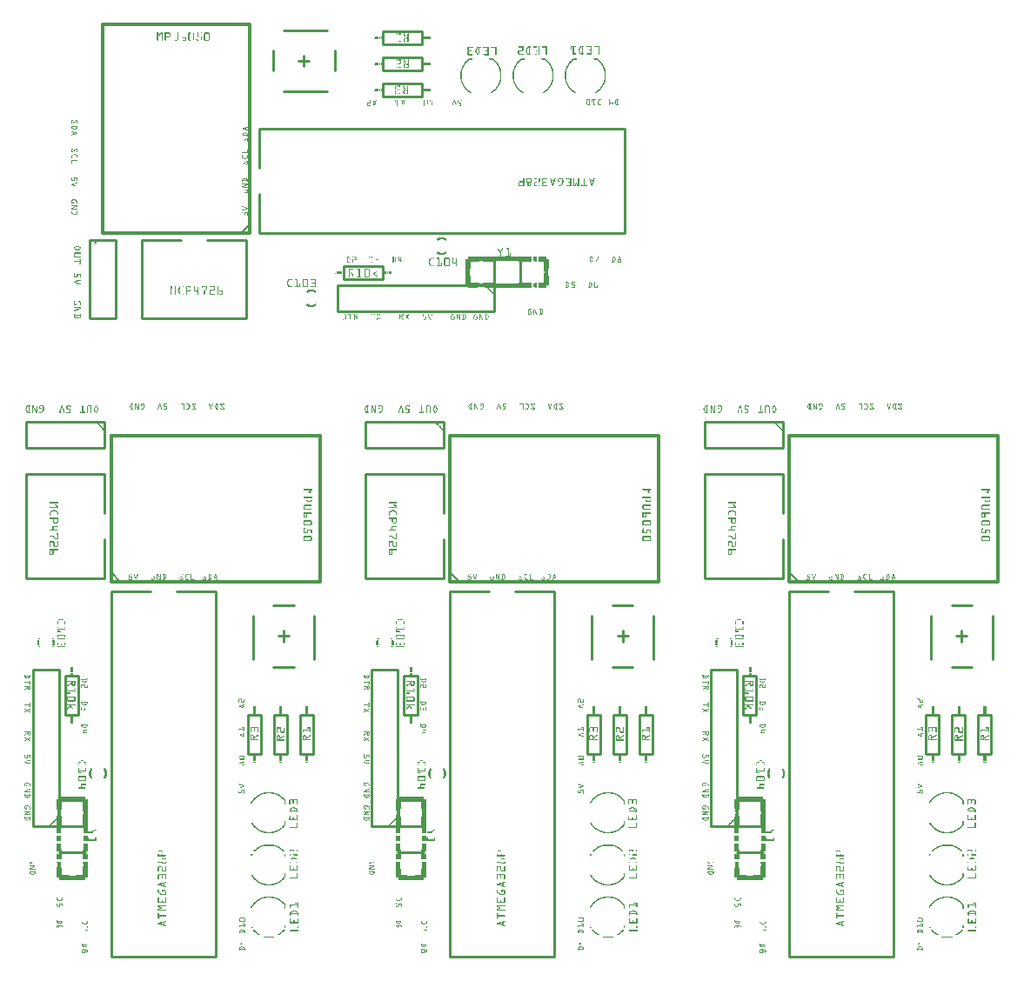
<source format=gto>
From c3ca4f95bd59f69d45e582a4149327f57a360760 Mon Sep 17 00:00:00 2001
From: jaseg <git@jaseg.de>
Date: Sun, 30 Jan 2022 20:11:38 +0100
Subject: Rename gerbonara/gerber package to just gerbonara

---
 gerbonara/tests/resources/fritzing/combined.gto | 46083 ++++++++++++++++++++++
 1 file changed, 46083 insertions(+)
 create mode 100644 gerbonara/tests/resources/fritzing/combined.gto

(limited to 'gerbonara/tests/resources/fritzing/combined.gto')

diff --git a/gerbonara/tests/resources/fritzing/combined.gto b/gerbonara/tests/resources/fritzing/combined.gto
new file mode 100644
index 0000000..a059149
--- /dev/null
+++ b/gerbonara/tests/resources/fritzing/combined.gto
@@ -0,0 +1,46083 @@
+G04 file manually fixed for GerberTools #86 / #143*
+%MOIN*%
+%OFA0B0*%
+%FSLAX23Y23*%
+%IPPOS*%
+%LPD*%
+%ADD10R,0.81188X0.57188*%
+%ADD11C,0.011881*%
+%ADD12C,0.005768*%
+%ADD13C,0.01*%
+%ADD14R,0.001X0.001*%
+%ADD25R,0.81188X0.57188*%
+%ADD26C,0.011881*%
+%ADD27C,0.005768*%
+%ADD28C,0.01*%
+%ADD29R,0.001X0.001*%
+%ADD30R,0.81188X0.57188*%
+%ADD31C,0.011881*%
+%ADD32C,0.005768*%
+%ADD33C,0.01*%
+%ADD34R,0.001X0.001*%
+%ADD35R,0.57188X0.81188*%
+%ADD36C,0.011881*%
+%ADD37C,0.005768*%
+%ADD38C,0.01*%
+%ADD39R,0.001X0.001*%
+G90*
+G54D11*
+X00402Y02265D02*
+X01202Y02265D01*
+X01202Y01705D01*
+X00402Y01705D01*
+X00402Y02265D01*
+D02*
+G54D12*
+X00437Y01705D02*
+X00402Y01739D01*
+G54D13*
+D02*
+X00276Y01342D02*
+X00276Y01193D01*
+D02*
+X00276Y01193D02*
+X00226Y01193D01*
+D02*
+X00226Y01193D02*
+X00226Y01342D01*
+D02*
+X00226Y01342D02*
+X00276Y01342D01*
+D02*
+X00402Y01668D02*
+X00402Y00268D01*
+D02*
+X00402Y00268D02*
+X00802Y00268D01*
+D02*
+X00802Y00268D02*
+X00802Y01668D01*
+D02*
+X00402Y01668D02*
+X00552Y01668D01*
+D02*
+X00652Y01668D02*
+X00802Y01668D01*
+D02*
+X00202Y00768D02*
+X00302Y00768D01*
+D02*
+X00202Y00667D02*
+X00302Y00667D01*
+D02*
+X00377Y02318D02*
+X00077Y02318D01*
+D02*
+X00077Y02318D02*
+X00077Y02218D01*
+D02*
+X00077Y02218D02*
+X00377Y02218D01*
+D02*
+X00377Y02218D02*
+X00377Y02318D01*
+D02*
+X01076Y01193D02*
+X01076Y01043D01*
+D02*
+X01076Y01043D02*
+X01026Y01043D01*
+D02*
+X01026Y01043D02*
+X01026Y01193D01*
+D02*
+X01026Y01193D02*
+X01076Y01193D01*
+D02*
+X01176Y01193D02*
+X01176Y01043D01*
+D02*
+X01176Y01043D02*
+X01126Y01043D01*
+D02*
+X01126Y01043D02*
+X01126Y01193D01*
+D02*
+X01126Y01193D02*
+X01176Y01193D01*
+D02*
+X01102Y01378D02*
+X01024Y01378D01*
+D02*
+X01181Y01575D02*
+X01181Y01407D01*
+D02*
+X00945Y01575D02*
+X00945Y01407D01*
+D02*
+X01102Y01614D02*
+X01024Y01614D01*
+D02*
+X01083Y01496D02*
+X01043Y01496D01*
+D02*
+X01063Y01475D02*
+X01063Y01516D01*
+D02*
+X00377Y02118D02*
+X00077Y02118D01*
+D02*
+X00077Y02118D02*
+X00077Y01718D01*
+D02*
+X00077Y01718D02*
+X00377Y01718D01*
+D02*
+X00377Y02118D02*
+X00377Y01968D01*
+D02*
+X00377Y01868D02*
+X00377Y01718D01*
+D02*
+X00976Y01193D02*
+X00976Y01043D01*
+D02*
+X00976Y01043D02*
+X00926Y01043D01*
+D02*
+X00926Y01043D02*
+X00926Y01193D01*
+D02*
+X00926Y01193D02*
+X00976Y01193D01*
+D02*
+X00202Y00768D02*
+X00202Y01368D01*
+D02*
+X00202Y01368D02*
+X00102Y01368D01*
+D02*
+X00102Y01368D02*
+X00102Y00768D01*
+D02*
+X00102Y00768D02*
+X00202Y00768D01*
+G54D14*
+X00479Y02387D02*
+X00485Y02387D01*
+X00494Y02387D02*
+X00497Y02387D01*
+X00507Y02387D02*
+X00507Y02387D01*
+X00520Y02387D02*
+X00526Y02387D01*
+X00588Y02387D02*
+X00588Y02387D01*
+X00605Y02387D02*
+X00613Y02387D01*
+X00670Y02387D02*
+X00682Y02387D01*
+X00691Y02387D02*
+X00697Y02387D01*
+X00715Y02387D02*
+X00722Y02387D01*
+X00790Y02387D02*
+X00790Y02387D01*
+X00806Y02387D02*
+X00812Y02387D01*
+X00824Y02387D02*
+X00831Y02387D01*
+X00477Y02386D02*
+X00486Y02386D01*
+X00494Y02386D02*
+X00497Y02386D01*
+X00506Y02386D02*
+X00508Y02386D01*
+X00517Y02386D02*
+X00528Y02386D01*
+X00587Y02386D02*
+X00589Y02386D01*
+X00604Y02386D02*
+X00615Y02386D01*
+X00667Y02386D02*
+X00682Y02386D01*
+X00689Y02386D02*
+X00698Y02386D01*
+X00713Y02386D02*
+X00725Y02386D01*
+X00777Y02386D02*
+X00779Y02386D01*
+X00789Y02386D02*
+X00791Y02386D01*
+X00804Y02386D02*
+X00813Y02386D01*
+X00822Y02386D02*
+X00834Y02386D01*
+X00476Y02385D02*
+X00486Y02385D01*
+X00494Y02385D02*
+X00498Y02385D01*
+X00506Y02385D02*
+X00508Y02385D01*
+X00517Y02385D02*
+X00529Y02385D01*
+X00587Y02385D02*
+X00590Y02385D01*
+X00603Y02385D02*
+X00617Y02385D01*
+X00669Y02385D02*
+X00682Y02385D01*
+X00689Y02385D02*
+X00700Y02385D01*
+X00712Y02385D02*
+X00725Y02385D01*
+X00777Y02385D02*
+X00780Y02385D01*
+X00789Y02385D02*
+X00791Y02385D01*
+X00803Y02385D02*
+X00813Y02385D01*
+X00821Y02385D02*
+X00834Y02385D01*
+X00476Y02384D02*
+X00479Y02384D01*
+X00481Y02384D02*
+X00484Y02384D01*
+X00494Y02384D02*
+X00498Y02384D01*
+X00506Y02384D02*
+X00508Y02384D01*
+X00516Y02384D02*
+X00519Y02384D01*
+X00526Y02384D02*
+X00529Y02384D01*
+X00586Y02384D02*
+X00590Y02384D01*
+X00603Y02384D02*
+X00605Y02384D01*
+X00613Y02384D02*
+X00617Y02384D01*
+X00680Y02384D02*
+X00682Y02384D01*
+X00697Y02384D02*
+X00701Y02384D01*
+X00712Y02384D02*
+X00713Y02384D01*
+X00722Y02384D02*
+X00725Y02384D01*
+X00778Y02384D02*
+X00780Y02384D01*
+X00789Y02384D02*
+X00791Y02384D01*
+X00803Y02384D02*
+X00806Y02384D01*
+X00808Y02384D02*
+X00811Y02384D01*
+X00821Y02384D02*
+X00822Y02384D01*
+X00832Y02384D02*
+X00835Y02384D01*
+X00475Y02383D02*
+X00478Y02383D01*
+X00481Y02383D02*
+X00483Y02383D01*
+X00494Y02383D02*
+X00499Y02383D01*
+X00506Y02383D02*
+X00508Y02383D01*
+X00516Y02383D02*
+X00518Y02383D01*
+X00527Y02383D02*
+X00530Y02383D01*
+X00586Y02383D02*
+X00590Y02383D01*
+X00603Y02383D02*
+X00605Y02383D01*
+X00616Y02383D02*
+X00616Y02383D01*
+X00680Y02383D02*
+X00682Y02383D01*
+X00698Y02383D02*
+X00701Y02383D01*
+X00712Y02383D02*
+X00713Y02383D01*
+X00724Y02383D02*
+X00725Y02383D01*
+X00778Y02383D02*
+X00780Y02383D01*
+X00788Y02383D02*
+X00791Y02383D01*
+X00802Y02383D02*
+X00805Y02383D01*
+X00808Y02383D02*
+X00810Y02383D01*
+X00821Y02383D02*
+X00822Y02383D01*
+X00833Y02383D02*
+X00835Y02383D01*
+X00475Y02382D02*
+X00477Y02382D01*
+X00481Y02382D02*
+X00483Y02382D01*
+X00494Y02382D02*
+X00499Y02382D01*
+X00506Y02382D02*
+X00508Y02382D01*
+X00516Y02382D02*
+X00518Y02382D01*
+X00528Y02382D02*
+X00530Y02382D01*
+X00586Y02382D02*
+X00591Y02382D01*
+X00603Y02382D02*
+X00605Y02382D01*
+X00680Y02382D02*
+X00682Y02382D01*
+X00698Y02382D02*
+X00701Y02382D01*
+X00712Y02382D02*
+X00715Y02382D01*
+X00724Y02382D02*
+X00725Y02382D01*
+X00778Y02382D02*
+X00781Y02382D01*
+X00788Y02382D02*
+X00790Y02382D01*
+X00802Y02382D02*
+X00804Y02382D01*
+X00808Y02382D02*
+X00810Y02382D01*
+X00821Y02382D02*
+X00824Y02382D01*
+X00833Y02382D02*
+X00834Y02382D01*
+X00474Y02381D02*
+X00477Y02381D01*
+X00481Y02381D02*
+X00483Y02381D01*
+X00494Y02381D02*
+X00500Y02381D01*
+X00506Y02381D02*
+X00508Y02381D01*
+X00516Y02381D02*
+X00518Y02381D01*
+X00528Y02381D02*
+X00530Y02381D01*
+X00585Y02381D02*
+X00591Y02381D01*
+X00603Y02381D02*
+X00605Y02381D01*
+X00680Y02381D02*
+X00682Y02381D01*
+X00700Y02381D02*
+X00701Y02381D01*
+X00713Y02381D02*
+X00716Y02381D01*
+X00779Y02381D02*
+X00790Y02381D01*
+X00801Y02381D02*
+X00804Y02381D01*
+X00808Y02381D02*
+X00810Y02381D01*
+X00822Y02381D02*
+X00825Y02381D01*
+X00474Y02380D02*
+X00476Y02380D01*
+X00481Y02380D02*
+X00483Y02380D01*
+X00494Y02380D02*
+X00496Y02380D01*
+X00498Y02380D02*
+X00500Y02380D01*
+X00506Y02380D02*
+X00508Y02380D01*
+X00516Y02380D02*
+X00518Y02380D01*
+X00528Y02380D02*
+X00530Y02380D01*
+X00585Y02380D02*
+X00587Y02380D01*
+X00589Y02380D02*
+X00591Y02380D01*
+X00603Y02380D02*
+X00605Y02380D01*
+X00680Y02380D02*
+X00682Y02380D01*
+X00700Y02380D02*
+X00703Y02380D01*
+X00713Y02380D02*
+X00716Y02380D01*
+X00779Y02380D02*
+X00790Y02380D01*
+X00801Y02380D02*
+X00803Y02380D01*
+X00808Y02380D02*
+X00810Y02380D01*
+X00822Y02380D02*
+X00826Y02380D01*
+X00473Y02379D02*
+X00476Y02379D01*
+X00481Y02379D02*
+X00483Y02379D01*
+X00494Y02379D02*
+X00496Y02379D01*
+X00498Y02379D02*
+X00501Y02379D01*
+X00506Y02379D02*
+X00508Y02379D01*
+X00516Y02379D02*
+X00522Y02379D01*
+X00528Y02379D02*
+X00530Y02379D01*
+X00584Y02379D02*
+X00587Y02379D01*
+X00590Y02379D02*
+X00592Y02379D01*
+X00603Y02379D02*
+X00605Y02379D01*
+X00680Y02379D02*
+X00682Y02379D01*
+X00701Y02379D02*
+X00703Y02379D01*
+X00715Y02379D02*
+X00718Y02379D01*
+X00779Y02379D02*
+X00789Y02379D01*
+X00800Y02379D02*
+X00803Y02379D01*
+X00808Y02379D02*
+X00810Y02379D01*
+X00824Y02379D02*
+X00827Y02379D01*
+X00081Y02378D02*
+X00091Y02378D01*
+X00101Y02378D02*
+X00105Y02378D01*
+X00115Y02378D02*
+X00117Y02378D01*
+X00129Y02378D02*
+X00141Y02378D01*
+X00213Y02378D02*
+X00215Y02378D01*
+X00233Y02378D02*
+X00246Y02378D01*
+X00291Y02378D02*
+X00293Y02378D01*
+X00312Y02378D02*
+X00324Y02378D01*
+X00342Y02378D02*
+X00347Y02378D01*
+X00473Y02378D02*
+X00475Y02378D01*
+X00481Y02378D02*
+X00483Y02378D01*
+X00494Y02378D02*
+X00496Y02378D01*
+X00499Y02378D02*
+X00501Y02378D01*
+X00506Y02378D02*
+X00508Y02378D01*
+X00516Y02378D02*
+X00522Y02378D01*
+X00528Y02378D02*
+X00530Y02378D01*
+X00584Y02378D02*
+X00586Y02378D01*
+X00590Y02378D02*
+X00592Y02378D01*
+X00603Y02378D02*
+X00605Y02378D01*
+X00680Y02378D02*
+X00682Y02378D01*
+X00701Y02378D02*
+X00704Y02378D01*
+X00715Y02378D02*
+X00718Y02378D01*
+X00779Y02378D02*
+X00782Y02378D01*
+X00787Y02378D02*
+X00789Y02378D01*
+X00800Y02378D02*
+X00802Y02378D01*
+X00808Y02378D02*
+X00810Y02378D01*
+X00824Y02378D02*
+X00827Y02378D01*
+X00080Y02377D02*
+X00091Y02377D01*
+X00101Y02377D02*
+X00105Y02377D01*
+X00115Y02377D02*
+X00118Y02377D01*
+X00128Y02377D02*
+X00142Y02377D01*
+X00212Y02377D02*
+X00215Y02377D01*
+X00232Y02377D02*
+X00248Y02377D01*
+X00291Y02377D02*
+X00294Y02377D01*
+X00311Y02377D02*
+X00326Y02377D01*
+X00341Y02377D02*
+X00347Y02377D01*
+X00472Y02377D02*
+X00475Y02377D01*
+X00481Y02377D02*
+X00483Y02377D01*
+X00494Y02377D02*
+X00496Y02377D01*
+X00499Y02377D02*
+X00501Y02377D01*
+X00506Y02377D02*
+X00508Y02377D01*
+X00516Y02377D02*
+X00522Y02377D01*
+X00528Y02377D02*
+X00530Y02377D01*
+X00584Y02377D02*
+X00586Y02377D01*
+X00590Y02377D02*
+X00593Y02377D01*
+X00603Y02377D02*
+X00605Y02377D01*
+X00680Y02377D02*
+X00682Y02377D01*
+X00701Y02377D02*
+X00704Y02377D01*
+X00716Y02377D02*
+X00719Y02377D01*
+X00780Y02377D02*
+X00782Y02377D01*
+X00787Y02377D02*
+X00789Y02377D01*
+X00799Y02377D02*
+X00802Y02377D01*
+X00808Y02377D02*
+X00810Y02377D01*
+X00825Y02377D02*
+X00828Y02377D01*
+X00078Y02376D02*
+X00091Y02376D01*
+X00101Y02376D02*
+X00106Y02376D01*
+X00115Y02376D02*
+X00118Y02376D01*
+X00127Y02376D02*
+X00143Y02376D01*
+X00212Y02376D02*
+X00216Y02376D01*
+X00231Y02376D02*
+X00248Y02376D01*
+X00291Y02376D02*
+X00294Y02376D01*
+X00310Y02376D02*
+X00326Y02376D01*
+X00341Y02376D02*
+X00347Y02376D01*
+X00472Y02376D02*
+X00474Y02376D01*
+X00481Y02376D02*
+X00483Y02376D01*
+X00494Y02376D02*
+X00496Y02376D01*
+X00499Y02376D02*
+X00502Y02376D01*
+X00506Y02376D02*
+X00508Y02376D01*
+X00528Y02376D02*
+X00530Y02376D01*
+X00583Y02376D02*
+X00586Y02376D01*
+X00591Y02376D02*
+X00593Y02376D01*
+X00603Y02376D02*
+X00614Y02376D01*
+X00680Y02376D02*
+X00682Y02376D01*
+X00701Y02376D02*
+X00704Y02376D01*
+X00716Y02376D02*
+X00719Y02376D01*
+X00780Y02376D02*
+X00782Y02376D01*
+X00786Y02376D02*
+X00789Y02376D01*
+X00799Y02376D02*
+X00801Y02376D01*
+X00808Y02376D02*
+X00810Y02376D01*
+X00826Y02376D02*
+X00829Y02376D01*
+X00078Y02375D02*
+X00081Y02375D01*
+X00085Y02375D02*
+X00088Y02375D01*
+X00101Y02375D02*
+X00106Y02375D01*
+X00115Y02375D02*
+X00118Y02375D01*
+X00127Y02375D02*
+X00130Y02375D01*
+X00140Y02375D02*
+X00143Y02375D01*
+X00211Y02375D02*
+X00216Y02375D01*
+X00231Y02375D02*
+X00234Y02375D01*
+X00244Y02375D02*
+X00248Y02375D01*
+X00291Y02375D02*
+X00294Y02375D01*
+X00310Y02375D02*
+X00313Y02375D01*
+X00323Y02375D02*
+X00327Y02375D01*
+X00340Y02375D02*
+X00343Y02375D01*
+X00346Y02375D02*
+X00349Y02375D01*
+X00472Y02375D02*
+X00474Y02375D01*
+X00481Y02375D02*
+X00483Y02375D01*
+X00494Y02375D02*
+X00496Y02375D01*
+X00500Y02375D02*
+X00502Y02375D01*
+X00506Y02375D02*
+X00508Y02375D01*
+X00528Y02375D02*
+X00530Y02375D01*
+X00583Y02375D02*
+X00585Y02375D01*
+X00591Y02375D02*
+X00593Y02375D01*
+X00604Y02375D02*
+X00614Y02375D01*
+X00680Y02375D02*
+X00682Y02375D01*
+X00701Y02375D02*
+X00704Y02375D01*
+X00718Y02375D02*
+X00721Y02375D01*
+X00780Y02375D02*
+X00782Y02375D01*
+X00786Y02375D02*
+X00788Y02375D01*
+X00799Y02375D02*
+X00801Y02375D01*
+X00808Y02375D02*
+X00810Y02375D01*
+X00827Y02375D02*
+X00830Y02375D01*
+X00078Y02374D02*
+X00081Y02374D01*
+X00085Y02374D02*
+X00088Y02374D01*
+X00101Y02374D02*
+X00107Y02374D01*
+X00115Y02374D02*
+X00118Y02374D01*
+X00127Y02374D02*
+X00129Y02374D01*
+X00141Y02374D02*
+X00144Y02374D01*
+X00211Y02374D02*
+X00216Y02374D01*
+X00231Y02374D02*
+X00234Y02374D01*
+X00247Y02374D02*
+X00247Y02374D01*
+X00291Y02374D02*
+X00294Y02374D01*
+X00310Y02374D02*
+X00313Y02374D01*
+X00324Y02374D02*
+X00327Y02374D01*
+X00340Y02374D02*
+X00343Y02374D01*
+X00346Y02374D02*
+X00349Y02374D01*
+X00472Y02374D02*
+X00474Y02374D01*
+X00481Y02374D02*
+X00483Y02374D01*
+X00494Y02374D02*
+X00496Y02374D01*
+X00500Y02374D02*
+X00503Y02374D01*
+X00506Y02374D02*
+X00508Y02374D01*
+X00528Y02374D02*
+X00530Y02374D01*
+X00582Y02374D02*
+X00585Y02374D01*
+X00591Y02374D02*
+X00594Y02374D01*
+X00605Y02374D02*
+X00614Y02374D01*
+X00680Y02374D02*
+X00682Y02374D01*
+X00701Y02374D02*
+X00704Y02374D01*
+X00718Y02374D02*
+X00721Y02374D01*
+X00781Y02374D02*
+X00783Y02374D01*
+X00786Y02374D02*
+X00788Y02374D01*
+X00799Y02374D02*
+X00801Y02374D01*
+X00808Y02374D02*
+X00810Y02374D01*
+X00827Y02374D02*
+X00830Y02374D01*
+X00077Y02373D02*
+X00081Y02373D01*
+X00085Y02373D02*
+X00088Y02373D01*
+X00101Y02373D02*
+X00107Y02373D01*
+X00115Y02373D02*
+X00118Y02373D01*
+X00127Y02373D02*
+X00129Y02373D01*
+X00141Y02373D02*
+X00144Y02373D01*
+X00211Y02373D02*
+X00217Y02373D01*
+X00231Y02373D02*
+X00234Y02373D01*
+X00291Y02373D02*
+X00294Y02373D01*
+X00310Y02373D02*
+X00312Y02373D01*
+X00324Y02373D02*
+X00327Y02373D01*
+X00339Y02373D02*
+X00342Y02373D01*
+X00347Y02373D02*
+X00350Y02373D01*
+X00473Y02373D02*
+X00475Y02373D01*
+X00481Y02373D02*
+X00483Y02373D01*
+X00494Y02373D02*
+X00496Y02373D01*
+X00501Y02373D02*
+X00503Y02373D01*
+X00506Y02373D02*
+X00508Y02373D01*
+X00527Y02373D02*
+X00530Y02373D01*
+X00582Y02373D02*
+X00584Y02373D01*
+X00592Y02373D02*
+X00594Y02373D01*
+X00612Y02373D02*
+X00614Y02373D01*
+X00680Y02373D02*
+X00682Y02373D01*
+X00701Y02373D02*
+X00704Y02373D01*
+X00719Y02373D02*
+X00722Y02373D01*
+X00781Y02373D02*
+X00783Y02373D01*
+X00786Y02373D02*
+X00788Y02373D01*
+X00800Y02373D02*
+X00802Y02373D01*
+X00808Y02373D02*
+X00810Y02373D01*
+X00828Y02373D02*
+X00831Y02373D01*
+X00077Y02372D02*
+X00080Y02372D01*
+X00085Y02372D02*
+X00088Y02372D01*
+X00101Y02372D02*
+X00107Y02372D01*
+X00115Y02372D02*
+X00118Y02372D01*
+X00127Y02372D02*
+X00129Y02372D01*
+X00141Y02372D02*
+X00144Y02372D01*
+X00210Y02372D02*
+X00217Y02372D01*
+X00231Y02372D02*
+X00234Y02372D01*
+X00291Y02372D02*
+X00294Y02372D01*
+X00310Y02372D02*
+X00312Y02372D01*
+X00324Y02372D02*
+X00327Y02372D01*
+X00339Y02372D02*
+X00342Y02372D01*
+X00347Y02372D02*
+X00350Y02372D01*
+X00473Y02372D02*
+X00475Y02372D01*
+X00481Y02372D02*
+X00483Y02372D01*
+X00494Y02372D02*
+X00496Y02372D01*
+X00501Y02372D02*
+X00504Y02372D01*
+X00506Y02372D02*
+X00508Y02372D01*
+X00527Y02372D02*
+X00529Y02372D01*
+X00582Y02372D02*
+X00584Y02372D01*
+X00592Y02372D02*
+X00595Y02372D01*
+X00612Y02372D02*
+X00614Y02372D01*
+X00680Y02372D02*
+X00682Y02372D01*
+X00701Y02372D02*
+X00703Y02372D01*
+X00719Y02372D02*
+X00722Y02372D01*
+X00781Y02372D02*
+X00783Y02372D01*
+X00785Y02372D02*
+X00787Y02372D01*
+X00800Y02372D02*
+X00802Y02372D01*
+X00808Y02372D02*
+X00810Y02372D01*
+X00829Y02372D02*
+X00832Y02372D01*
+X00077Y02371D02*
+X00080Y02371D01*
+X00085Y02371D02*
+X00088Y02371D01*
+X00101Y02371D02*
+X00103Y02371D01*
+X00105Y02371D02*
+X00108Y02371D01*
+X00115Y02371D02*
+X00118Y02371D01*
+X00127Y02371D02*
+X00129Y02371D01*
+X00141Y02371D02*
+X00144Y02371D01*
+X00210Y02371D02*
+X00213Y02371D01*
+X00215Y02371D02*
+X00218Y02371D01*
+X00231Y02371D02*
+X00234Y02371D01*
+X00291Y02371D02*
+X00294Y02371D01*
+X00310Y02371D02*
+X00312Y02371D01*
+X00324Y02371D02*
+X00327Y02371D01*
+X00338Y02371D02*
+X00341Y02371D01*
+X00347Y02371D02*
+X00350Y02371D01*
+X00473Y02371D02*
+X00476Y02371D01*
+X00481Y02371D02*
+X00483Y02371D01*
+X00494Y02371D02*
+X00496Y02371D01*
+X00502Y02371D02*
+X00504Y02371D01*
+X00506Y02371D02*
+X00508Y02371D01*
+X00526Y02371D02*
+X00529Y02371D01*
+X00581Y02371D02*
+X00584Y02371D01*
+X00593Y02371D02*
+X00595Y02371D01*
+X00612Y02371D02*
+X00614Y02371D01*
+X00680Y02371D02*
+X00682Y02371D01*
+X00700Y02371D02*
+X00703Y02371D01*
+X00721Y02371D02*
+X00724Y02371D01*
+X00781Y02371D02*
+X00787Y02371D01*
+X00800Y02371D02*
+X00803Y02371D01*
+X00808Y02371D02*
+X00810Y02371D01*
+X00830Y02371D02*
+X00833Y02371D01*
+X00076Y02370D02*
+X00078Y02370D01*
+X00085Y02370D02*
+X00088Y02370D01*
+X00101Y02370D02*
+X00103Y02370D01*
+X00105Y02370D02*
+X00108Y02370D01*
+X00115Y02370D02*
+X00118Y02370D01*
+X00127Y02370D02*
+X00130Y02370D01*
+X00141Y02370D02*
+X00144Y02370D01*
+X00209Y02370D02*
+X00212Y02370D01*
+X00215Y02370D02*
+X00218Y02370D01*
+X00231Y02370D02*
+X00234Y02370D01*
+X00291Y02370D02*
+X00294Y02370D01*
+X00310Y02370D02*
+X00312Y02370D01*
+X00324Y02370D02*
+X00327Y02370D01*
+X00338Y02370D02*
+X00341Y02370D01*
+X00347Y02370D02*
+X00350Y02370D01*
+X00474Y02370D02*
+X00476Y02370D01*
+X00481Y02370D02*
+X00483Y02370D01*
+X00494Y02370D02*
+X00496Y02370D01*
+X00502Y02370D02*
+X00508Y02370D01*
+X00525Y02370D02*
+X00528Y02370D01*
+X00581Y02370D02*
+X00583Y02370D01*
+X00593Y02370D02*
+X00595Y02370D01*
+X00612Y02370D02*
+X00614Y02370D01*
+X00680Y02370D02*
+X00682Y02370D01*
+X00700Y02370D02*
+X00701Y02370D01*
+X00722Y02370D02*
+X00725Y02370D01*
+X00782Y02370D02*
+X00787Y02370D01*
+X00801Y02370D02*
+X00803Y02370D01*
+X00808Y02370D02*
+X00810Y02370D01*
+X00831Y02370D02*
+X00833Y02370D01*
+X00076Y02369D02*
+X00078Y02369D01*
+X00085Y02369D02*
+X00088Y02369D01*
+X00101Y02369D02*
+X00103Y02369D01*
+X00106Y02369D02*
+X00109Y02369D01*
+X00115Y02369D02*
+X00118Y02369D01*
+X00127Y02369D02*
+X00134Y02369D01*
+X00141Y02369D02*
+X00144Y02369D01*
+X00209Y02369D02*
+X00212Y02369D01*
+X00215Y02369D02*
+X00218Y02369D01*
+X00231Y02369D02*
+X00234Y02369D01*
+X00291Y02369D02*
+X00294Y02369D01*
+X00310Y02369D02*
+X00312Y02369D01*
+X00324Y02369D02*
+X00327Y02369D01*
+X00336Y02369D02*
+X00340Y02369D01*
+X00349Y02369D02*
+X00352Y02369D01*
+X00474Y02369D02*
+X00477Y02369D01*
+X00481Y02369D02*
+X00483Y02369D01*
+X00494Y02369D02*
+X00496Y02369D01*
+X00503Y02369D02*
+X00508Y02369D01*
+X00524Y02369D02*
+X00527Y02369D01*
+X00581Y02369D02*
+X00583Y02369D01*
+X00593Y02369D02*
+X00595Y02369D01*
+X00612Y02369D02*
+X00614Y02369D01*
+X00680Y02369D02*
+X00682Y02369D01*
+X00698Y02369D02*
+X00701Y02369D01*
+X00713Y02369D02*
+X00713Y02369D01*
+X00722Y02369D02*
+X00725Y02369D01*
+X00782Y02369D02*
+X00787Y02369D01*
+X00801Y02369D02*
+X00804Y02369D01*
+X00808Y02369D02*
+X00810Y02369D01*
+X00822Y02369D02*
+X00822Y02369D01*
+X00831Y02369D02*
+X00834Y02369D01*
+X00075Y02368D02*
+X00078Y02368D01*
+X00085Y02368D02*
+X00088Y02368D01*
+X00101Y02368D02*
+X00103Y02368D01*
+X00106Y02368D02*
+X00109Y02368D01*
+X00115Y02368D02*
+X00118Y02368D01*
+X00127Y02368D02*
+X00135Y02368D01*
+X00141Y02368D02*
+X00144Y02368D01*
+X00209Y02368D02*
+X00212Y02368D01*
+X00216Y02368D02*
+X00219Y02368D01*
+X00231Y02368D02*
+X00234Y02368D01*
+X00291Y02368D02*
+X00294Y02368D01*
+X00310Y02368D02*
+X00312Y02368D01*
+X00324Y02368D02*
+X00327Y02368D01*
+X00336Y02368D02*
+X00340Y02368D01*
+X00349Y02368D02*
+X00352Y02368D01*
+X00475Y02368D02*
+X00477Y02368D01*
+X00481Y02368D02*
+X00483Y02368D01*
+X00494Y02368D02*
+X00496Y02368D01*
+X00503Y02368D02*
+X00508Y02368D01*
+X00524Y02368D02*
+X00526Y02368D01*
+X00581Y02368D02*
+X00583Y02368D01*
+X00593Y02368D02*
+X00595Y02368D01*
+X00612Y02368D02*
+X00614Y02368D01*
+X00680Y02368D02*
+X00682Y02368D01*
+X00698Y02368D02*
+X00701Y02368D01*
+X00712Y02368D02*
+X00713Y02368D01*
+X00722Y02368D02*
+X00725Y02368D01*
+X00782Y02368D02*
+X00786Y02368D01*
+X00802Y02368D02*
+X00804Y02368D01*
+X00808Y02368D02*
+X00810Y02368D01*
+X00821Y02368D02*
+X00822Y02368D01*
+X00832Y02368D02*
+X00835Y02368D01*
+X00075Y02367D02*
+X00078Y02367D01*
+X00085Y02367D02*
+X00088Y02367D01*
+X00101Y02367D02*
+X00103Y02367D01*
+X00107Y02367D02*
+X00110Y02367D01*
+X00115Y02367D02*
+X00118Y02367D01*
+X00127Y02367D02*
+X00134Y02367D01*
+X00141Y02367D02*
+X00144Y02367D01*
+X00208Y02367D02*
+X00211Y02367D01*
+X00216Y02367D02*
+X00219Y02367D01*
+X00231Y02367D02*
+X00234Y02367D01*
+X00291Y02367D02*
+X00294Y02367D01*
+X00310Y02367D02*
+X00312Y02367D01*
+X00324Y02367D02*
+X00327Y02367D01*
+X00336Y02367D02*
+X00339Y02367D01*
+X00350Y02367D02*
+X00353Y02367D01*
+X00475Y02367D02*
+X00478Y02367D01*
+X00481Y02367D02*
+X00483Y02367D01*
+X00494Y02367D02*
+X00496Y02367D01*
+X00503Y02367D02*
+X00508Y02367D01*
+X00523Y02367D02*
+X00526Y02367D01*
+X00581Y02367D02*
+X00583Y02367D01*
+X00593Y02367D02*
+X00595Y02367D01*
+X00612Y02367D02*
+X00614Y02367D01*
+X00680Y02367D02*
+X00682Y02367D01*
+X00698Y02367D02*
+X00701Y02367D01*
+X00712Y02367D02*
+X00713Y02367D01*
+X00724Y02367D02*
+X00725Y02367D01*
+X00783Y02367D02*
+X00786Y02367D01*
+X00802Y02367D02*
+X00805Y02367D01*
+X00808Y02367D02*
+X00810Y02367D01*
+X00821Y02367D02*
+X00822Y02367D01*
+X00833Y02367D02*
+X00835Y02367D01*
+X00075Y02366D02*
+X00077Y02366D01*
+X00085Y02366D02*
+X00088Y02366D01*
+X00101Y02366D02*
+X00103Y02366D01*
+X00107Y02366D02*
+X00110Y02366D01*
+X00115Y02366D02*
+X00118Y02366D01*
+X00141Y02366D02*
+X00144Y02366D01*
+X00208Y02366D02*
+X00211Y02366D01*
+X00217Y02366D02*
+X00220Y02366D01*
+X00231Y02366D02*
+X00245Y02366D01*
+X00291Y02366D02*
+X00294Y02366D01*
+X00310Y02366D02*
+X00312Y02366D01*
+X00324Y02366D02*
+X00327Y02366D01*
+X00336Y02366D02*
+X00339Y02366D01*
+X00350Y02366D02*
+X00353Y02366D01*
+X00476Y02366D02*
+X00486Y02366D01*
+X00494Y02366D02*
+X00496Y02366D01*
+X00504Y02366D02*
+X00508Y02366D01*
+X00516Y02366D02*
+X00525Y02366D01*
+X00581Y02366D02*
+X00583Y02366D01*
+X00593Y02366D02*
+X00595Y02366D01*
+X00603Y02366D02*
+X00614Y02366D01*
+X00680Y02366D02*
+X00682Y02366D01*
+X00691Y02366D02*
+X00700Y02366D01*
+X00712Y02366D02*
+X00725Y02366D01*
+X00783Y02366D02*
+X00786Y02366D01*
+X00803Y02366D02*
+X00813Y02366D01*
+X00821Y02366D02*
+X00835Y02366D01*
+X00074Y02365D02*
+X00077Y02365D01*
+X00085Y02365D02*
+X00088Y02365D01*
+X00101Y02365D02*
+X00103Y02365D01*
+X00107Y02365D02*
+X00111Y02365D01*
+X00115Y02365D02*
+X00118Y02365D01*
+X00141Y02365D02*
+X00144Y02365D01*
+X00207Y02365D02*
+X00210Y02365D01*
+X00217Y02365D02*
+X00220Y02365D01*
+X00232Y02365D02*
+X00245Y02365D01*
+X00291Y02365D02*
+X00294Y02365D01*
+X00310Y02365D02*
+X00312Y02365D01*
+X00324Y02365D02*
+X00327Y02365D01*
+X00336Y02365D02*
+X00339Y02365D01*
+X00350Y02365D02*
+X00353Y02365D01*
+X00477Y02365D02*
+X00486Y02365D01*
+X00494Y02365D02*
+X00496Y02365D01*
+X00504Y02365D02*
+X00508Y02365D01*
+X00516Y02365D02*
+X00524Y02365D01*
+X00581Y02365D02*
+X00583Y02365D01*
+X00593Y02365D02*
+X00595Y02365D01*
+X00603Y02365D02*
+X00614Y02365D01*
+X00680Y02365D02*
+X00682Y02365D01*
+X00689Y02365D02*
+X00700Y02365D01*
+X00713Y02365D02*
+X00725Y02365D01*
+X00783Y02365D02*
+X00785Y02365D01*
+X00804Y02365D02*
+X00813Y02365D01*
+X00822Y02365D02*
+X00834Y02365D01*
+X00074Y02364D02*
+X00077Y02364D01*
+X00085Y02364D02*
+X00088Y02364D01*
+X00101Y02364D02*
+X00103Y02364D01*
+X00108Y02364D02*
+X00111Y02364D01*
+X00115Y02364D02*
+X00118Y02364D01*
+X00141Y02364D02*
+X00144Y02364D01*
+X00207Y02364D02*
+X00210Y02364D01*
+X00217Y02364D02*
+X00220Y02364D01*
+X00233Y02364D02*
+X00245Y02364D01*
+X00291Y02364D02*
+X00294Y02364D01*
+X00310Y02364D02*
+X00312Y02364D01*
+X00324Y02364D02*
+X00327Y02364D01*
+X00336Y02364D02*
+X00339Y02364D01*
+X00350Y02364D02*
+X00353Y02364D01*
+X00478Y02364D02*
+X00486Y02364D01*
+X00494Y02364D02*
+X00495Y02364D01*
+X00505Y02364D02*
+X00508Y02364D01*
+X00516Y02364D02*
+X00523Y02364D01*
+X00582Y02364D02*
+X00583Y02364D01*
+X00594Y02364D02*
+X00595Y02364D01*
+X00603Y02364D02*
+X00614Y02364D01*
+X00681Y02364D02*
+X00682Y02364D01*
+X00691Y02364D02*
+X00698Y02364D01*
+X00713Y02364D02*
+X00724Y02364D01*
+X00784Y02364D02*
+X00785Y02364D01*
+X00805Y02364D02*
+X00813Y02364D01*
+X00822Y02364D02*
+X00833Y02364D01*
+X00075Y02363D02*
+X00077Y02363D01*
+X00085Y02363D02*
+X00088Y02363D01*
+X00101Y02363D02*
+X00103Y02363D01*
+X00108Y02363D02*
+X00111Y02363D01*
+X00115Y02363D02*
+X00118Y02363D01*
+X00141Y02363D02*
+X00144Y02363D01*
+X00207Y02363D02*
+X00210Y02363D01*
+X00218Y02363D02*
+X00221Y02363D01*
+X00235Y02363D02*
+X00245Y02363D01*
+X00291Y02363D02*
+X00294Y02363D01*
+X00310Y02363D02*
+X00312Y02363D01*
+X00324Y02363D02*
+X00327Y02363D01*
+X00336Y02363D02*
+X00339Y02363D01*
+X00350Y02363D02*
+X00353Y02363D01*
+X00075Y02362D02*
+X00078Y02362D01*
+X00085Y02362D02*
+X00088Y02362D01*
+X00101Y02362D02*
+X00103Y02362D01*
+X00109Y02362D02*
+X00112Y02362D01*
+X00115Y02362D02*
+X00118Y02362D01*
+X00141Y02362D02*
+X00144Y02362D01*
+X00206Y02362D02*
+X00209Y02362D01*
+X00218Y02362D02*
+X00221Y02362D01*
+X00242Y02362D02*
+X00245Y02362D01*
+X00291Y02362D02*
+X00294Y02362D01*
+X00310Y02362D02*
+X00312Y02362D01*
+X00324Y02362D02*
+X00327Y02362D01*
+X00336Y02362D02*
+X00339Y02362D01*
+X00350Y02362D02*
+X00352Y02362D01*
+X00075Y02361D02*
+X00078Y02361D01*
+X00085Y02361D02*
+X00088Y02361D01*
+X00101Y02361D02*
+X00103Y02361D01*
+X00109Y02361D02*
+X00112Y02361D01*
+X00115Y02361D02*
+X00118Y02361D01*
+X00140Y02361D02*
+X00143Y02361D01*
+X00206Y02361D02*
+X00209Y02361D01*
+X00219Y02361D02*
+X00221Y02361D01*
+X00242Y02361D02*
+X00245Y02361D01*
+X00291Y02361D02*
+X00294Y02361D01*
+X00310Y02361D02*
+X00312Y02361D01*
+X00324Y02361D02*
+X00327Y02361D01*
+X00336Y02361D02*
+X00340Y02361D01*
+X00349Y02361D02*
+X00352Y02361D01*
+X00076Y02360D02*
+X00078Y02360D01*
+X00085Y02360D02*
+X00088Y02360D01*
+X00101Y02360D02*
+X00103Y02360D01*
+X00110Y02360D02*
+X00113Y02360D01*
+X00115Y02360D02*
+X00118Y02360D01*
+X00139Y02360D02*
+X00143Y02360D01*
+X00206Y02360D02*
+X00208Y02360D01*
+X00219Y02360D02*
+X00222Y02360D01*
+X00242Y02360D02*
+X00245Y02360D01*
+X00291Y02360D02*
+X00294Y02360D01*
+X00310Y02360D02*
+X00312Y02360D01*
+X00324Y02360D02*
+X00327Y02360D01*
+X00336Y02360D02*
+X00340Y02360D01*
+X00349Y02360D02*
+X00352Y02360D01*
+X00076Y02359D02*
+X00078Y02359D01*
+X00085Y02359D02*
+X00088Y02359D01*
+X00101Y02359D02*
+X00103Y02359D01*
+X00110Y02359D02*
+X00113Y02359D01*
+X00115Y02359D02*
+X00118Y02359D01*
+X00139Y02359D02*
+X00142Y02359D01*
+X00204Y02359D02*
+X00208Y02359D01*
+X00219Y02359D02*
+X00222Y02359D01*
+X00242Y02359D02*
+X00245Y02359D01*
+X00291Y02359D02*
+X00294Y02359D01*
+X00310Y02359D02*
+X00312Y02359D01*
+X00324Y02359D02*
+X00327Y02359D01*
+X00338Y02359D02*
+X00341Y02359D01*
+X00347Y02359D02*
+X00350Y02359D01*
+X00077Y02358D02*
+X00080Y02358D01*
+X00085Y02358D02*
+X00088Y02358D01*
+X00101Y02358D02*
+X00103Y02358D01*
+X00111Y02358D02*
+X00118Y02358D01*
+X00138Y02358D02*
+X00141Y02358D01*
+X00204Y02358D02*
+X00208Y02358D01*
+X00220Y02358D02*
+X00222Y02358D01*
+X00242Y02358D02*
+X00245Y02358D01*
+X00291Y02358D02*
+X00294Y02358D01*
+X00310Y02358D02*
+X00312Y02358D01*
+X00324Y02358D02*
+X00327Y02358D01*
+X00338Y02358D02*
+X00342Y02358D01*
+X00347Y02358D02*
+X00350Y02358D01*
+X00077Y02357D02*
+X00080Y02357D01*
+X00085Y02357D02*
+X00088Y02357D01*
+X00101Y02357D02*
+X00103Y02357D01*
+X00111Y02357D02*
+X00118Y02357D01*
+X00137Y02357D02*
+X00141Y02357D01*
+X00204Y02357D02*
+X00208Y02357D01*
+X00220Y02357D02*
+X00222Y02357D01*
+X00242Y02357D02*
+X00245Y02357D01*
+X00284Y02357D02*
+X00286Y02357D01*
+X00291Y02357D02*
+X00294Y02357D01*
+X00299Y02357D02*
+X00300Y02357D01*
+X00310Y02357D02*
+X00312Y02357D01*
+X00324Y02357D02*
+X00327Y02357D01*
+X00339Y02357D02*
+X00342Y02357D01*
+X00347Y02357D02*
+X00350Y02357D01*
+X00078Y02356D02*
+X00081Y02356D01*
+X00085Y02356D02*
+X00088Y02356D01*
+X00101Y02356D02*
+X00103Y02356D01*
+X00111Y02356D02*
+X00118Y02356D01*
+X00136Y02356D02*
+X00140Y02356D01*
+X00204Y02356D02*
+X00208Y02356D01*
+X00220Y02356D02*
+X00222Y02356D01*
+X00242Y02356D02*
+X00245Y02356D01*
+X00284Y02356D02*
+X00286Y02356D01*
+X00291Y02356D02*
+X00294Y02356D01*
+X00298Y02356D02*
+X00301Y02356D01*
+X00310Y02356D02*
+X00312Y02356D01*
+X00324Y02356D02*
+X00327Y02356D01*
+X00339Y02356D02*
+X00343Y02356D01*
+X00346Y02356D02*
+X00350Y02356D01*
+X00078Y02355D02*
+X00081Y02355D01*
+X00085Y02355D02*
+X00088Y02355D01*
+X00101Y02355D02*
+X00103Y02355D01*
+X00112Y02355D02*
+X00118Y02355D01*
+X00135Y02355D02*
+X00139Y02355D01*
+X00204Y02355D02*
+X00208Y02355D01*
+X00220Y02355D02*
+X00222Y02355D01*
+X00242Y02355D02*
+X00245Y02355D01*
+X00284Y02355D02*
+X00286Y02355D01*
+X00291Y02355D02*
+X00294Y02355D01*
+X00298Y02355D02*
+X00301Y02355D01*
+X00310Y02355D02*
+X00312Y02355D01*
+X00324Y02355D02*
+X00327Y02355D01*
+X00340Y02355D02*
+X00343Y02355D01*
+X00346Y02355D02*
+X00349Y02355D01*
+X00078Y02354D02*
+X00091Y02354D01*
+X00101Y02354D02*
+X00103Y02354D01*
+X00112Y02354D02*
+X00118Y02354D01*
+X00128Y02354D02*
+X00138Y02354D01*
+X00204Y02354D02*
+X00208Y02354D01*
+X00220Y02354D02*
+X00222Y02354D01*
+X00232Y02354D02*
+X00245Y02354D01*
+X00284Y02354D02*
+X00301Y02354D01*
+X00310Y02354D02*
+X00312Y02354D01*
+X00324Y02354D02*
+X00327Y02354D01*
+X00340Y02354D02*
+X00349Y02354D01*
+X00078Y02353D02*
+X00091Y02353D01*
+X00101Y02353D02*
+X00103Y02353D01*
+X00113Y02353D02*
+X00118Y02353D01*
+X00127Y02353D02*
+X00138Y02353D01*
+X00204Y02353D02*
+X00208Y02353D01*
+X00220Y02353D02*
+X00222Y02353D01*
+X00231Y02353D02*
+X00245Y02353D01*
+X00284Y02353D02*
+X00301Y02353D01*
+X00310Y02353D02*
+X00312Y02353D01*
+X00324Y02353D02*
+X00327Y02353D01*
+X00341Y02353D02*
+X00347Y02353D01*
+X00080Y02352D02*
+X00091Y02352D01*
+X00101Y02352D02*
+X00103Y02352D01*
+X00113Y02352D02*
+X00118Y02352D01*
+X00127Y02352D02*
+X00137Y02352D01*
+X00204Y02352D02*
+X00208Y02352D01*
+X00220Y02352D02*
+X00222Y02352D01*
+X00231Y02352D02*
+X00245Y02352D01*
+X00284Y02352D02*
+X00301Y02352D01*
+X00310Y02352D02*
+X00312Y02352D01*
+X00324Y02352D02*
+X00327Y02352D01*
+X00342Y02352D02*
+X00347Y02352D01*
+X00081Y02351D02*
+X00091Y02351D01*
+X00101Y02351D02*
+X00102Y02351D01*
+X00114Y02351D02*
+X00118Y02351D01*
+X00128Y02351D02*
+X00135Y02351D01*
+X00206Y02351D02*
+X00207Y02351D01*
+X00220Y02351D02*
+X00221Y02351D01*
+X00232Y02351D02*
+X00245Y02351D01*
+X00284Y02351D02*
+X00301Y02351D01*
+X00311Y02351D02*
+X00312Y02351D01*
+X00324Y02351D02*
+X00326Y02351D01*
+X00343Y02351D02*
+X00346Y02351D01*
+X00343Y02319D02*
+X00344Y02319D01*
+X00342Y02318D02*
+X00344Y02318D01*
+X00341Y02317D02*
+X00346Y02317D01*
+X00341Y02316D02*
+X00347Y02316D01*
+X00342Y02315D02*
+X00347Y02315D01*
+X00343Y02314D02*
+X00349Y02314D01*
+X00344Y02313D02*
+X00350Y02313D01*
+X00344Y02312D02*
+X00350Y02312D01*
+X00346Y02311D02*
+X00352Y02311D01*
+X00347Y02310D02*
+X00353Y02310D01*
+X00347Y02309D02*
+X00353Y02309D01*
+X00349Y02308D02*
+X00355Y02308D01*
+X00350Y02307D02*
+X00356Y02307D01*
+X00350Y02306D02*
+X00356Y02306D01*
+X00352Y02305D02*
+X00358Y02305D01*
+X00353Y02304D02*
+X00359Y02304D01*
+X00353Y02303D02*
+X00359Y02303D01*
+X00356Y02302D02*
+X00361Y02302D01*
+X00356Y02301D02*
+X00362Y02301D01*
+X00358Y02300D02*
+X00362Y02300D01*
+X00359Y02299D02*
+X00364Y02299D01*
+X00359Y02298D02*
+X00365Y02298D01*
+X00361Y02297D02*
+X00365Y02297D01*
+X00362Y02296D02*
+X00367Y02296D01*
+X00362Y02295D02*
+X00368Y02295D01*
+X00362Y02294D02*
+X00368Y02294D01*
+X00364Y02293D02*
+X00370Y02293D01*
+X00365Y02292D02*
+X00371Y02292D01*
+X00365Y02291D02*
+X00371Y02291D01*
+X00367Y02290D02*
+X00373Y02290D01*
+X00368Y02289D02*
+X00374Y02289D01*
+X00368Y02288D02*
+X00374Y02288D01*
+X00370Y02287D02*
+X00376Y02287D01*
+X00371Y02286D02*
+X00377Y02286D01*
+X00371Y02285D02*
+X00378Y02285D01*
+X00373Y02284D02*
+X00377Y02284D01*
+X00374Y02283D02*
+X00376Y02283D01*
+X00374Y02282D02*
+X00374Y02282D01*
+X01141Y02059D02*
+X01170Y02059D01*
+X01139Y02058D02*
+X01171Y02058D01*
+X01139Y02057D02*
+X01171Y02057D01*
+X01139Y02056D02*
+X01171Y02056D01*
+X01140Y02055D02*
+X01171Y02055D01*
+X01165Y02054D02*
+X01170Y02054D01*
+X01163Y02053D02*
+X01169Y02053D01*
+X01162Y02052D02*
+X01168Y02052D01*
+X01160Y02051D02*
+X01167Y02051D01*
+X01157Y02050D02*
+X01165Y02050D01*
+X01157Y02049D02*
+X01164Y02049D01*
+X01157Y02048D02*
+X01164Y02048D01*
+X01158Y02047D02*
+X01166Y02047D01*
+X01161Y02045D02*
+X01167Y02045D01*
+X01162Y02045D02*
+X01168Y02045D01*
+X01164Y02044D02*
+X01170Y02044D01*
+X01165Y02043D02*
+X01171Y02043D01*
+X01140Y02041D02*
+X01171Y02041D01*
+X01139Y02041D02*
+X01171Y02041D01*
+X01139Y02040D02*
+X01171Y02040D01*
+X01140Y02039D02*
+X01171Y02039D01*
+X01141Y02029D02*
+X01170Y02029D01*
+X01139Y02028D02*
+X01171Y02028D01*
+X01139Y02027D02*
+X01171Y02027D01*
+X01139Y02025D02*
+X01171Y02025D01*
+X01140Y02025D02*
+X01171Y02025D01*
+X01151Y02024D02*
+X01155Y02024D01*
+X01167Y02024D02*
+X01171Y02024D01*
+X01151Y02023D02*
+X01155Y02023D01*
+X01167Y02023D02*
+X01171Y02023D01*
+X01151Y02021D02*
+X01155Y02021D01*
+X01167Y02021D02*
+X01171Y02021D01*
+X01151Y02021D02*
+X01155Y02021D01*
+X01167Y02021D02*
+X01171Y02021D01*
+X01151Y02020D02*
+X01155Y02020D01*
+X01167Y02020D02*
+X01171Y02020D01*
+X01151Y02019D02*
+X01155Y02019D01*
+X01167Y02019D02*
+X01171Y02019D01*
+X01151Y02017D02*
+X01155Y02017D01*
+X01167Y02017D02*
+X01171Y02017D01*
+X01151Y02017D02*
+X01155Y02017D01*
+X01167Y02017D02*
+X01171Y02017D01*
+X01151Y02016D02*
+X01155Y02016D01*
+X01167Y02016D02*
+X01171Y02016D01*
+X01151Y02015D02*
+X01155Y02015D01*
+X01167Y02015D02*
+X01171Y02015D01*
+X01151Y02013D02*
+X01155Y02013D01*
+X01167Y02013D02*
+X01170Y02013D01*
+X01152Y02013D02*
+X01155Y02013D01*
+X01166Y02013D02*
+X01170Y02013D01*
+X01152Y02012D02*
+X01170Y02012D01*
+X01153Y02011D02*
+X01169Y02011D01*
+X01153Y02009D02*
+X01168Y02009D01*
+X01155Y02009D02*
+X01167Y02009D01*
+X00168Y02008D02*
+X00198Y02008D01*
+X00166Y02007D02*
+X00198Y02007D01*
+X00166Y02005D02*
+X00198Y02005D01*
+X00168Y02005D02*
+X00198Y02005D01*
+X00193Y02004D02*
+X00198Y02004D01*
+X00192Y02003D02*
+X00198Y02003D01*
+X00190Y02001D02*
+X00197Y02001D01*
+X00189Y02001D02*
+X00195Y02001D01*
+X00185Y02000D02*
+X00194Y02000D01*
+X00185Y01999D02*
+X00193Y01999D01*
+X01146Y01999D02*
+X01168Y01999D01*
+X00185Y01998D02*
+X00192Y01998D01*
+X01142Y01998D02*
+X01170Y01998D01*
+X00185Y01997D02*
+X00193Y01997D01*
+X01141Y01997D02*
+X01170Y01997D01*
+X00185Y01996D02*
+X00194Y01996D01*
+X01140Y01996D02*
+X01170Y01996D01*
+X00189Y01995D02*
+X00196Y01995D01*
+X01139Y01995D02*
+X01169Y01995D01*
+X00191Y01994D02*
+X00197Y01994D01*
+X01139Y01994D02*
+X01143Y01994D01*
+X00192Y01993D02*
+X00198Y01993D01*
+X01139Y01993D02*
+X01142Y01993D01*
+X00193Y01992D02*
+X00198Y01992D01*
+X01139Y01992D02*
+X01142Y01992D01*
+X00166Y01991D02*
+X00198Y01991D01*
+X01139Y01991D02*
+X01142Y01991D01*
+X00166Y01990D02*
+X00198Y01990D01*
+X01139Y01990D02*
+X01142Y01990D01*
+X00166Y01989D02*
+X00198Y01989D01*
+X01139Y01989D02*
+X01142Y01989D01*
+X00168Y01988D02*
+X00198Y01988D01*
+X01139Y01988D02*
+X01142Y01988D01*
+X01139Y01987D02*
+X01142Y01987D01*
+X01139Y01986D02*
+X01142Y01986D01*
+X01139Y01985D02*
+X01142Y01985D01*
+X01139Y01984D02*
+X01142Y01984D01*
+X01139Y01983D02*
+X01143Y01983D01*
+X01140Y01982D02*
+X01170Y01982D01*
+X01140Y01981D02*
+X01170Y01981D01*
+X01141Y01980D02*
+X01170Y01980D01*
+X01142Y01979D02*
+X01170Y01979D01*
+X00181Y01978D02*
+X00185Y01978D01*
+X00178Y01977D02*
+X00187Y01977D01*
+X00176Y01976D02*
+X00189Y01976D01*
+X00173Y01975D02*
+X00191Y01975D01*
+X00172Y01974D02*
+X00181Y01974D01*
+X00185Y01974D02*
+X00193Y01974D01*
+X00170Y01973D02*
+X00179Y01973D01*
+X00187Y01973D02*
+X00195Y01973D01*
+X00169Y01972D02*
+X00176Y01972D01*
+X00189Y01972D02*
+X00197Y01972D01*
+X00168Y01971D02*
+X00175Y01971D01*
+X00191Y01971D02*
+X00197Y01971D01*
+X00168Y01970D02*
+X00173Y01970D01*
+X00193Y01970D02*
+X00198Y01970D01*
+X00166Y01969D02*
+X00171Y01969D01*
+X00195Y01969D02*
+X00198Y01969D01*
+X01141Y01969D02*
+X01168Y01969D01*
+X00166Y01968D02*
+X00170Y01968D01*
+X00195Y01968D02*
+X00198Y01968D01*
+X01139Y01968D02*
+X01170Y01968D01*
+X00166Y01967D02*
+X00170Y01967D01*
+X00195Y01967D02*
+X00198Y01967D01*
+X01139Y01967D02*
+X01170Y01967D01*
+X00166Y01966D02*
+X00170Y01966D01*
+X00195Y01966D02*
+X00198Y01966D01*
+X01139Y01966D02*
+X01171Y01966D01*
+X00166Y01965D02*
+X00170Y01965D01*
+X00195Y01965D02*
+X00198Y01965D01*
+X01139Y01965D02*
+X01171Y01965D01*
+X00166Y01964D02*
+X00170Y01964D01*
+X00195Y01964D02*
+X00198Y01964D01*
+X01139Y01964D02*
+X01142Y01964D01*
+X01150Y01964D02*
+X01153Y01964D01*
+X01168Y01964D02*
+X01170Y01964D01*
+X00166Y01963D02*
+X00170Y01963D01*
+X00195Y01963D02*
+X00198Y01963D01*
+X01139Y01963D02*
+X01142Y01963D01*
+X01150Y01963D02*
+X01153Y01963D01*
+X01169Y01963D02*
+X01169Y01963D01*
+X00166Y01962D02*
+X00170Y01962D01*
+X00195Y01962D02*
+X00198Y01962D01*
+X01139Y01962D02*
+X01142Y01962D01*
+X01150Y01962D02*
+X01153Y01962D01*
+X00166Y01961D02*
+X00170Y01961D01*
+X00195Y01961D02*
+X00198Y01961D01*
+X01139Y01961D02*
+X01142Y01961D01*
+X01150Y01961D02*
+X01153Y01961D01*
+X00166Y01960D02*
+X00170Y01960D01*
+X00195Y01960D02*
+X00198Y01960D01*
+X01139Y01960D02*
+X01142Y01960D01*
+X01150Y01960D02*
+X01153Y01960D01*
+X00166Y01959D02*
+X00170Y01959D01*
+X00195Y01959D02*
+X00198Y01959D01*
+X01139Y01959D02*
+X01142Y01959D01*
+X01150Y01959D02*
+X01153Y01959D01*
+X00168Y01958D02*
+X00169Y01958D01*
+X00196Y01958D02*
+X00197Y01958D01*
+X01139Y01958D02*
+X01142Y01958D01*
+X01150Y01958D02*
+X01153Y01958D01*
+X01139Y01957D02*
+X01142Y01957D01*
+X01150Y01957D02*
+X01153Y01957D01*
+X01139Y01956D02*
+X01142Y01956D01*
+X01150Y01956D02*
+X01153Y01956D01*
+X01139Y01955D02*
+X01142Y01955D01*
+X01150Y01955D02*
+X01153Y01955D01*
+X01139Y01954D02*
+X01142Y01954D01*
+X01150Y01954D02*
+X01153Y01954D01*
+X01139Y01953D02*
+X01142Y01953D01*
+X01150Y01953D02*
+X01153Y01953D01*
+X01139Y01952D02*
+X01153Y01952D01*
+X01139Y01951D02*
+X01153Y01951D01*
+X01139Y01950D02*
+X01153Y01950D01*
+X01140Y01949D02*
+X01152Y01949D01*
+X00168Y01948D02*
+X00198Y01948D01*
+X00166Y01947D02*
+X00198Y01947D01*
+X00166Y01946D02*
+X00198Y01946D01*
+X00168Y01945D02*
+X00198Y01945D01*
+X00179Y01944D02*
+X00182Y01944D01*
+X00195Y01944D02*
+X00198Y01944D01*
+X00179Y01943D02*
+X00182Y01943D01*
+X00195Y01943D02*
+X00198Y01943D01*
+X00179Y01942D02*
+X00182Y01942D01*
+X00195Y01942D02*
+X00198Y01942D01*
+X00179Y01941D02*
+X00182Y01941D01*
+X00195Y01941D02*
+X00198Y01941D01*
+X00179Y01940D02*
+X00182Y01940D01*
+X00195Y01940D02*
+X00198Y01940D01*
+X00179Y01939D02*
+X00182Y01939D01*
+X00195Y01939D02*
+X00198Y01939D01*
+X01144Y01939D02*
+X01166Y01939D01*
+X00179Y01938D02*
+X00182Y01938D01*
+X00195Y01938D02*
+X00198Y01938D01*
+X01141Y01938D02*
+X01169Y01938D01*
+X00179Y01937D02*
+X00182Y01937D01*
+X00195Y01937D02*
+X00198Y01937D01*
+X01140Y01937D02*
+X01170Y01937D01*
+X00179Y01936D02*
+X00182Y01936D01*
+X00195Y01936D02*
+X00198Y01936D01*
+X01139Y01936D02*
+X01170Y01936D01*
+X00179Y01935D02*
+X00182Y01935D01*
+X00195Y01935D02*
+X00198Y01935D01*
+X01139Y01935D02*
+X01170Y01935D01*
+X00179Y01934D02*
+X00182Y01934D01*
+X00195Y01934D02*
+X00198Y01934D01*
+X01139Y01934D02*
+X01142Y01934D01*
+X01167Y01934D02*
+X01171Y01934D01*
+X00179Y01933D02*
+X00182Y01933D01*
+X00195Y01933D02*
+X00198Y01933D01*
+X01139Y01933D02*
+X01142Y01933D01*
+X01167Y01933D02*
+X01171Y01933D01*
+X00179Y01932D02*
+X00184Y01932D01*
+X00194Y01932D02*
+X00198Y01932D01*
+X01139Y01932D02*
+X01142Y01932D01*
+X01167Y01932D02*
+X01171Y01932D01*
+X00179Y01931D02*
+X00198Y01931D01*
+X01139Y01931D02*
+X01142Y01931D01*
+X01167Y01931D02*
+X01171Y01931D01*
+X00181Y01930D02*
+X00197Y01930D01*
+X01139Y01930D02*
+X01142Y01930D01*
+X01167Y01930D02*
+X01171Y01930D01*
+X00182Y01929D02*
+X00196Y01929D01*
+X01139Y01929D02*
+X01142Y01929D01*
+X01167Y01929D02*
+X01171Y01929D01*
+X00184Y01928D02*
+X00194Y01928D01*
+X01139Y01928D02*
+X01142Y01928D01*
+X01167Y01928D02*
+X01171Y01928D01*
+X01139Y01927D02*
+X01142Y01927D01*
+X01167Y01927D02*
+X01171Y01927D01*
+X01139Y01926D02*
+X01142Y01926D01*
+X01167Y01926D02*
+X01171Y01926D01*
+X01139Y01925D02*
+X01142Y01925D01*
+X01167Y01925D02*
+X01171Y01925D01*
+X01139Y01924D02*
+X01142Y01924D01*
+X01167Y01924D02*
+X01171Y01924D01*
+X01139Y01923D02*
+X01142Y01923D01*
+X01167Y01923D02*
+X01171Y01923D01*
+X01139Y01922D02*
+X01170Y01922D01*
+X01139Y01921D02*
+X01170Y01921D01*
+X01140Y01920D02*
+X01170Y01920D01*
+X01141Y01919D02*
+X01168Y01919D01*
+X00178Y01917D02*
+X00197Y01917D01*
+X00178Y01916D02*
+X00198Y01916D01*
+X00178Y01915D02*
+X00198Y01915D01*
+X00178Y01914D02*
+X00198Y01914D01*
+X00178Y01913D02*
+X00181Y01913D01*
+X00178Y01912D02*
+X00181Y01912D01*
+X00178Y01911D02*
+X00181Y01911D01*
+X00178Y01910D02*
+X00181Y01910D01*
+X00178Y01909D02*
+X00181Y01909D01*
+X00178Y01908D02*
+X00181Y01908D01*
+X01141Y01908D02*
+X01144Y01908D01*
+X00178Y01907D02*
+X00181Y01907D01*
+X01141Y01907D02*
+X01144Y01907D01*
+X00178Y01906D02*
+X00181Y01906D01*
+X01140Y01906D02*
+X01144Y01906D01*
+X00176Y01905D02*
+X00181Y01905D01*
+X01140Y01905D02*
+X01143Y01905D01*
+X00166Y01904D02*
+X00195Y01904D01*
+X01139Y01904D02*
+X01143Y01904D01*
+X01153Y01904D02*
+X01171Y01904D01*
+X00166Y01903D02*
+X00195Y01903D01*
+X01139Y01903D02*
+X01143Y01903D01*
+X01153Y01903D02*
+X01171Y01903D01*
+X00166Y01902D02*
+X00195Y01902D01*
+X01139Y01902D02*
+X01142Y01902D01*
+X01153Y01902D02*
+X01171Y01902D01*
+X00168Y01901D02*
+X00194Y01901D01*
+X01139Y01901D02*
+X01142Y01901D01*
+X01153Y01901D02*
+X01171Y01901D01*
+X00178Y01900D02*
+X00181Y01900D01*
+X01139Y01900D02*
+X01142Y01900D01*
+X01153Y01900D02*
+X01156Y01900D01*
+X01167Y01900D02*
+X01171Y01900D01*
+X00179Y01899D02*
+X00179Y01899D01*
+X01139Y01899D02*
+X01142Y01899D01*
+X01153Y01899D02*
+X01156Y01899D01*
+X01167Y01899D02*
+X01171Y01899D01*
+X01139Y01898D02*
+X01142Y01898D01*
+X01153Y01898D02*
+X01156Y01898D01*
+X01167Y01898D02*
+X01171Y01898D01*
+X01139Y01897D02*
+X01142Y01897D01*
+X01153Y01897D02*
+X01156Y01897D01*
+X01167Y01897D02*
+X01171Y01897D01*
+X01139Y01896D02*
+X01142Y01896D01*
+X01153Y01896D02*
+X01156Y01896D01*
+X01167Y01896D02*
+X01171Y01896D01*
+X01139Y01895D02*
+X01142Y01895D01*
+X01153Y01895D02*
+X01156Y01895D01*
+X01167Y01895D02*
+X01171Y01895D01*
+X01139Y01894D02*
+X01142Y01894D01*
+X01153Y01894D02*
+X01156Y01894D01*
+X01167Y01894D02*
+X01171Y01894D01*
+X01139Y01893D02*
+X01142Y01893D01*
+X01153Y01893D02*
+X01156Y01893D01*
+X01167Y01893D02*
+X01171Y01893D01*
+X01139Y01892D02*
+X01156Y01892D01*
+X01167Y01892D02*
+X01171Y01892D01*
+X01139Y01891D02*
+X01156Y01891D01*
+X01167Y01891D02*
+X01171Y01891D01*
+X01140Y01890D02*
+X01155Y01890D01*
+X01167Y01890D02*
+X01170Y01890D01*
+X01141Y01889D02*
+X01154Y01889D01*
+X01168Y01889D02*
+X01170Y01889D01*
+X00194Y01888D02*
+X00198Y01888D01*
+X00194Y01887D02*
+X00198Y01887D01*
+X00194Y01886D02*
+X00198Y01886D01*
+X00194Y01885D02*
+X00198Y01885D01*
+X00195Y01884D02*
+X00198Y01884D01*
+X00195Y01883D02*
+X00198Y01883D01*
+X00195Y01882D02*
+X00198Y01882D01*
+X00195Y01881D02*
+X00198Y01881D01*
+X00168Y01880D02*
+X00179Y01880D01*
+X00195Y01880D02*
+X00198Y01880D01*
+X00166Y01879D02*
+X00181Y01879D01*
+X00195Y01879D02*
+X00198Y01879D01*
+X01144Y01879D02*
+X01166Y01879D01*
+X00166Y01878D02*
+X00181Y01878D01*
+X00195Y01878D02*
+X00198Y01878D01*
+X01141Y01878D02*
+X01169Y01878D01*
+X00166Y01877D02*
+X00182Y01877D01*
+X00195Y01877D02*
+X00198Y01877D01*
+X01140Y01877D02*
+X01170Y01877D01*
+X00169Y01876D02*
+X00182Y01876D01*
+X00195Y01876D02*
+X00198Y01876D01*
+X01139Y01876D02*
+X01170Y01876D01*
+X00179Y01875D02*
+X00184Y01875D01*
+X00195Y01875D02*
+X00198Y01875D01*
+X01139Y01875D02*
+X01170Y01875D01*
+X00179Y01874D02*
+X00185Y01874D01*
+X00195Y01874D02*
+X00198Y01874D01*
+X01139Y01874D02*
+X01142Y01874D01*
+X01167Y01874D02*
+X01171Y01874D01*
+X00181Y01873D02*
+X00185Y01873D01*
+X00195Y01873D02*
+X00198Y01873D01*
+X01139Y01873D02*
+X01142Y01873D01*
+X01167Y01873D02*
+X01171Y01873D01*
+X00182Y01872D02*
+X00187Y01872D01*
+X00195Y01872D02*
+X00198Y01872D01*
+X01139Y01872D02*
+X01142Y01872D01*
+X01167Y01872D02*
+X01171Y01872D01*
+X00182Y01871D02*
+X00198Y01871D01*
+X01139Y01871D02*
+X01142Y01871D01*
+X01167Y01871D02*
+X01171Y01871D01*
+X00184Y01870D02*
+X00198Y01870D01*
+X01139Y01870D02*
+X01142Y01870D01*
+X01167Y01870D02*
+X01171Y01870D01*
+X00185Y01869D02*
+X00198Y01869D01*
+X01139Y01869D02*
+X01142Y01869D01*
+X01167Y01869D02*
+X01171Y01869D01*
+X00185Y01868D02*
+X00198Y01868D01*
+X01139Y01868D02*
+X01142Y01868D01*
+X01167Y01868D02*
+X01171Y01868D01*
+X01139Y01867D02*
+X01142Y01867D01*
+X01167Y01867D02*
+X01171Y01867D01*
+X01139Y01866D02*
+X01142Y01866D01*
+X01167Y01866D02*
+X01171Y01866D01*
+X01139Y01865D02*
+X01142Y01865D01*
+X01167Y01865D02*
+X01171Y01865D01*
+X01139Y01864D02*
+X01142Y01864D01*
+X01167Y01864D02*
+X01171Y01864D01*
+X01139Y01863D02*
+X01142Y01863D01*
+X01167Y01863D02*
+X01171Y01863D01*
+X01139Y01862D02*
+X01170Y01862D01*
+X01139Y01861D02*
+X01170Y01861D01*
+X01140Y01860D02*
+X01170Y01860D01*
+X01141Y01859D02*
+X01168Y01859D01*
+X00166Y01858D02*
+X00182Y01858D01*
+X00196Y01858D02*
+X00198Y01858D01*
+X00166Y01857D02*
+X00182Y01857D01*
+X00195Y01857D02*
+X00198Y01857D01*
+X00166Y01856D02*
+X00184Y01856D01*
+X00195Y01856D02*
+X00198Y01856D01*
+X00166Y01855D02*
+X00184Y01855D01*
+X00195Y01855D02*
+X00198Y01855D01*
+X00166Y01854D02*
+X00170Y01854D01*
+X00181Y01854D02*
+X00184Y01854D01*
+X00195Y01854D02*
+X00198Y01854D01*
+X00166Y01853D02*
+X00170Y01853D01*
+X00181Y01853D02*
+X00184Y01853D01*
+X00195Y01853D02*
+X00198Y01853D01*
+X00166Y01852D02*
+X00170Y01852D01*
+X00181Y01852D02*
+X00184Y01852D01*
+X00195Y01852D02*
+X00198Y01852D01*
+X00166Y01851D02*
+X00170Y01851D01*
+X00181Y01851D02*
+X00184Y01851D01*
+X00195Y01851D02*
+X00198Y01851D01*
+X00166Y01850D02*
+X00170Y01850D01*
+X00181Y01850D02*
+X00184Y01850D01*
+X00195Y01850D02*
+X00198Y01850D01*
+X00166Y01849D02*
+X00170Y01849D01*
+X00181Y01849D02*
+X00184Y01849D01*
+X00195Y01849D02*
+X00198Y01849D01*
+X00166Y01848D02*
+X00170Y01848D01*
+X00181Y01848D02*
+X00184Y01848D01*
+X00195Y01848D02*
+X00198Y01848D01*
+X00166Y01847D02*
+X00170Y01847D01*
+X00181Y01847D02*
+X00184Y01847D01*
+X00195Y01847D02*
+X00198Y01847D01*
+X00166Y01846D02*
+X00170Y01846D01*
+X00181Y01846D02*
+X00184Y01846D01*
+X00195Y01846D02*
+X00198Y01846D01*
+X00166Y01845D02*
+X00170Y01845D01*
+X00181Y01845D02*
+X00184Y01845D01*
+X00195Y01845D02*
+X00198Y01845D01*
+X00166Y01844D02*
+X00170Y01844D01*
+X00181Y01844D02*
+X00184Y01844D01*
+X00195Y01844D02*
+X00198Y01844D01*
+X00166Y01843D02*
+X00170Y01843D01*
+X00181Y01843D02*
+X00184Y01843D01*
+X00195Y01843D02*
+X00198Y01843D01*
+X00166Y01842D02*
+X00170Y01842D01*
+X00181Y01842D02*
+X00185Y01842D01*
+X00195Y01842D02*
+X00198Y01842D01*
+X00166Y01841D02*
+X00170Y01841D01*
+X00181Y01841D02*
+X00198Y01841D01*
+X00166Y01840D02*
+X00170Y01840D01*
+X00182Y01840D02*
+X00198Y01840D01*
+X00166Y01839D02*
+X00170Y01839D01*
+X00182Y01839D02*
+X00197Y01839D01*
+X00168Y01838D02*
+X00169Y01838D01*
+X00184Y01838D02*
+X00196Y01838D01*
+X00168Y01828D02*
+X00198Y01828D01*
+X00166Y01827D02*
+X00198Y01827D01*
+X00166Y01826D02*
+X00198Y01826D01*
+X00166Y01825D02*
+X00198Y01825D01*
+X00166Y01824D02*
+X00170Y01824D01*
+X00176Y01824D02*
+X00181Y01824D01*
+X00195Y01824D02*
+X00198Y01824D01*
+X00166Y01823D02*
+X00170Y01823D01*
+X00178Y01823D02*
+X00181Y01823D01*
+X00196Y01823D02*
+X00198Y01823D01*
+X00166Y01822D02*
+X00170Y01822D01*
+X00178Y01822D02*
+X00181Y01822D01*
+X00166Y01821D02*
+X00170Y01821D01*
+X00178Y01821D02*
+X00181Y01821D01*
+X00166Y01820D02*
+X00170Y01820D01*
+X00178Y01820D02*
+X00181Y01820D01*
+X00166Y01819D02*
+X00170Y01819D01*
+X00178Y01819D02*
+X00181Y01819D01*
+X00166Y01818D02*
+X00170Y01818D01*
+X00178Y01818D02*
+X00181Y01818D01*
+X00166Y01817D02*
+X00170Y01817D01*
+X00178Y01817D02*
+X00181Y01817D01*
+X00166Y01816D02*
+X00170Y01816D01*
+X00178Y01816D02*
+X00181Y01816D01*
+X00166Y01815D02*
+X00170Y01815D01*
+X00178Y01815D02*
+X00181Y01815D01*
+X00166Y01814D02*
+X00170Y01814D01*
+X00178Y01814D02*
+X00181Y01814D01*
+X00166Y01813D02*
+X00170Y01813D01*
+X00178Y01813D02*
+X00181Y01813D01*
+X00166Y01812D02*
+X00170Y01812D01*
+X00176Y01812D02*
+X00181Y01812D01*
+X00166Y01811D02*
+X00181Y01811D01*
+X00166Y01810D02*
+X00181Y01810D01*
+X00166Y01809D02*
+X00181Y01809D01*
+X00168Y01808D02*
+X00179Y01808D01*
+X00480Y01734D02*
+X00482Y01734D01*
+X00490Y01734D02*
+X00491Y01734D01*
+X00502Y01734D02*
+X00503Y01734D01*
+X00580Y01734D02*
+X00580Y01734D01*
+X00589Y01734D02*
+X00591Y01734D01*
+X00599Y01734D02*
+X00607Y01734D01*
+X00691Y01734D02*
+X00700Y01734D01*
+X00707Y01734D02*
+X00709Y01734D01*
+X00780Y01734D02*
+X00782Y01734D01*
+X00801Y01734D02*
+X00803Y01734D01*
+X00478Y01733D02*
+X00482Y01733D01*
+X00490Y01733D02*
+X00492Y01733D01*
+X00502Y01733D02*
+X00504Y01733D01*
+X00578Y01733D02*
+X00581Y01733D01*
+X00589Y01733D02*
+X00591Y01733D01*
+X00599Y01733D02*
+X00608Y01733D01*
+X00689Y01733D02*
+X00700Y01733D01*
+X00707Y01733D02*
+X00710Y01733D01*
+X00778Y01733D02*
+X00783Y01733D01*
+X00801Y01733D02*
+X00803Y01733D01*
+X00477Y01732D02*
+X00480Y01732D01*
+X00490Y01732D02*
+X00492Y01732D01*
+X00502Y01732D02*
+X00504Y01732D01*
+X00577Y01732D02*
+X00581Y01732D01*
+X00589Y01732D02*
+X00591Y01732D01*
+X00600Y01732D02*
+X00609Y01732D01*
+X00677Y01732D02*
+X00678Y01732D01*
+X00689Y01732D02*
+X00698Y01732D01*
+X00707Y01732D02*
+X00710Y01732D01*
+X00777Y01732D02*
+X00783Y01732D01*
+X00800Y01732D02*
+X00803Y01732D01*
+X00490Y01731D02*
+X00492Y01731D01*
+X00502Y01731D02*
+X00504Y01731D01*
+X00577Y01731D02*
+X00582Y01731D01*
+X00589Y01731D02*
+X00591Y01731D01*
+X00602Y01731D02*
+X00604Y01731D01*
+X00607Y01731D02*
+X00610Y01731D01*
+X00676Y01731D02*
+X00678Y01731D01*
+X00689Y01731D02*
+X00691Y01731D01*
+X00707Y01731D02*
+X00710Y01731D01*
+X00776Y01731D02*
+X00778Y01731D01*
+X00781Y01731D02*
+X00784Y01731D01*
+X00800Y01731D02*
+X00804Y01731D01*
+X00490Y01730D02*
+X00492Y01730D01*
+X00502Y01730D02*
+X00504Y01730D01*
+X00577Y01730D02*
+X00582Y01730D01*
+X00589Y01730D02*
+X00591Y01730D01*
+X00602Y01730D02*
+X00604Y01730D01*
+X00608Y01730D02*
+X00610Y01730D01*
+X00676Y01730D02*
+X00678Y01730D01*
+X00688Y01730D02*
+X00691Y01730D01*
+X00707Y01730D02*
+X00710Y01730D01*
+X00776Y01730D02*
+X00778Y01730D01*
+X00782Y01730D02*
+X00784Y01730D01*
+X00800Y01730D02*
+X00804Y01730D01*
+X00472Y01729D02*
+X00473Y01729D01*
+X00490Y01729D02*
+X00492Y01729D01*
+X00502Y01729D02*
+X00504Y01729D01*
+X00577Y01729D02*
+X00582Y01729D01*
+X00589Y01729D02*
+X00591Y01729D01*
+X00602Y01729D02*
+X00604Y01729D01*
+X00608Y01729D02*
+X00611Y01729D01*
+X00688Y01729D02*
+X00689Y01729D01*
+X00707Y01729D02*
+X00710Y01729D01*
+X00776Y01729D02*
+X00778Y01729D01*
+X00782Y01729D02*
+X00785Y01729D01*
+X00799Y01729D02*
+X00804Y01729D01*
+X00471Y01728D02*
+X00473Y01728D01*
+X00490Y01728D02*
+X00492Y01728D01*
+X00501Y01728D02*
+X00504Y01728D01*
+X00577Y01728D02*
+X00583Y01728D01*
+X00589Y01728D02*
+X00591Y01728D01*
+X00602Y01728D02*
+X00604Y01728D01*
+X00609Y01728D02*
+X00611Y01728D01*
+X00687Y01728D02*
+X00689Y01728D01*
+X00707Y01728D02*
+X00710Y01728D01*
+X00776Y01728D02*
+X00778Y01728D01*
+X00783Y01728D02*
+X00785Y01728D01*
+X00799Y01728D02*
+X00804Y01728D01*
+X00471Y01727D02*
+X00473Y01727D01*
+X00490Y01727D02*
+X00492Y01727D01*
+X00501Y01727D02*
+X00503Y01727D01*
+X00577Y01727D02*
+X00579Y01727D01*
+X00581Y01727D02*
+X00583Y01727D01*
+X00589Y01727D02*
+X00591Y01727D01*
+X00602Y01727D02*
+X00604Y01727D01*
+X00609Y01727D02*
+X00612Y01727D01*
+X00667Y01727D02*
+X00669Y01727D01*
+X00687Y01727D02*
+X00689Y01727D01*
+X00707Y01727D02*
+X00710Y01727D01*
+X00776Y01727D02*
+X00778Y01727D01*
+X00783Y01727D02*
+X00786Y01727D01*
+X00799Y01727D02*
+X00801Y01727D01*
+X00803Y01727D02*
+X00805Y01727D01*
+X00471Y01726D02*
+X00473Y01726D01*
+X00490Y01726D02*
+X00493Y01726D01*
+X00501Y01726D02*
+X00503Y01726D01*
+X00577Y01726D02*
+X00579Y01726D01*
+X00581Y01726D02*
+X00584Y01726D01*
+X00589Y01726D02*
+X00591Y01726D01*
+X00602Y01726D02*
+X00604Y01726D01*
+X00610Y01726D02*
+X00612Y01726D01*
+X00667Y01726D02*
+X00670Y01726D01*
+X00686Y01726D02*
+X00689Y01726D01*
+X00707Y01726D02*
+X00710Y01726D01*
+X00776Y01726D02*
+X00778Y01726D01*
+X00784Y01726D02*
+X00786Y01726D01*
+X00798Y01726D02*
+X00801Y01726D01*
+X00803Y01726D02*
+X00805Y01726D01*
+X00471Y01725D02*
+X00473Y01725D01*
+X00491Y01725D02*
+X00493Y01725D01*
+X00500Y01725D02*
+X00502Y01725D01*
+X00577Y01725D02*
+X00579Y01725D01*
+X00582Y01725D02*
+X00584Y01725D01*
+X00589Y01725D02*
+X00591Y01725D01*
+X00602Y01725D02*
+X00604Y01725D01*
+X00610Y01725D02*
+X00612Y01725D01*
+X00667Y01725D02*
+X00670Y01725D01*
+X00686Y01725D02*
+X00688Y01725D01*
+X00707Y01725D02*
+X00710Y01725D01*
+X00776Y01725D02*
+X00778Y01725D01*
+X00784Y01725D02*
+X00787Y01725D01*
+X00798Y01725D02*
+X00800Y01725D01*
+X00803Y01725D02*
+X00805Y01725D01*
+X00471Y01724D02*
+X00481Y01724D01*
+X00491Y01724D02*
+X00493Y01724D01*
+X00500Y01724D02*
+X00502Y01724D01*
+X00555Y01724D02*
+X00557Y01724D01*
+X00577Y01724D02*
+X00579Y01724D01*
+X00582Y01724D02*
+X00585Y01724D01*
+X00589Y01724D02*
+X00591Y01724D01*
+X00602Y01724D02*
+X00604Y01724D01*
+X00610Y01724D02*
+X00613Y01724D01*
+X00669Y01724D02*
+X00672Y01724D01*
+X00686Y01724D02*
+X00688Y01724D01*
+X00707Y01724D02*
+X00710Y01724D01*
+X00756Y01724D02*
+X00759Y01724D01*
+X00776Y01724D02*
+X00778Y01724D01*
+X00785Y01724D02*
+X00787Y01724D01*
+X00798Y01724D02*
+X00800Y01724D01*
+X00803Y01724D02*
+X00806Y01724D01*
+X00471Y01723D02*
+X00481Y01723D01*
+X00492Y01723D02*
+X00494Y01723D01*
+X00499Y01723D02*
+X00502Y01723D01*
+X00555Y01723D02*
+X00557Y01723D01*
+X00577Y01723D02*
+X00579Y01723D01*
+X00583Y01723D02*
+X00585Y01723D01*
+X00589Y01723D02*
+X00591Y01723D01*
+X00602Y01723D02*
+X00604Y01723D01*
+X00611Y01723D02*
+X00613Y01723D01*
+X00670Y01723D02*
+X00673Y01723D01*
+X00686Y01723D02*
+X00688Y01723D01*
+X00707Y01723D02*
+X00710Y01723D01*
+X00757Y01723D02*
+X00760Y01723D01*
+X00776Y01723D02*
+X00778Y01723D01*
+X00785Y01723D02*
+X00787Y01723D01*
+X00798Y01723D02*
+X00800Y01723D01*
+X00804Y01723D02*
+X00806Y01723D01*
+X00471Y01722D02*
+X00482Y01722D01*
+X00492Y01722D02*
+X00494Y01722D01*
+X00499Y01722D02*
+X00501Y01722D01*
+X00555Y01722D02*
+X00557Y01722D01*
+X00563Y01722D02*
+X00569Y01722D01*
+X00577Y01722D02*
+X00579Y01722D01*
+X00583Y01722D02*
+X00585Y01722D01*
+X00589Y01722D02*
+X00591Y01722D01*
+X00602Y01722D02*
+X00604Y01722D01*
+X00610Y01722D02*
+X00612Y01722D01*
+X00670Y01722D02*
+X00673Y01722D01*
+X00686Y01722D02*
+X00688Y01722D01*
+X00707Y01722D02*
+X00710Y01722D01*
+X00758Y01722D02*
+X00761Y01722D01*
+X00776Y01722D02*
+X00778Y01722D01*
+X00785Y01722D02*
+X00787Y01722D01*
+X00797Y01722D02*
+X00799Y01722D01*
+X00804Y01722D02*
+X00806Y01722D01*
+X00480Y01721D02*
+X00482Y01721D01*
+X00492Y01721D02*
+X00495Y01721D01*
+X00499Y01721D02*
+X00501Y01721D01*
+X00555Y01721D02*
+X00557Y01721D01*
+X00563Y01721D02*
+X00569Y01721D01*
+X00577Y01721D02*
+X00579Y01721D01*
+X00584Y01721D02*
+X00586Y01721D01*
+X00589Y01721D02*
+X00591Y01721D01*
+X00602Y01721D02*
+X00604Y01721D01*
+X00610Y01721D02*
+X00612Y01721D01*
+X00670Y01721D02*
+X00673Y01721D01*
+X00686Y01721D02*
+X00688Y01721D01*
+X00707Y01721D02*
+X00710Y01721D01*
+X00758Y01721D02*
+X00761Y01721D01*
+X00776Y01721D02*
+X00778Y01721D01*
+X00784Y01721D02*
+X00787Y01721D01*
+X00797Y01721D02*
+X00799Y01721D01*
+X00804Y01721D02*
+X00806Y01721D01*
+X00480Y01720D02*
+X00482Y01720D01*
+X00493Y01720D02*
+X00495Y01720D01*
+X00498Y01720D02*
+X00501Y01720D01*
+X00555Y01720D02*
+X00557Y01720D01*
+X00563Y01720D02*
+X00569Y01720D01*
+X00577Y01720D02*
+X00579Y01720D01*
+X00584Y01720D02*
+X00586Y01720D01*
+X00589Y01720D02*
+X00591Y01720D01*
+X00602Y01720D02*
+X00604Y01720D01*
+X00609Y01720D02*
+X00612Y01720D01*
+X00672Y01720D02*
+X00675Y01720D01*
+X00687Y01720D02*
+X00689Y01720D01*
+X00707Y01720D02*
+X00710Y01720D01*
+X00759Y01720D02*
+X00762Y01720D01*
+X00776Y01720D02*
+X00778Y01720D01*
+X00784Y01720D02*
+X00786Y01720D01*
+X00797Y01720D02*
+X00799Y01720D01*
+X00805Y01720D02*
+X00807Y01720D01*
+X00480Y01719D02*
+X00482Y01719D01*
+X00493Y01719D02*
+X00495Y01719D01*
+X00498Y01719D02*
+X00500Y01719D01*
+X00555Y01719D02*
+X00557Y01719D01*
+X00567Y01719D02*
+X00569Y01719D01*
+X00577Y01719D02*
+X00579Y01719D01*
+X00584Y01719D02*
+X00587Y01719D01*
+X00589Y01719D02*
+X00591Y01719D01*
+X00602Y01719D02*
+X00604Y01719D01*
+X00609Y01719D02*
+X00611Y01719D01*
+X00673Y01719D02*
+X00676Y01719D01*
+X00687Y01719D02*
+X00689Y01719D01*
+X00707Y01719D02*
+X00710Y01719D01*
+X00760Y01719D02*
+X00763Y01719D01*
+X00776Y01719D02*
+X00778Y01719D01*
+X00783Y01719D02*
+X00786Y01719D01*
+X00796Y01719D02*
+X00807Y01719D01*
+X00480Y01718D02*
+X00482Y01718D01*
+X00493Y01718D02*
+X00500Y01718D01*
+X00555Y01718D02*
+X00557Y01718D01*
+X00567Y01718D02*
+X00569Y01718D01*
+X00577Y01718D02*
+X00579Y01718D01*
+X00585Y01718D02*
+X00587Y01718D01*
+X00589Y01718D02*
+X00591Y01718D01*
+X00602Y01718D02*
+X00604Y01718D01*
+X00608Y01718D02*
+X00611Y01718D01*
+X00673Y01718D02*
+X00676Y01718D01*
+X00687Y01718D02*
+X00689Y01718D01*
+X00707Y01718D02*
+X00710Y01718D01*
+X00761Y01718D02*
+X00764Y01718D01*
+X00776Y01718D02*
+X00778Y01718D01*
+X00783Y01718D02*
+X00785Y01718D01*
+X00796Y01718D02*
+X00807Y01718D01*
+X00480Y01717D02*
+X00482Y01717D01*
+X00494Y01717D02*
+X00499Y01717D01*
+X00555Y01717D02*
+X00557Y01717D01*
+X00567Y01717D02*
+X00569Y01717D01*
+X00577Y01717D02*
+X00579Y01717D01*
+X00585Y01717D02*
+X00591Y01717D01*
+X00602Y01717D02*
+X00604Y01717D01*
+X00608Y01717D02*
+X00610Y01717D01*
+X00673Y01717D02*
+X00677Y01717D01*
+X00688Y01717D02*
+X00689Y01717D01*
+X00707Y01717D02*
+X00710Y01717D01*
+X00761Y01717D02*
+X00764Y01717D01*
+X00776Y01717D02*
+X00778Y01717D01*
+X00782Y01717D02*
+X00785Y01717D01*
+X00796Y01717D02*
+X00808Y01717D01*
+X00480Y01716D02*
+X00482Y01716D01*
+X00494Y01716D02*
+X00499Y01716D01*
+X00555Y01716D02*
+X00557Y01716D01*
+X00567Y01716D02*
+X00569Y01716D01*
+X00577Y01716D02*
+X00579Y01716D01*
+X00586Y01716D02*
+X00591Y01716D01*
+X00602Y01716D02*
+X00604Y01716D01*
+X00607Y01716D02*
+X00610Y01716D01*
+X00664Y01716D02*
+X00666Y01716D01*
+X00675Y01716D02*
+X00678Y01716D01*
+X00689Y01716D02*
+X00691Y01716D01*
+X00707Y01716D02*
+X00710Y01716D01*
+X00751Y01716D02*
+X00753Y01716D01*
+X00762Y01716D02*
+X00765Y01716D01*
+X00776Y01716D02*
+X00778Y01716D01*
+X00782Y01716D02*
+X00784Y01716D01*
+X00796Y01716D02*
+X00798Y01716D01*
+X00806Y01716D02*
+X00808Y01716D01*
+X00468Y01715D02*
+X00470Y01715D01*
+X00480Y01715D02*
+X00482Y01715D01*
+X00495Y01715D02*
+X00499Y01715D01*
+X00555Y01715D02*
+X00558Y01715D01*
+X00567Y01715D02*
+X00569Y01715D01*
+X00577Y01715D02*
+X00579Y01715D01*
+X00586Y01715D02*
+X00591Y01715D01*
+X00602Y01715D02*
+X00604Y01715D01*
+X00607Y01715D02*
+X00609Y01715D01*
+X00664Y01715D02*
+X00666Y01715D01*
+X00676Y01715D02*
+X00678Y01715D01*
+X00689Y01715D02*
+X00692Y01715D01*
+X00707Y01715D02*
+X00710Y01715D01*
+X00751Y01715D02*
+X00753Y01715D01*
+X00763Y01715D02*
+X00765Y01715D01*
+X00776Y01715D02*
+X00778Y01715D01*
+X00781Y01715D02*
+X00784Y01715D01*
+X00795Y01715D02*
+X00797Y01715D01*
+X00806Y01715D02*
+X00808Y01715D01*
+X00468Y01714D02*
+X00482Y01714D01*
+X00495Y01714D02*
+X00498Y01714D01*
+X00555Y01714D02*
+X00569Y01714D01*
+X00577Y01714D02*
+X00579Y01714D01*
+X00587Y01714D02*
+X00591Y01714D01*
+X00599Y01714D02*
+X00609Y01714D01*
+X00664Y01714D02*
+X00678Y01714D01*
+X00689Y01714D02*
+X00698Y01714D01*
+X00707Y01714D02*
+X00721Y01714D01*
+X00751Y01714D02*
+X00765Y01714D01*
+X00774Y01714D02*
+X00783Y01714D01*
+X00795Y01714D02*
+X00797Y01714D01*
+X00806Y01714D02*
+X00809Y01714D01*
+X00468Y01713D02*
+X00481Y01713D01*
+X00495Y01713D02*
+X00498Y01713D01*
+X00556Y01713D02*
+X00568Y01713D01*
+X00577Y01713D02*
+X00579Y01713D01*
+X00587Y01713D02*
+X00591Y01713D01*
+X00599Y01713D02*
+X00608Y01713D01*
+X00664Y01713D02*
+X00677Y01713D01*
+X00689Y01713D02*
+X00700Y01713D01*
+X00707Y01713D02*
+X00722Y01713D01*
+X00752Y01713D02*
+X00765Y01713D01*
+X00773Y01713D02*
+X00783Y01713D01*
+X00795Y01713D02*
+X00797Y01713D01*
+X00807Y01713D02*
+X00809Y01713D01*
+X00470Y01712D02*
+X00481Y01712D01*
+X00496Y01712D02*
+X00497Y01712D01*
+X00557Y01712D02*
+X00567Y01712D01*
+X00577Y01712D02*
+X00578Y01712D01*
+X00587Y01712D02*
+X00591Y01712D01*
+X00599Y01712D02*
+X00607Y01712D01*
+X00666Y01712D02*
+X00676Y01712D01*
+X00691Y01712D02*
+X00698Y01712D01*
+X00707Y01712D02*
+X00721Y01712D01*
+X00753Y01712D02*
+X00764Y01712D01*
+X00773Y01712D02*
+X00781Y01712D01*
+X00795Y01712D02*
+X00796Y01712D01*
+X00807Y01712D02*
+X00808Y01712D01*
+X00207Y01560D02*
+X00214Y01560D01*
+X00204Y01560D02*
+X00216Y01560D01*
+X00203Y01559D02*
+X00218Y01559D01*
+X00201Y01558D02*
+X00220Y01558D01*
+X00199Y01557D02*
+X00208Y01557D01*
+X00214Y01557D02*
+X00222Y01557D01*
+X00197Y01556D02*
+X00206Y01556D01*
+X00216Y01556D02*
+X00224Y01556D01*
+X00196Y01554D02*
+X00204Y01554D01*
+X00218Y01554D02*
+X00225Y01554D01*
+X00196Y01554D02*
+X00202Y01554D01*
+X00220Y01554D02*
+X00225Y01554D01*
+X00195Y01553D02*
+X00200Y01553D01*
+X00221Y01553D02*
+X00226Y01553D01*
+X00195Y01552D02*
+X00198Y01552D01*
+X00223Y01552D02*
+X00226Y01552D01*
+X00195Y01551D02*
+X00198Y01551D01*
+X00223Y01551D02*
+X00226Y01551D01*
+X00195Y01550D02*
+X00198Y01550D01*
+X00223Y01550D02*
+X00226Y01550D01*
+X00195Y01548D02*
+X00198Y01548D01*
+X00223Y01548D02*
+X00226Y01548D01*
+X00195Y01548D02*
+X00198Y01548D01*
+X00223Y01548D02*
+X00226Y01548D01*
+X00195Y01547D02*
+X00198Y01547D01*
+X00223Y01547D02*
+X00226Y01547D01*
+X00195Y01546D02*
+X00198Y01546D01*
+X00223Y01546D02*
+X00226Y01546D01*
+X00195Y01545D02*
+X00198Y01545D01*
+X00223Y01545D02*
+X00226Y01545D01*
+X00195Y01544D02*
+X00198Y01544D01*
+X00223Y01544D02*
+X00226Y01544D01*
+X00195Y01542D02*
+X00198Y01542D01*
+X00223Y01542D02*
+X00226Y01542D01*
+X00195Y01542D02*
+X00198Y01542D01*
+X00224Y01542D02*
+X00226Y01542D01*
+X00195Y01530D02*
+X00198Y01530D01*
+X00224Y01530D02*
+X00226Y01530D01*
+X00195Y01530D02*
+X00198Y01530D01*
+X00223Y01530D02*
+X00226Y01530D01*
+X00195Y01529D02*
+X00198Y01529D01*
+X00223Y01529D02*
+X00226Y01529D01*
+X00195Y01528D02*
+X00198Y01528D01*
+X00223Y01528D02*
+X00226Y01528D01*
+X00195Y01527D02*
+X00198Y01527D01*
+X00223Y01527D02*
+X00226Y01527D01*
+X00195Y01526D02*
+X00198Y01526D01*
+X00223Y01526D02*
+X00226Y01526D01*
+X00195Y01524D02*
+X00198Y01524D01*
+X00223Y01524D02*
+X00226Y01524D01*
+X00195Y01524D02*
+X00198Y01524D01*
+X00223Y01524D02*
+X00226Y01524D01*
+X00195Y01523D02*
+X00226Y01523D01*
+X00195Y01522D02*
+X00226Y01522D01*
+X00195Y01521D02*
+X00226Y01521D01*
+X00195Y01520D02*
+X00226Y01520D01*
+X00195Y01518D02*
+X00198Y01518D01*
+X00195Y01518D02*
+X00198Y01518D01*
+X00195Y01517D02*
+X00198Y01517D01*
+X00195Y01516D02*
+X00198Y01516D01*
+X00195Y01515D02*
+X00207Y01515D01*
+X00195Y01514D02*
+X00208Y01514D01*
+X00195Y01512D02*
+X00209Y01512D01*
+X00195Y01512D02*
+X00208Y01512D01*
+X00197Y01500D02*
+X00224Y01500D01*
+X00196Y01499D02*
+X00225Y01499D01*
+X00195Y01499D02*
+X00226Y01499D01*
+X00195Y01498D02*
+X00226Y01498D01*
+X00195Y01497D02*
+X00198Y01497D01*
+X00223Y01497D02*
+X00226Y01497D01*
+X00195Y01496D02*
+X00198Y01496D01*
+X00223Y01496D02*
+X00226Y01496D01*
+X00195Y01495D02*
+X00198Y01495D01*
+X00223Y01495D02*
+X00226Y01495D01*
+X00195Y01493D02*
+X00198Y01493D01*
+X00223Y01493D02*
+X00226Y01493D01*
+X00195Y01493D02*
+X00198Y01493D01*
+X00223Y01493D02*
+X00226Y01493D01*
+X00195Y01492D02*
+X00198Y01492D01*
+X00223Y01492D02*
+X00226Y01492D01*
+X00195Y01491D02*
+X00198Y01491D01*
+X00223Y01491D02*
+X00226Y01491D01*
+X00195Y01490D02*
+X00198Y01490D01*
+X00223Y01490D02*
+X00226Y01490D01*
+X00195Y01489D02*
+X00198Y01489D01*
+X00223Y01489D02*
+X00226Y01489D01*
+X00125Y01487D02*
+X00126Y01487D01*
+X00179Y01487D02*
+X00179Y01487D01*
+X00195Y01487D02*
+X00198Y01487D01*
+X00223Y01487D02*
+X00226Y01487D01*
+X00124Y01487D02*
+X00127Y01487D01*
+X00176Y01487D02*
+X00179Y01487D01*
+X00195Y01487D02*
+X00198Y01487D01*
+X00223Y01487D02*
+X00226Y01487D01*
+X00124Y01486D02*
+X00128Y01486D01*
+X00176Y01486D02*
+X00179Y01486D01*
+X00195Y01486D02*
+X00198Y01486D01*
+X00223Y01486D02*
+X00226Y01486D01*
+X00123Y01485D02*
+X00130Y01485D01*
+X00175Y01485D02*
+X00181Y01485D01*
+X00195Y01485D02*
+X00226Y01485D01*
+X00123Y01484D02*
+X00131Y01484D01*
+X00173Y01484D02*
+X00182Y01484D01*
+X00195Y01484D02*
+X00226Y01484D01*
+X00122Y01483D02*
+X00130Y01483D01*
+X00173Y01483D02*
+X00182Y01483D01*
+X00196Y01483D02*
+X00225Y01483D01*
+X00122Y01481D02*
+X00130Y01481D01*
+X00173Y01481D02*
+X00182Y01481D01*
+X00197Y01481D02*
+X00225Y01481D01*
+X00121Y01481D02*
+X00129Y01481D01*
+X00175Y01481D02*
+X00182Y01481D01*
+X00121Y01480D02*
+X00128Y01480D01*
+X00176Y01480D02*
+X00182Y01480D01*
+X00120Y01479D02*
+X00128Y01479D01*
+X00176Y01479D02*
+X00184Y01479D01*
+X00120Y01478D02*
+X00127Y01478D01*
+X00176Y01478D02*
+X00184Y01478D01*
+X00120Y01477D02*
+X00127Y01477D01*
+X00176Y01477D02*
+X00184Y01477D01*
+X00120Y01475D02*
+X00127Y01475D01*
+X00176Y01475D02*
+X00184Y01475D01*
+X00119Y01475D02*
+X00126Y01475D01*
+X00178Y01475D02*
+X00185Y01475D01*
+X00119Y01474D02*
+X00126Y01474D01*
+X00178Y01474D02*
+X00185Y01474D01*
+X00119Y01473D02*
+X00126Y01473D01*
+X00178Y01473D02*
+X00185Y01473D01*
+X00119Y01472D02*
+X00126Y01472D01*
+X00178Y01472D02*
+X00185Y01472D01*
+X00119Y01471D02*
+X00126Y01471D01*
+X00179Y01471D02*
+X00185Y01471D01*
+X00195Y01471D02*
+X00198Y01471D01*
+X00224Y01471D02*
+X00226Y01471D01*
+X00119Y01469D02*
+X00125Y01469D01*
+X00179Y01469D02*
+X00185Y01469D01*
+X00195Y01469D02*
+X00198Y01469D01*
+X00223Y01469D02*
+X00226Y01469D01*
+X00119Y01469D02*
+X00125Y01469D01*
+X00179Y01469D02*
+X00185Y01469D01*
+X00195Y01469D02*
+X00198Y01469D01*
+X00223Y01469D02*
+X00226Y01469D01*
+X00119Y01468D02*
+X00125Y01468D01*
+X00179Y01468D02*
+X00185Y01468D01*
+X00195Y01468D02*
+X00198Y01468D01*
+X00223Y01468D02*
+X00226Y01468D01*
+X00119Y01467D02*
+X00125Y01467D01*
+X00179Y01467D02*
+X00185Y01467D01*
+X00195Y01467D02*
+X00198Y01467D01*
+X00210Y01467D02*
+X00212Y01467D01*
+X00223Y01467D02*
+X00226Y01467D01*
+X00119Y01466D02*
+X00126Y01466D01*
+X00179Y01466D02*
+X00185Y01466D01*
+X00195Y01466D02*
+X00198Y01466D01*
+X00209Y01466D02*
+X00212Y01466D01*
+X00223Y01466D02*
+X00226Y01466D01*
+X00119Y01465D02*
+X00126Y01465D01*
+X00178Y01465D02*
+X00185Y01465D01*
+X00195Y01465D02*
+X00198Y01465D01*
+X00209Y01465D02*
+X00212Y01465D01*
+X00223Y01465D02*
+X00226Y01465D01*
+X00119Y01463D02*
+X00126Y01463D01*
+X00178Y01463D02*
+X00185Y01463D01*
+X00195Y01463D02*
+X00198Y01463D01*
+X00209Y01463D02*
+X00212Y01463D01*
+X00223Y01463D02*
+X00226Y01463D01*
+X00119Y01463D02*
+X00126Y01463D01*
+X00178Y01463D02*
+X00185Y01463D01*
+X00195Y01463D02*
+X00198Y01463D01*
+X00209Y01463D02*
+X00212Y01463D01*
+X00223Y01463D02*
+X00226Y01463D01*
+X00119Y01462D02*
+X00126Y01462D01*
+X00178Y01462D02*
+X00185Y01462D01*
+X00195Y01462D02*
+X00198Y01462D01*
+X00209Y01462D02*
+X00212Y01462D01*
+X00223Y01462D02*
+X00226Y01462D01*
+X00120Y01461D02*
+X00127Y01461D01*
+X00178Y01461D02*
+X00184Y01461D01*
+X00195Y01461D02*
+X00198Y01461D01*
+X00209Y01461D02*
+X00212Y01461D01*
+X00223Y01461D02*
+X00226Y01461D01*
+X00120Y01460D02*
+X00127Y01460D01*
+X00176Y01460D02*
+X00184Y01460D01*
+X00195Y01460D02*
+X00198Y01460D01*
+X00209Y01460D02*
+X00212Y01460D01*
+X00223Y01460D02*
+X00226Y01460D01*
+X00120Y01459D02*
+X00127Y01459D01*
+X00176Y01459D02*
+X00184Y01459D01*
+X00195Y01459D02*
+X00198Y01459D01*
+X00209Y01459D02*
+X00212Y01459D01*
+X00223Y01459D02*
+X00226Y01459D01*
+X00120Y01457D02*
+X00128Y01457D01*
+X00176Y01457D02*
+X00184Y01457D01*
+X00195Y01457D02*
+X00198Y01457D01*
+X00209Y01457D02*
+X00212Y01457D01*
+X00223Y01457D02*
+X00226Y01457D01*
+X00121Y01457D02*
+X00128Y01457D01*
+X00176Y01457D02*
+X00182Y01457D01*
+X00195Y01457D02*
+X00198Y01457D01*
+X00209Y01457D02*
+X00212Y01457D01*
+X00223Y01457D02*
+X00226Y01457D01*
+X00121Y01456D02*
+X00129Y01456D01*
+X00175Y01456D02*
+X00182Y01456D01*
+X00195Y01456D02*
+X00198Y01456D01*
+X00208Y01456D02*
+X00213Y01456D01*
+X00223Y01456D02*
+X00226Y01456D01*
+X00122Y01455D02*
+X00129Y01455D01*
+X00175Y01455D02*
+X00182Y01455D01*
+X00195Y01455D02*
+X00226Y01455D01*
+X00122Y01454D02*
+X00130Y01454D01*
+X00173Y01454D02*
+X00182Y01454D01*
+X00195Y01454D02*
+X00226Y01454D01*
+X00122Y01453D02*
+X00131Y01453D01*
+X00173Y01453D02*
+X00182Y01453D01*
+X00196Y01453D02*
+X00225Y01453D01*
+X00123Y01451D02*
+X00130Y01451D01*
+X00173Y01451D02*
+X00181Y01451D01*
+X00197Y01451D02*
+X00209Y01451D01*
+X00212Y01451D02*
+X00225Y01451D01*
+X00124Y01451D02*
+X00129Y01451D01*
+X00175Y01451D02*
+X00179Y01451D01*
+X00124Y01450D02*
+X00128Y01450D01*
+X00176Y01450D02*
+X00179Y01450D01*
+X00125Y01449D02*
+X00126Y01449D01*
+X00178Y01449D02*
+X00179Y01449D01*
+X00247Y01376D02*
+X00249Y01376D01*
+X00255Y01376D02*
+X00256Y01376D01*
+X00247Y01375D02*
+X00256Y01375D01*
+X00247Y01374D02*
+X00256Y01374D01*
+X00247Y01372D02*
+X00256Y01372D01*
+X00247Y01372D02*
+X00256Y01372D01*
+X00247Y01371D02*
+X00256Y01371D01*
+X00247Y01370D02*
+X00256Y01370D01*
+X00247Y01369D02*
+X00256Y01369D01*
+X00247Y01368D02*
+X00256Y01368D01*
+X00247Y01366D02*
+X00256Y01366D01*
+X00247Y01366D02*
+X00256Y01366D01*
+X00247Y01365D02*
+X00256Y01365D01*
+X00247Y01364D02*
+X00256Y01364D01*
+X00247Y01363D02*
+X00256Y01363D01*
+X00247Y01362D02*
+X00256Y01362D01*
+X00247Y01360D02*
+X00256Y01360D01*
+X00247Y01360D02*
+X00256Y01360D01*
+X00247Y01359D02*
+X00256Y01359D01*
+X00247Y01358D02*
+X00256Y01358D01*
+X00247Y01357D02*
+X00256Y01357D01*
+X00247Y01356D02*
+X00256Y01356D01*
+X00247Y01354D02*
+X00256Y01354D01*
+X00247Y01354D02*
+X00256Y01354D01*
+X00247Y01353D02*
+X00256Y01353D01*
+X00247Y01352D02*
+X00256Y01352D01*
+X00247Y01351D02*
+X00256Y01351D01*
+X00247Y01350D02*
+X00256Y01350D01*
+X00247Y01348D02*
+X00256Y01348D01*
+X00247Y01347D02*
+X00256Y01347D01*
+X00071Y01347D02*
+X00072Y01347D01*
+X00091Y01347D02*
+X00092Y01347D01*
+X00247Y01347D02*
+X00256Y01347D01*
+X00070Y01346D02*
+X00072Y01346D01*
+X00091Y01346D02*
+X00092Y01346D01*
+X00247Y01346D02*
+X00256Y01346D01*
+X00070Y01345D02*
+X00073Y01345D01*
+X00091Y01345D02*
+X00092Y01345D01*
+X00247Y01345D02*
+X00256Y01345D01*
+X00070Y01344D02*
+X00092Y01344D01*
+X00247Y01344D02*
+X00256Y01344D01*
+X00070Y01342D02*
+X00092Y01342D01*
+X00070Y01341D02*
+X00092Y01341D01*
+X00070Y01341D02*
+X00072Y01341D01*
+X00091Y01341D02*
+X00092Y01341D01*
+X00070Y01340D02*
+X00073Y01340D01*
+X00091Y01340D02*
+X00092Y01340D01*
+X00071Y01339D02*
+X00074Y01339D01*
+X00089Y01339D02*
+X00092Y01339D01*
+X00071Y01338D02*
+X00076Y01338D01*
+X00086Y01338D02*
+X00092Y01338D01*
+X00072Y01336D02*
+X00078Y01336D01*
+X00085Y01336D02*
+X00091Y01336D01*
+X00074Y01335D02*
+X00080Y01335D01*
+X00083Y01335D02*
+X00089Y01335D01*
+X00076Y01335D02*
+X00086Y01335D01*
+X00078Y01334D02*
+X00085Y01334D01*
+X00081Y01333D02*
+X00083Y01333D01*
+X00289Y01332D02*
+X00290Y01332D01*
+X00309Y01332D02*
+X00311Y01332D01*
+X00288Y01330D02*
+X00290Y01330D01*
+X00309Y01330D02*
+X00311Y01330D01*
+X00288Y01329D02*
+X00290Y01329D01*
+X00309Y01329D02*
+X00310Y01329D01*
+X00288Y01329D02*
+X00310Y01329D01*
+X00288Y01328D02*
+X00310Y01328D01*
+X00288Y01327D02*
+X00310Y01327D01*
+X00089Y01326D02*
+X00092Y01326D01*
+X00288Y01326D02*
+X00290Y01326D01*
+X00309Y01326D02*
+X00310Y01326D01*
+X00088Y01324D02*
+X00092Y01324D01*
+X00288Y01324D02*
+X00291Y01324D01*
+X00309Y01324D02*
+X00309Y01324D01*
+X00088Y01323D02*
+X00092Y01323D01*
+X00234Y01323D02*
+X00265Y01323D01*
+X00289Y01323D02*
+X00291Y01323D01*
+X00308Y01323D02*
+X00309Y01323D01*
+X00089Y01323D02*
+X00092Y01323D01*
+X00233Y01323D02*
+X00265Y01323D01*
+X00289Y01323D02*
+X00293Y01323D01*
+X00306Y01323D02*
+X00309Y01323D01*
+X00091Y01322D02*
+X00092Y01322D01*
+X00233Y01322D02*
+X00265Y01322D01*
+X00290Y01322D02*
+X00295Y01322D01*
+X00304Y01322D02*
+X00309Y01322D01*
+X00091Y01321D02*
+X00092Y01321D01*
+X00234Y01321D02*
+X00265Y01321D01*
+X00291Y01321D02*
+X00297Y01321D01*
+X00302Y01321D02*
+X00308Y01321D01*
+X00072Y01320D02*
+X00092Y01320D01*
+X00251Y01320D02*
+X00254Y01320D01*
+X00261Y01320D02*
+X00265Y01320D01*
+X00293Y01320D02*
+X00306Y01320D01*
+X00070Y01318D02*
+X00092Y01318D01*
+X00251Y01318D02*
+X00254Y01318D01*
+X00261Y01318D02*
+X00265Y01318D01*
+X00296Y01318D02*
+X00304Y01318D01*
+X00071Y01317D02*
+X00092Y01317D01*
+X00251Y01317D02*
+X00254Y01317D01*
+X00261Y01317D02*
+X00265Y01317D01*
+X00298Y01317D02*
+X00301Y01317D01*
+X00072Y01317D02*
+X00092Y01317D01*
+X00250Y01317D02*
+X00254Y01317D01*
+X00261Y01317D02*
+X00265Y01317D01*
+X00091Y01316D02*
+X00092Y01316D01*
+X00248Y01316D02*
+X00254Y01316D01*
+X00261Y01316D02*
+X00265Y01316D01*
+X00091Y01315D02*
+X00092Y01315D01*
+X00247Y01315D02*
+X00254Y01315D01*
+X00261Y01315D02*
+X00265Y01315D01*
+X00089Y01314D02*
+X00092Y01314D01*
+X00245Y01314D02*
+X00254Y01314D01*
+X00261Y01314D02*
+X00265Y01314D01*
+X00088Y01312D02*
+X00092Y01312D01*
+X00243Y01312D02*
+X00254Y01312D01*
+X00261Y01312D02*
+X00265Y01312D01*
+X00088Y01311D02*
+X00092Y01311D01*
+X00241Y01311D02*
+X00249Y01311D01*
+X00251Y01311D02*
+X00254Y01311D01*
+X00261Y01311D02*
+X00265Y01311D01*
+X00089Y01311D02*
+X00092Y01311D01*
+X00240Y01311D02*
+X00247Y01311D01*
+X00251Y01311D02*
+X00254Y01311D01*
+X00261Y01311D02*
+X00265Y01311D01*
+X00238Y01310D02*
+X00245Y01310D01*
+X00251Y01310D02*
+X00254Y01310D01*
+X00261Y01310D02*
+X00265Y01310D01*
+X00288Y01310D02*
+X00300Y01310D01*
+X00309Y01310D02*
+X00310Y01310D01*
+X00236Y01309D02*
+X00244Y01309D01*
+X00251Y01309D02*
+X00254Y01309D01*
+X00261Y01309D02*
+X00264Y01309D01*
+X00288Y01309D02*
+X00300Y01309D01*
+X00309Y01309D02*
+X00310Y01309D01*
+X00235Y01308D02*
+X00242Y01308D01*
+X00251Y01308D02*
+X00264Y01308D01*
+X00288Y01308D02*
+X00301Y01308D01*
+X00309Y01308D02*
+X00310Y01308D01*
+X00233Y01306D02*
+X00240Y01306D01*
+X00252Y01306D02*
+X00264Y01306D01*
+X00288Y01306D02*
+X00290Y01306D01*
+X00299Y01306D02*
+X00301Y01306D01*
+X00309Y01306D02*
+X00310Y01306D01*
+X00233Y01305D02*
+X00239Y01305D01*
+X00252Y01305D02*
+X00263Y01305D01*
+X00288Y01305D02*
+X00290Y01305D01*
+X00299Y01305D02*
+X00301Y01305D01*
+X00309Y01305D02*
+X00311Y01305D01*
+X00233Y01305D02*
+X00237Y01305D01*
+X00254Y01305D02*
+X00262Y01305D01*
+X00288Y01305D02*
+X00290Y01305D01*
+X00299Y01305D02*
+X00301Y01305D01*
+X00309Y01305D02*
+X00311Y01305D01*
+X00071Y01304D02*
+X00092Y01304D01*
+X00234Y01304D02*
+X00235Y01304D01*
+X00256Y01304D02*
+X00260Y01304D01*
+X00288Y01304D02*
+X00290Y01304D01*
+X00299Y01304D02*
+X00301Y01304D01*
+X00309Y01304D02*
+X00311Y01304D01*
+X00070Y01303D02*
+X00092Y01303D01*
+X00288Y01303D02*
+X00290Y01303D01*
+X00299Y01303D02*
+X00301Y01303D01*
+X00309Y01303D02*
+X00311Y01303D01*
+X00071Y01302D02*
+X00092Y01302D01*
+X00288Y01302D02*
+X00290Y01302D01*
+X00299Y01302D02*
+X00301Y01302D01*
+X00309Y01302D02*
+X00311Y01302D01*
+X00083Y01301D02*
+X00085Y01301D01*
+X00091Y01301D02*
+X00092Y01301D01*
+X00288Y01301D02*
+X00290Y01301D01*
+X00299Y01301D02*
+X00301Y01301D01*
+X00309Y01301D02*
+X00311Y01301D01*
+X00083Y01299D02*
+X00085Y01299D01*
+X00091Y01299D02*
+X00092Y01299D01*
+X00288Y01299D02*
+X00290Y01299D01*
+X00299Y01299D02*
+X00301Y01299D01*
+X00309Y01299D02*
+X00311Y01299D01*
+X00083Y01299D02*
+X00085Y01299D01*
+X00091Y01299D02*
+X00092Y01299D01*
+X00288Y01299D02*
+X00290Y01299D01*
+X00299Y01299D02*
+X00301Y01299D01*
+X00309Y01299D02*
+X00311Y01299D01*
+X00081Y01298D02*
+X00085Y01298D01*
+X00091Y01298D02*
+X00092Y01298D01*
+X00288Y01298D02*
+X00290Y01298D01*
+X00299Y01298D02*
+X00311Y01298D01*
+X00080Y01297D02*
+X00085Y01297D01*
+X00091Y01297D02*
+X00092Y01297D01*
+X00288Y01297D02*
+X00290Y01297D01*
+X00299Y01297D02*
+X00310Y01297D01*
+X00078Y01296D02*
+X00085Y01296D01*
+X00091Y01296D02*
+X00092Y01296D01*
+X00289Y01296D02*
+X00290Y01296D01*
+X00300Y01296D02*
+X00309Y01296D01*
+X00076Y01295D02*
+X00081Y01295D01*
+X00083Y01295D02*
+X00085Y01295D01*
+X00091Y01295D02*
+X00092Y01295D01*
+X00074Y01293D02*
+X00080Y01293D01*
+X00083Y01293D02*
+X00085Y01293D01*
+X00091Y01293D02*
+X00092Y01293D01*
+X00234Y01293D02*
+X00236Y01293D01*
+X00262Y01293D02*
+X00264Y01293D01*
+X00073Y01293D02*
+X00078Y01293D01*
+X00083Y01293D02*
+X00086Y01293D01*
+X00089Y01293D02*
+X00092Y01293D01*
+X00233Y01293D02*
+X00236Y01293D01*
+X00262Y01293D02*
+X00264Y01293D01*
+X00071Y01292D02*
+X00076Y01292D01*
+X00084Y01292D02*
+X00092Y01292D01*
+X00233Y01292D02*
+X00236Y01292D01*
+X00261Y01292D02*
+X00265Y01292D01*
+X00070Y01291D02*
+X00074Y01291D01*
+X00084Y01291D02*
+X00092Y01291D01*
+X00233Y01291D02*
+X00236Y01291D01*
+X00261Y01291D02*
+X00265Y01291D01*
+X00071Y01290D02*
+X00073Y01290D01*
+X00085Y01290D02*
+X00091Y01290D01*
+X00233Y01290D02*
+X00236Y01290D01*
+X00261Y01290D02*
+X00265Y01290D01*
+X00233Y01289D02*
+X00236Y01289D01*
+X00261Y01289D02*
+X00265Y01289D01*
+X00233Y01287D02*
+X00236Y01287D01*
+X00261Y01287D02*
+X00265Y01287D01*
+X00233Y01287D02*
+X00236Y01287D01*
+X00261Y01287D02*
+X00265Y01287D01*
+X00233Y01286D02*
+X00265Y01286D01*
+X00233Y01285D02*
+X00265Y01285D01*
+X00233Y01284D02*
+X00265Y01284D01*
+X00233Y01283D02*
+X00265Y01283D01*
+X00233Y01281D02*
+X00237Y01281D01*
+X00233Y01281D02*
+X00236Y01281D01*
+X00233Y01280D02*
+X00236Y01280D01*
+X00233Y01279D02*
+X00236Y01279D01*
+X00233Y01278D02*
+X00245Y01278D01*
+X00233Y01277D02*
+X00247Y01277D01*
+X00233Y01275D02*
+X00247Y01275D01*
+X00233Y01275D02*
+X00247Y01275D01*
+X00234Y01274D02*
+X00246Y01274D01*
+X00235Y01263D02*
+X00262Y01263D01*
+X00234Y01263D02*
+X00264Y01263D01*
+X00234Y01262D02*
+X00264Y01262D01*
+X00233Y01261D02*
+X00264Y01261D01*
+X00233Y01260D02*
+X00236Y01260D01*
+X00261Y01260D02*
+X00265Y01260D01*
+X00233Y01259D02*
+X00236Y01259D01*
+X00261Y01259D02*
+X00265Y01259D01*
+X00233Y01258D02*
+X00236Y01258D01*
+X00261Y01258D02*
+X00265Y01258D01*
+X00233Y01257D02*
+X00236Y01257D01*
+X00261Y01257D02*
+X00265Y01257D01*
+X00233Y01256D02*
+X00236Y01256D01*
+X00261Y01256D02*
+X00265Y01256D01*
+X00233Y01255D02*
+X00236Y01255D01*
+X00261Y01255D02*
+X00265Y01255D01*
+X00893Y01255D02*
+X00900Y01255D01*
+X00233Y01254D02*
+X00236Y01254D01*
+X00261Y01254D02*
+X00265Y01254D01*
+X00891Y01254D02*
+X00902Y01254D01*
+X00911Y01254D02*
+X00911Y01254D01*
+X00233Y01253D02*
+X00236Y01253D01*
+X00261Y01253D02*
+X00265Y01253D01*
+X00891Y01253D02*
+X00903Y01253D01*
+X00911Y01253D02*
+X00912Y01253D01*
+X00233Y01252D02*
+X00236Y01252D01*
+X00261Y01252D02*
+X00265Y01252D01*
+X00891Y01252D02*
+X00893Y01252D01*
+X00900Y01252D02*
+X00903Y01252D01*
+X00911Y01252D02*
+X00912Y01252D01*
+X00233Y01251D02*
+X00236Y01251D01*
+X00261Y01251D02*
+X00265Y01251D01*
+X00891Y01251D02*
+X00893Y01251D01*
+X00901Y01251D02*
+X00903Y01251D01*
+X00911Y01251D02*
+X00912Y01251D01*
+X00233Y01250D02*
+X00236Y01250D01*
+X00261Y01250D02*
+X00265Y01250D01*
+X00891Y01250D02*
+X00893Y01250D01*
+X00901Y01250D02*
+X00903Y01250D01*
+X00911Y01250D02*
+X00913Y01250D01*
+X00233Y01249D02*
+X00236Y01249D01*
+X00261Y01249D02*
+X00265Y01249D01*
+X00891Y01249D02*
+X00893Y01249D01*
+X00901Y01249D02*
+X00903Y01249D01*
+X00911Y01249D02*
+X00913Y01249D01*
+X00233Y01248D02*
+X00265Y01248D01*
+X00891Y01248D02*
+X00893Y01248D01*
+X00901Y01248D02*
+X00903Y01248D01*
+X00911Y01248D02*
+X00913Y01248D01*
+X00233Y01247D02*
+X00264Y01247D01*
+X00891Y01247D02*
+X00893Y01247D01*
+X00901Y01247D02*
+X00903Y01247D01*
+X00911Y01247D02*
+X00913Y01247D01*
+X00234Y01246D02*
+X00264Y01246D01*
+X00891Y01246D02*
+X00893Y01246D01*
+X00901Y01246D02*
+X00903Y01246D01*
+X00911Y01246D02*
+X00913Y01246D01*
+X00235Y01245D02*
+X00263Y01245D01*
+X00289Y01245D02*
+X00290Y01245D01*
+X00310Y01245D02*
+X00310Y01245D01*
+X00891Y01245D02*
+X00893Y01245D01*
+X00901Y01245D02*
+X00903Y01245D01*
+X00911Y01245D02*
+X00913Y01245D01*
+X00236Y01244D02*
+X00261Y01244D01*
+X00288Y01244D02*
+X00290Y01244D01*
+X00309Y01244D02*
+X00311Y01244D01*
+X00891Y01244D02*
+X00893Y01244D01*
+X00901Y01244D02*
+X00903Y01244D01*
+X00911Y01244D02*
+X00913Y01244D01*
+X00288Y01243D02*
+X00290Y01243D01*
+X00309Y01243D02*
+X00311Y01243D01*
+X00891Y01243D02*
+X00893Y01243D01*
+X00901Y01243D02*
+X00913Y01243D01*
+X00288Y01242D02*
+X00311Y01242D01*
+X00891Y01242D02*
+X00893Y01242D01*
+X00901Y01242D02*
+X00913Y01242D01*
+X00288Y01241D02*
+X00311Y01241D01*
+X00891Y01241D02*
+X00893Y01241D01*
+X00902Y01241D02*
+X00913Y01241D01*
+X00288Y01240D02*
+X00311Y01240D01*
+X00904Y01240D02*
+X00913Y01240D01*
+X00288Y01239D02*
+X00290Y01239D01*
+X00309Y01239D02*
+X00311Y01239D01*
+X00089Y01238D02*
+X00092Y01238D01*
+X00288Y01238D02*
+X00290Y01238D01*
+X00309Y01238D02*
+X00311Y01238D01*
+X00088Y01237D02*
+X00092Y01237D01*
+X00289Y01237D02*
+X00291Y01237D01*
+X00308Y01237D02*
+X00311Y01237D01*
+X00089Y01236D02*
+X00092Y01236D01*
+X00289Y01236D02*
+X00293Y01236D01*
+X00306Y01236D02*
+X00310Y01236D01*
+X00091Y01235D02*
+X00092Y01235D01*
+X00290Y01235D02*
+X00295Y01235D01*
+X00304Y01235D02*
+X00310Y01235D01*
+X00091Y01234D02*
+X00092Y01234D01*
+X00234Y01234D02*
+X00264Y01234D01*
+X00291Y01234D02*
+X00297Y01234D01*
+X00302Y01234D02*
+X00308Y01234D01*
+X00091Y01233D02*
+X00092Y01233D01*
+X00233Y01233D02*
+X00264Y01233D01*
+X00293Y01233D02*
+X00306Y01233D01*
+X00912Y01233D02*
+X00912Y01233D01*
+X00071Y01232D02*
+X00092Y01232D01*
+X00233Y01232D02*
+X00265Y01232D01*
+X00295Y01232D02*
+X00304Y01232D01*
+X00908Y01232D02*
+X00913Y01232D01*
+X00070Y01231D02*
+X00092Y01231D01*
+X00234Y01231D02*
+X00264Y01231D01*
+X00297Y01231D02*
+X00302Y01231D01*
+X00905Y01231D02*
+X00913Y01231D01*
+X00071Y01230D02*
+X00092Y01230D01*
+X00242Y01230D02*
+X00246Y01230D01*
+X00901Y01230D02*
+X00911Y01230D01*
+X00091Y01229D02*
+X00092Y01229D01*
+X00242Y01229D02*
+X00247Y01229D01*
+X00898Y01229D02*
+X00908Y01229D01*
+X00091Y01228D02*
+X00092Y01228D01*
+X00243Y01228D02*
+X00248Y01228D01*
+X00894Y01228D02*
+X00904Y01228D01*
+X00906Y01228D02*
+X00908Y01228D01*
+X00091Y01227D02*
+X00092Y01227D01*
+X00242Y01227D02*
+X00249Y01227D01*
+X00894Y01227D02*
+X00901Y01227D01*
+X00906Y01227D02*
+X00908Y01227D01*
+X00089Y01226D02*
+X00092Y01226D01*
+X00241Y01226D02*
+X00250Y01226D01*
+X00894Y01226D02*
+X00898Y01226D01*
+X00906Y01226D02*
+X00908Y01226D01*
+X00947Y01226D02*
+X00948Y01226D01*
+X00955Y01226D02*
+X00956Y01226D01*
+X01047Y01226D02*
+X01048Y01226D01*
+X01055Y01226D02*
+X01056Y01226D01*
+X01147Y01226D02*
+X01148Y01226D01*
+X01155Y01226D02*
+X01156Y01226D01*
+X00088Y01225D02*
+X00092Y01225D01*
+X00240Y01225D02*
+X00250Y01225D01*
+X00894Y01225D02*
+X00899Y01225D01*
+X00906Y01225D02*
+X00908Y01225D01*
+X00947Y01225D02*
+X00956Y01225D01*
+X01047Y01225D02*
+X01056Y01225D01*
+X01147Y01225D02*
+X01156Y01225D01*
+X00089Y01224D02*
+X00092Y01224D01*
+X00239Y01224D02*
+X00244Y01224D01*
+X00247Y01224D02*
+X00251Y01224D01*
+X00895Y01224D02*
+X00902Y01224D01*
+X00906Y01224D02*
+X00908Y01224D01*
+X00947Y01224D02*
+X00956Y01224D01*
+X01047Y01224D02*
+X01056Y01224D01*
+X01147Y01224D02*
+X01156Y01224D01*
+X00238Y01223D02*
+X00243Y01223D01*
+X00248Y01223D02*
+X00252Y01223D01*
+X00289Y01223D02*
+X00290Y01223D01*
+X00309Y01223D02*
+X00309Y01223D01*
+X00896Y01223D02*
+X00908Y01223D01*
+X00947Y01223D02*
+X00956Y01223D01*
+X01047Y01223D02*
+X01056Y01223D01*
+X01147Y01223D02*
+X01156Y01223D01*
+X00238Y01222D02*
+X00242Y01222D01*
+X00248Y01222D02*
+X00253Y01222D01*
+X00288Y01222D02*
+X00290Y01222D01*
+X00309Y01222D02*
+X00309Y01222D01*
+X00899Y01222D02*
+X00909Y01222D01*
+X00947Y01222D02*
+X00956Y01222D01*
+X01047Y01222D02*
+X01056Y01222D01*
+X01147Y01222D02*
+X01156Y01222D01*
+X00237Y01221D02*
+X00241Y01221D01*
+X00249Y01221D02*
+X00254Y01221D01*
+X00288Y01221D02*
+X00290Y01221D01*
+X00309Y01221D02*
+X00309Y01221D01*
+X00903Y01221D02*
+X00912Y01221D01*
+X00947Y01221D02*
+X00956Y01221D01*
+X01047Y01221D02*
+X01056Y01221D01*
+X01147Y01221D02*
+X01156Y01221D01*
+X00236Y01220D02*
+X00240Y01220D01*
+X00250Y01220D02*
+X00255Y01220D01*
+X00288Y01220D02*
+X00290Y01220D01*
+X00299Y01220D02*
+X00300Y01220D01*
+X00309Y01220D02*
+X00309Y01220D01*
+X00906Y01220D02*
+X00913Y01220D01*
+X00947Y01220D02*
+X00956Y01220D01*
+X01047Y01220D02*
+X01056Y01220D01*
+X01147Y01220D02*
+X01156Y01220D01*
+X00235Y01219D02*
+X00240Y01219D01*
+X00251Y01219D02*
+X00255Y01219D01*
+X00288Y01219D02*
+X00290Y01219D01*
+X00299Y01219D02*
+X00301Y01219D01*
+X00309Y01219D02*
+X00309Y01219D01*
+X00910Y01219D02*
+X00913Y01219D01*
+X00947Y01219D02*
+X00956Y01219D01*
+X01047Y01219D02*
+X01056Y01219D01*
+X01147Y01219D02*
+X01156Y01219D01*
+X00234Y01218D02*
+X00239Y01218D01*
+X00252Y01218D02*
+X00256Y01218D01*
+X00288Y01218D02*
+X00290Y01218D01*
+X00299Y01218D02*
+X00301Y01218D01*
+X00309Y01218D02*
+X00309Y01218D01*
+X00947Y01218D02*
+X00956Y01218D01*
+X01047Y01218D02*
+X01056Y01218D01*
+X01147Y01218D02*
+X01156Y01218D01*
+X00233Y01217D02*
+X00238Y01217D01*
+X00253Y01217D02*
+X00255Y01217D01*
+X00288Y01217D02*
+X00290Y01217D01*
+X00299Y01217D02*
+X00301Y01217D01*
+X00309Y01217D02*
+X00309Y01217D01*
+X00947Y01217D02*
+X00956Y01217D01*
+X01047Y01217D02*
+X01056Y01217D01*
+X01147Y01217D02*
+X01156Y01217D01*
+X00070Y01216D02*
+X00073Y01216D01*
+X00089Y01216D02*
+X00092Y01216D01*
+X00233Y01216D02*
+X00237Y01216D01*
+X00254Y01216D02*
+X00254Y01216D01*
+X00288Y01216D02*
+X00290Y01216D01*
+X00299Y01216D02*
+X00301Y01216D01*
+X00309Y01216D02*
+X00309Y01216D01*
+X00947Y01216D02*
+X00956Y01216D01*
+X01047Y01216D02*
+X01056Y01216D01*
+X01147Y01216D02*
+X01156Y01216D01*
+X00070Y01215D02*
+X00075Y01215D01*
+X00088Y01215D02*
+X00092Y01215D01*
+X00233Y01215D02*
+X00236Y01215D01*
+X00288Y01215D02*
+X00290Y01215D01*
+X00299Y01215D02*
+X00301Y01215D01*
+X00309Y01215D02*
+X00309Y01215D01*
+X00947Y01215D02*
+X00956Y01215D01*
+X01047Y01215D02*
+X01056Y01215D01*
+X01147Y01215D02*
+X01156Y01215D01*
+X00071Y01214D02*
+X00076Y01214D01*
+X00086Y01214D02*
+X00092Y01214D01*
+X00234Y01214D02*
+X00235Y01214D01*
+X00288Y01214D02*
+X00290Y01214D01*
+X00299Y01214D02*
+X00301Y01214D01*
+X00309Y01214D02*
+X00309Y01214D01*
+X00947Y01214D02*
+X00956Y01214D01*
+X01047Y01214D02*
+X01056Y01214D01*
+X01147Y01214D02*
+X01156Y01214D01*
+X00073Y01213D02*
+X00078Y01213D01*
+X00085Y01213D02*
+X00089Y01213D01*
+X00288Y01213D02*
+X00290Y01213D01*
+X00299Y01213D02*
+X00301Y01213D01*
+X00309Y01213D02*
+X00309Y01213D01*
+X00947Y01213D02*
+X00956Y01213D01*
+X01047Y01213D02*
+X01056Y01213D01*
+X01147Y01213D02*
+X01156Y01213D01*
+X00075Y01212D02*
+X00080Y01212D01*
+X00083Y01212D02*
+X00088Y01212D01*
+X00288Y01212D02*
+X00290Y01212D01*
+X00298Y01212D02*
+X00301Y01212D01*
+X00309Y01212D02*
+X00309Y01212D01*
+X00947Y01212D02*
+X00956Y01212D01*
+X01047Y01212D02*
+X01056Y01212D01*
+X01147Y01212D02*
+X01156Y01212D01*
+X00076Y01211D02*
+X00086Y01211D01*
+X00288Y01211D02*
+X00310Y01211D01*
+X00947Y01211D02*
+X00956Y01211D01*
+X01047Y01211D02*
+X01056Y01211D01*
+X01147Y01211D02*
+X01156Y01211D01*
+X00078Y01210D02*
+X00085Y01210D01*
+X00289Y01210D02*
+X00310Y01210D01*
+X00947Y01210D02*
+X00956Y01210D01*
+X01047Y01210D02*
+X01056Y01210D01*
+X01147Y01210D02*
+X01156Y01210D01*
+X00078Y01209D02*
+X00085Y01209D01*
+X00290Y01209D02*
+X00298Y01209D01*
+X00301Y01209D02*
+X00309Y01209D01*
+X00947Y01209D02*
+X00956Y01209D01*
+X01047Y01209D02*
+X01056Y01209D01*
+X01147Y01209D02*
+X01156Y01209D01*
+X00076Y01208D02*
+X00086Y01208D01*
+X00947Y01208D02*
+X00956Y01208D01*
+X01047Y01208D02*
+X01056Y01208D01*
+X01147Y01208D02*
+X01156Y01208D01*
+X00075Y01207D02*
+X00080Y01207D01*
+X00083Y01207D02*
+X00088Y01207D01*
+X00947Y01207D02*
+X00956Y01207D01*
+X01047Y01207D02*
+X01056Y01207D01*
+X01147Y01207D02*
+X01156Y01207D01*
+X00073Y01206D02*
+X00078Y01206D01*
+X00085Y01206D02*
+X00089Y01206D01*
+X00947Y01206D02*
+X00956Y01206D01*
+X01047Y01206D02*
+X01056Y01206D01*
+X01147Y01206D02*
+X01156Y01206D01*
+X00071Y01205D02*
+X00076Y01205D01*
+X00086Y01205D02*
+X00092Y01205D01*
+X00947Y01205D02*
+X00956Y01205D01*
+X01047Y01205D02*
+X01056Y01205D01*
+X01147Y01205D02*
+X01156Y01205D01*
+X00070Y01204D02*
+X00075Y01204D01*
+X00088Y01204D02*
+X00092Y01204D01*
+X00947Y01204D02*
+X00956Y01204D01*
+X01047Y01204D02*
+X01056Y01204D01*
+X01147Y01204D02*
+X01156Y01204D01*
+X00070Y01203D02*
+X00073Y01203D01*
+X00089Y01203D02*
+X00092Y01203D01*
+X00947Y01203D02*
+X00956Y01203D01*
+X01047Y01203D02*
+X01056Y01203D01*
+X01147Y01203D02*
+X01156Y01203D01*
+X00947Y01202D02*
+X00956Y01202D01*
+X01047Y01202D02*
+X01056Y01202D01*
+X01147Y01202D02*
+X01156Y01202D01*
+X00947Y01201D02*
+X00956Y01201D01*
+X01047Y01201D02*
+X01056Y01201D01*
+X01147Y01201D02*
+X01156Y01201D01*
+X00947Y01200D02*
+X00956Y01200D01*
+X01047Y01200D02*
+X01056Y01200D01*
+X01147Y01200D02*
+X01156Y01200D01*
+X00947Y01199D02*
+X00956Y01199D01*
+X01047Y01199D02*
+X01056Y01199D01*
+X01147Y01199D02*
+X01156Y01199D01*
+X00947Y01198D02*
+X00956Y01198D01*
+X01047Y01198D02*
+X01056Y01198D01*
+X01147Y01198D02*
+X01156Y01198D01*
+X00947Y01197D02*
+X00956Y01197D01*
+X01047Y01197D02*
+X01056Y01197D01*
+X01147Y01197D02*
+X01156Y01197D01*
+X00947Y01196D02*
+X00956Y01196D01*
+X01047Y01196D02*
+X01056Y01196D01*
+X01147Y01196D02*
+X01156Y01196D01*
+X00947Y01195D02*
+X00956Y01195D01*
+X01047Y01195D02*
+X01056Y01195D01*
+X01147Y01195D02*
+X01156Y01195D01*
+X00947Y01194D02*
+X00955Y01194D01*
+X01047Y01194D02*
+X01055Y01194D01*
+X01147Y01194D02*
+X01155Y01194D01*
+X00247Y01193D02*
+X00256Y01193D01*
+X00247Y01192D02*
+X00256Y01192D01*
+X00247Y01191D02*
+X00256Y01191D01*
+X00247Y01190D02*
+X00256Y01190D01*
+X00247Y01189D02*
+X00256Y01189D01*
+X00247Y01188D02*
+X00256Y01188D01*
+X00247Y01187D02*
+X00256Y01187D01*
+X00247Y01186D02*
+X00256Y01186D01*
+X00247Y01185D02*
+X00256Y01185D01*
+X00247Y01184D02*
+X00256Y01184D01*
+X00247Y01183D02*
+X00256Y01183D01*
+X00247Y01182D02*
+X00256Y01182D01*
+X00247Y01181D02*
+X00256Y01181D01*
+X00247Y01180D02*
+X00256Y01180D01*
+X00247Y01179D02*
+X00256Y01179D01*
+X00247Y01178D02*
+X00256Y01178D01*
+X00247Y01177D02*
+X00256Y01177D01*
+X00247Y01176D02*
+X00256Y01176D01*
+X00247Y01175D02*
+X00256Y01175D01*
+X00247Y01174D02*
+X00256Y01174D01*
+X00247Y01173D02*
+X00256Y01173D01*
+X00247Y01172D02*
+X00256Y01172D01*
+X00247Y01171D02*
+X00256Y01171D01*
+X00247Y01170D02*
+X00256Y01170D01*
+X00247Y01169D02*
+X00256Y01169D01*
+X00247Y01168D02*
+X00256Y01168D01*
+X00247Y01167D02*
+X00256Y01167D01*
+X00247Y01166D02*
+X00256Y01166D01*
+X00247Y01165D02*
+X00256Y01165D01*
+X00247Y01164D02*
+X00256Y01164D01*
+X00247Y01163D02*
+X00256Y01163D01*
+X00247Y01162D02*
+X00256Y01162D01*
+X00247Y01161D02*
+X00256Y01161D01*
+X00289Y01158D02*
+X00289Y01158D01*
+X00310Y01158D02*
+X00310Y01158D01*
+X00288Y01157D02*
+X00290Y01157D01*
+X00309Y01157D02*
+X00311Y01157D01*
+X00288Y01156D02*
+X00290Y01156D01*
+X00309Y01156D02*
+X00311Y01156D01*
+X00288Y01155D02*
+X00311Y01155D01*
+X00288Y01154D02*
+X00311Y01154D01*
+X00288Y01153D02*
+X00311Y01153D01*
+X00288Y01152D02*
+X00291Y01152D01*
+X00309Y01152D02*
+X00311Y01152D01*
+X00288Y01151D02*
+X00290Y01151D01*
+X00309Y01151D02*
+X00311Y01151D01*
+X00288Y01150D02*
+X00291Y01150D01*
+X00308Y01150D02*
+X00311Y01150D01*
+X00289Y01149D02*
+X00293Y01149D01*
+X00307Y01149D02*
+X00310Y01149D01*
+X00289Y01148D02*
+X00295Y01148D01*
+X00305Y01148D02*
+X00310Y01148D01*
+X00291Y01147D02*
+X00297Y01147D01*
+X00303Y01147D02*
+X00308Y01147D01*
+X00940Y01147D02*
+X00946Y01147D01*
+X00956Y01147D02*
+X00962Y01147D01*
+X00293Y01146D02*
+X00307Y01146D01*
+X00905Y01146D02*
+X00912Y01146D01*
+X00937Y01146D02*
+X00949Y01146D01*
+X00952Y01146D02*
+X00965Y01146D01*
+X00295Y01145D02*
+X00305Y01145D01*
+X00904Y01145D02*
+X00913Y01145D01*
+X00936Y01145D02*
+X00966Y01145D01*
+X01038Y01145D02*
+X01051Y01145D01*
+X01065Y01145D02*
+X01066Y01145D01*
+X01154Y01145D02*
+X01167Y01145D01*
+X00297Y01144D02*
+X00303Y01144D01*
+X00904Y01144D02*
+X00913Y01144D01*
+X00935Y01144D02*
+X00966Y01144D01*
+X01037Y01144D02*
+X01052Y01144D01*
+X01064Y01144D02*
+X01067Y01144D01*
+X01153Y01144D02*
+X01167Y01144D01*
+X00905Y01143D02*
+X00913Y01143D01*
+X00935Y01143D02*
+X00966Y01143D01*
+X01036Y01143D02*
+X01053Y01143D01*
+X01064Y01143D02*
+X01067Y01143D01*
+X01153Y01143D02*
+X01167Y01143D01*
+X00911Y01142D02*
+X00913Y01142D01*
+X00935Y01142D02*
+X00938Y01142D01*
+X00949Y01142D02*
+X00953Y01142D01*
+X00963Y01142D02*
+X00967Y01142D01*
+X01036Y01142D02*
+X01053Y01142D01*
+X01064Y01142D02*
+X01067Y01142D01*
+X01154Y01142D02*
+X01167Y01142D01*
+X00911Y01141D02*
+X00913Y01141D01*
+X00935Y01141D02*
+X00938Y01141D01*
+X00949Y01141D02*
+X00952Y01141D01*
+X00963Y01141D02*
+X00967Y01141D01*
+X01036Y01141D02*
+X01039Y01141D01*
+X01050Y01141D02*
+X01053Y01141D01*
+X01064Y01141D02*
+X01067Y01141D01*
+X01164Y01141D02*
+X01167Y01141D01*
+X00891Y01140D02*
+X00913Y01140D01*
+X00935Y01140D02*
+X00938Y01140D01*
+X00949Y01140D02*
+X00952Y01140D01*
+X00963Y01140D02*
+X00967Y01140D01*
+X01036Y01140D02*
+X01039Y01140D01*
+X01050Y01140D02*
+X01053Y01140D01*
+X01064Y01140D02*
+X01067Y01140D01*
+X01164Y01140D02*
+X01167Y01140D01*
+X00891Y01139D02*
+X00913Y01139D01*
+X00935Y01139D02*
+X00938Y01139D01*
+X00949Y01139D02*
+X00952Y01139D01*
+X00963Y01139D02*
+X00967Y01139D01*
+X01036Y01139D02*
+X01039Y01139D01*
+X01050Y01139D02*
+X01053Y01139D01*
+X01064Y01139D02*
+X01067Y01139D01*
+X01164Y01139D02*
+X01167Y01139D01*
+X00891Y01138D02*
+X00913Y01138D01*
+X00935Y01138D02*
+X00938Y01138D01*
+X00949Y01138D02*
+X00952Y01138D01*
+X00963Y01138D02*
+X00967Y01138D01*
+X01036Y01138D02*
+X01039Y01138D01*
+X01050Y01138D02*
+X01053Y01138D01*
+X01064Y01138D02*
+X01067Y01138D01*
+X01164Y01138D02*
+X01167Y01138D01*
+X00891Y01137D02*
+X00913Y01137D01*
+X00935Y01137D02*
+X00938Y01137D01*
+X00949Y01137D02*
+X00952Y01137D01*
+X00963Y01137D02*
+X00967Y01137D01*
+X01036Y01137D02*
+X01039Y01137D01*
+X01050Y01137D02*
+X01053Y01137D01*
+X01064Y01137D02*
+X01067Y01137D01*
+X01136Y01137D02*
+X01167Y01137D01*
+X00891Y01136D02*
+X00893Y01136D01*
+X00911Y01136D02*
+X00913Y01136D01*
+X00935Y01136D02*
+X00938Y01136D01*
+X00949Y01136D02*
+X00952Y01136D01*
+X00963Y01136D02*
+X00967Y01136D01*
+X01036Y01136D02*
+X01039Y01136D01*
+X01050Y01136D02*
+X01053Y01136D01*
+X01064Y01136D02*
+X01067Y01136D01*
+X01136Y01136D02*
+X01167Y01136D01*
+X00296Y01135D02*
+X00310Y01135D01*
+X00892Y01135D02*
+X00893Y01135D01*
+X00911Y01135D02*
+X00913Y01135D01*
+X00935Y01135D02*
+X00938Y01135D01*
+X00949Y01135D02*
+X00952Y01135D01*
+X00963Y01135D02*
+X00967Y01135D01*
+X01036Y01135D02*
+X01039Y01135D01*
+X01050Y01135D02*
+X01053Y01135D01*
+X01064Y01135D02*
+X01067Y01135D01*
+X01136Y01135D02*
+X01167Y01135D01*
+X00296Y01134D02*
+X00311Y01134D01*
+X00892Y01134D02*
+X00893Y01134D01*
+X00911Y01134D02*
+X00913Y01134D01*
+X00935Y01134D02*
+X00938Y01134D01*
+X00949Y01134D02*
+X00952Y01134D01*
+X00963Y01134D02*
+X00967Y01134D01*
+X01036Y01134D02*
+X01039Y01134D01*
+X01050Y01134D02*
+X01053Y01134D01*
+X01064Y01134D02*
+X01067Y01134D01*
+X01136Y01134D02*
+X01167Y01134D01*
+X00296Y01133D02*
+X00310Y01133D01*
+X00892Y01133D02*
+X00893Y01133D01*
+X00911Y01133D02*
+X00913Y01133D01*
+X00935Y01133D02*
+X00938Y01133D01*
+X00949Y01133D02*
+X00952Y01133D01*
+X00963Y01133D02*
+X00967Y01133D01*
+X01036Y01133D02*
+X01039Y01133D01*
+X01050Y01133D02*
+X01053Y01133D01*
+X01064Y01133D02*
+X01067Y01133D01*
+X01136Y01133D02*
+X01139Y01133D01*
+X01164Y01133D02*
+X01167Y01133D01*
+X00296Y01132D02*
+X00298Y01132D01*
+X00893Y01132D02*
+X00893Y01132D01*
+X00911Y01132D02*
+X00913Y01132D01*
+X00935Y01132D02*
+X00938Y01132D01*
+X00949Y01132D02*
+X00952Y01132D01*
+X00963Y01132D02*
+X00967Y01132D01*
+X01036Y01132D02*
+X01039Y01132D01*
+X01050Y01132D02*
+X01053Y01132D01*
+X01064Y01132D02*
+X01067Y01132D01*
+X01136Y01132D02*
+X01139Y01132D01*
+X01164Y01132D02*
+X01167Y01132D01*
+X00296Y01131D02*
+X00298Y01131D01*
+X00935Y01131D02*
+X00938Y01131D01*
+X00950Y01131D02*
+X00952Y01131D01*
+X00963Y01131D02*
+X00967Y01131D01*
+X01036Y01131D02*
+X01039Y01131D01*
+X01050Y01131D02*
+X01053Y01131D01*
+X01064Y01131D02*
+X01067Y01131D01*
+X01136Y01131D02*
+X01139Y01131D01*
+X01164Y01131D02*
+X01167Y01131D01*
+X00296Y01130D02*
+X00298Y01130D01*
+X00935Y01130D02*
+X00938Y01130D01*
+X00963Y01130D02*
+X00967Y01130D01*
+X01036Y01130D02*
+X01039Y01130D01*
+X01050Y01130D02*
+X01053Y01130D01*
+X01064Y01130D02*
+X01067Y01130D01*
+X01136Y01130D02*
+X01139Y01130D01*
+X01164Y01130D02*
+X01167Y01130D01*
+X00071Y01129D02*
+X00092Y01129D01*
+X00296Y01129D02*
+X00298Y01129D01*
+X00935Y01129D02*
+X00938Y01129D01*
+X00963Y01129D02*
+X00967Y01129D01*
+X01036Y01129D02*
+X01039Y01129D01*
+X01050Y01129D02*
+X01054Y01129D01*
+X01064Y01129D02*
+X01067Y01129D01*
+X01136Y01129D02*
+X01139Y01129D01*
+X01164Y01129D02*
+X01167Y01129D01*
+X00070Y01128D02*
+X00092Y01128D01*
+X00296Y01128D02*
+X00298Y01128D01*
+X00935Y01128D02*
+X00938Y01128D01*
+X00963Y01128D02*
+X00966Y01128D01*
+X01036Y01128D02*
+X01039Y01128D01*
+X01050Y01128D02*
+X01067Y01128D01*
+X01136Y01128D02*
+X01139Y01128D01*
+X01164Y01128D02*
+X01167Y01128D01*
+X00071Y01127D02*
+X00092Y01127D01*
+X00296Y01127D02*
+X00298Y01127D01*
+X00936Y01127D02*
+X00938Y01127D01*
+X00964Y01127D02*
+X00966Y01127D01*
+X01036Y01127D02*
+X01039Y01127D01*
+X01050Y01127D02*
+X01067Y01127D01*
+X01136Y01127D02*
+X01139Y01127D01*
+X01164Y01127D02*
+X01167Y01127D01*
+X00083Y01126D02*
+X00085Y01126D01*
+X00091Y01126D02*
+X00092Y01126D01*
+X00294Y01126D02*
+X00308Y01126D01*
+X01036Y01126D02*
+X01039Y01126D01*
+X01051Y01126D02*
+X01067Y01126D01*
+X01136Y01126D02*
+X01138Y01126D01*
+X01164Y01126D02*
+X01167Y01126D01*
+X00083Y01125D02*
+X00085Y01125D01*
+X00091Y01125D02*
+X00092Y01125D01*
+X00294Y01125D02*
+X00308Y01125D01*
+X01037Y01125D02*
+X01038Y01125D01*
+X01053Y01125D02*
+X01067Y01125D01*
+X00081Y01124D02*
+X00085Y01124D01*
+X00091Y01124D02*
+X00092Y01124D01*
+X00295Y01124D02*
+X00308Y01124D01*
+X00912Y01124D02*
+X00912Y01124D01*
+X00080Y01123D02*
+X00085Y01123D01*
+X00091Y01123D02*
+X00092Y01123D01*
+X00296Y01123D02*
+X00298Y01123D01*
+X00908Y01123D02*
+X00913Y01123D01*
+X00078Y01122D02*
+X00085Y01122D01*
+X00091Y01122D02*
+X00092Y01122D01*
+X00905Y01122D02*
+X00913Y01122D01*
+X00077Y01121D02*
+X00085Y01121D01*
+X00091Y01121D02*
+X00092Y01121D01*
+X00901Y01121D02*
+X00911Y01121D01*
+X00075Y01120D02*
+X00080Y01120D01*
+X00083Y01120D02*
+X00085Y01120D01*
+X00091Y01120D02*
+X00092Y01120D01*
+X00898Y01120D02*
+X00908Y01120D01*
+X00073Y01119D02*
+X00078Y01119D01*
+X00083Y01119D02*
+X00085Y01119D01*
+X00091Y01119D02*
+X00092Y01119D01*
+X00895Y01119D02*
+X00904Y01119D01*
+X00906Y01119D02*
+X00908Y01119D01*
+X00072Y01118D02*
+X00077Y01118D01*
+X00083Y01118D02*
+X00086Y01118D01*
+X00089Y01118D02*
+X00092Y01118D01*
+X00895Y01118D02*
+X00901Y01118D01*
+X00906Y01118D02*
+X00908Y01118D01*
+X00071Y01117D02*
+X00075Y01117D01*
+X00084Y01117D02*
+X00092Y01117D01*
+X00895Y01117D02*
+X00898Y01117D01*
+X00906Y01117D02*
+X00908Y01117D01*
+X00942Y01117D02*
+X00942Y01117D01*
+X00070Y01116D02*
+X00073Y01116D01*
+X00085Y01116D02*
+X00091Y01116D01*
+X00895Y01116D02*
+X00899Y01116D01*
+X00906Y01116D02*
+X00908Y01116D01*
+X00938Y01116D02*
+X00946Y01116D01*
+X00963Y01116D02*
+X00966Y01116D01*
+X00071Y01115D02*
+X00072Y01115D01*
+X00086Y01115D02*
+X00089Y01115D01*
+X00895Y01115D02*
+X00902Y01115D01*
+X00906Y01115D02*
+X00908Y01115D01*
+X00937Y01115D02*
+X00947Y01115D01*
+X00961Y01115D02*
+X00966Y01115D01*
+X01040Y01115D02*
+X01046Y01115D01*
+X01065Y01115D02*
+X01066Y01115D01*
+X01139Y01115D02*
+X01146Y01115D01*
+X01164Y01115D02*
+X01167Y01115D01*
+X00896Y01114D02*
+X00908Y01114D01*
+X00936Y01114D02*
+X00948Y01114D01*
+X00960Y01114D02*
+X00966Y01114D01*
+X01038Y01114D02*
+X01047Y01114D01*
+X01063Y01114D02*
+X01067Y01114D01*
+X01137Y01114D02*
+X01147Y01114D01*
+X01162Y01114D02*
+X01167Y01114D01*
+X00899Y01113D02*
+X00909Y01113D01*
+X00936Y01113D02*
+X00948Y01113D01*
+X00958Y01113D02*
+X00965Y01113D01*
+X01037Y01113D02*
+X01048Y01113D01*
+X01061Y01113D02*
+X01067Y01113D01*
+X01137Y01113D02*
+X01148Y01113D01*
+X01160Y01113D02*
+X01167Y01113D01*
+X00903Y01112D02*
+X00912Y01112D01*
+X00935Y01112D02*
+X00939Y01112D01*
+X00945Y01112D02*
+X00949Y01112D01*
+X00956Y01112D02*
+X00964Y01112D01*
+X01037Y01112D02*
+X01049Y01112D01*
+X01060Y01112D02*
+X01067Y01112D01*
+X01136Y01112D02*
+X01149Y01112D01*
+X01159Y01112D02*
+X01166Y01112D01*
+X00906Y01111D02*
+X00913Y01111D01*
+X00935Y01111D02*
+X00938Y01111D01*
+X00946Y01111D02*
+X00949Y01111D01*
+X00955Y01111D02*
+X00962Y01111D01*
+X01036Y01111D02*
+X01040Y01111D01*
+X01045Y01111D02*
+X01049Y01111D01*
+X01058Y01111D02*
+X01065Y01111D01*
+X01136Y01111D02*
+X01139Y01111D01*
+X01145Y01111D02*
+X01149Y01111D01*
+X01157Y01111D02*
+X01164Y01111D01*
+X00910Y01110D02*
+X00913Y01110D01*
+X00935Y01110D02*
+X00938Y01110D01*
+X00946Y01110D02*
+X00949Y01110D01*
+X00953Y01110D02*
+X00960Y01110D01*
+X01036Y01110D02*
+X01039Y01110D01*
+X01046Y01110D02*
+X01050Y01110D01*
+X01056Y01110D02*
+X01064Y01110D01*
+X01136Y01110D02*
+X01139Y01110D01*
+X01146Y01110D02*
+X01149Y01110D01*
+X01155Y01110D02*
+X01163Y01110D01*
+X00935Y01109D02*
+X00938Y01109D01*
+X00946Y01109D02*
+X00949Y01109D01*
+X00951Y01109D02*
+X00959Y01109D01*
+X01036Y01109D02*
+X01039Y01109D01*
+X01046Y01109D02*
+X01050Y01109D01*
+X01054Y01109D02*
+X01062Y01109D01*
+X01136Y01109D02*
+X01139Y01109D01*
+X01146Y01109D02*
+X01149Y01109D01*
+X01153Y01109D02*
+X01161Y01109D01*
+X00935Y01108D02*
+X00938Y01108D01*
+X00946Y01108D02*
+X00957Y01108D01*
+X01036Y01108D02*
+X01039Y01108D01*
+X01046Y01108D02*
+X01050Y01108D01*
+X01053Y01108D02*
+X01060Y01108D01*
+X01136Y01108D02*
+X01139Y01108D01*
+X01146Y01108D02*
+X01149Y01108D01*
+X01152Y01108D02*
+X01159Y01108D01*
+X00070Y01107D02*
+X00073Y01107D01*
+X00089Y01107D02*
+X00092Y01107D01*
+X00935Y01107D02*
+X00938Y01107D01*
+X00946Y01107D02*
+X00955Y01107D01*
+X01036Y01107D02*
+X01039Y01107D01*
+X01046Y01107D02*
+X01058Y01107D01*
+X01136Y01107D02*
+X01139Y01107D01*
+X01146Y01107D02*
+X01157Y01107D01*
+X00070Y01106D02*
+X00075Y01106D01*
+X00088Y01106D02*
+X00092Y01106D01*
+X00935Y01106D02*
+X00938Y01106D01*
+X00946Y01106D02*
+X00953Y01106D01*
+X01036Y01106D02*
+X01039Y01106D01*
+X01046Y01106D02*
+X01057Y01106D01*
+X01136Y01106D02*
+X01139Y01106D01*
+X01146Y01106D02*
+X01156Y01106D01*
+X00071Y01105D02*
+X00076Y01105D01*
+X00086Y01105D02*
+X00092Y01105D01*
+X00935Y01105D02*
+X00938Y01105D01*
+X00946Y01105D02*
+X00952Y01105D01*
+X01036Y01105D02*
+X01039Y01105D01*
+X01046Y01105D02*
+X01055Y01105D01*
+X01136Y01105D02*
+X01139Y01105D01*
+X01146Y01105D02*
+X01154Y01105D01*
+X00073Y01104D02*
+X00078Y01104D01*
+X00085Y01104D02*
+X00089Y01104D01*
+X00935Y01104D02*
+X00938Y01104D01*
+X00946Y01104D02*
+X00950Y01104D01*
+X01036Y01104D02*
+X01039Y01104D01*
+X01046Y01104D02*
+X01053Y01104D01*
+X01136Y01104D02*
+X01139Y01104D01*
+X01146Y01104D02*
+X01152Y01104D01*
+X00075Y01103D02*
+X00080Y01103D01*
+X00083Y01103D02*
+X00088Y01103D01*
+X00935Y01103D02*
+X00938Y01103D01*
+X00946Y01103D02*
+X00949Y01103D01*
+X01036Y01103D02*
+X01039Y01103D01*
+X01046Y01103D02*
+X01052Y01103D01*
+X01136Y01103D02*
+X01139Y01103D01*
+X01146Y01103D02*
+X01151Y01103D01*
+X00076Y01102D02*
+X00086Y01102D01*
+X00935Y01102D02*
+X00938Y01102D01*
+X00946Y01102D02*
+X00949Y01102D01*
+X01036Y01102D02*
+X01039Y01102D01*
+X01046Y01102D02*
+X01050Y01102D01*
+X01136Y01102D02*
+X01139Y01102D01*
+X01146Y01102D02*
+X01149Y01102D01*
+X00078Y01101D02*
+X00085Y01101D01*
+X00935Y01101D02*
+X00938Y01101D01*
+X00946Y01101D02*
+X00949Y01101D01*
+X01036Y01101D02*
+X01039Y01101D01*
+X01046Y01101D02*
+X01050Y01101D01*
+X01136Y01101D02*
+X01139Y01101D01*
+X01146Y01101D02*
+X01149Y01101D01*
+X00078Y01100D02*
+X00085Y01100D01*
+X00935Y01100D02*
+X00966Y01100D01*
+X01036Y01100D02*
+X01039Y01100D01*
+X01046Y01100D02*
+X01050Y01100D01*
+X01136Y01100D02*
+X01139Y01100D01*
+X01146Y01100D02*
+X01149Y01100D01*
+X00077Y01099D02*
+X00086Y01099D01*
+X00935Y01099D02*
+X00966Y01099D01*
+X01036Y01099D02*
+X01039Y01099D01*
+X01046Y01099D02*
+X01050Y01099D01*
+X01136Y01099D02*
+X01166Y01099D01*
+X00075Y01098D02*
+X00080Y01098D01*
+X00083Y01098D02*
+X00088Y01098D01*
+X00935Y01098D02*
+X00966Y01098D01*
+X01036Y01098D02*
+X01067Y01098D01*
+X01136Y01098D02*
+X01167Y01098D01*
+X00073Y01097D02*
+X00078Y01097D01*
+X00085Y01097D02*
+X00089Y01097D01*
+X00935Y01097D02*
+X00966Y01097D01*
+X01036Y01097D02*
+X01067Y01097D01*
+X01136Y01097D02*
+X01167Y01097D01*
+X00071Y01096D02*
+X00076Y01096D01*
+X00086Y01096D02*
+X00092Y01096D01*
+X01036Y01096D02*
+X01067Y01096D01*
+X01136Y01096D02*
+X01167Y01096D01*
+X00070Y01095D02*
+X00075Y01095D01*
+X00088Y01095D02*
+X00092Y01095D01*
+X01036Y01095D02*
+X01066Y01095D01*
+X00070Y01094D02*
+X00073Y01094D01*
+X00089Y01094D02*
+X00092Y01094D01*
+X00947Y01043D02*
+X00956Y01043D01*
+X01047Y01043D02*
+X01056Y01043D01*
+X01147Y01043D02*
+X01156Y01043D01*
+X00072Y01042D02*
+X00073Y01042D01*
+X00947Y01042D02*
+X00956Y01042D01*
+X01047Y01042D02*
+X01056Y01042D01*
+X01147Y01042D02*
+X01156Y01042D01*
+X00071Y01041D02*
+X00074Y01041D01*
+X00947Y01041D02*
+X00956Y01041D01*
+X01047Y01041D02*
+X01056Y01041D01*
+X01147Y01041D02*
+X01156Y01041D01*
+X00071Y01040D02*
+X00073Y01040D01*
+X00947Y01040D02*
+X00956Y01040D01*
+X01047Y01040D02*
+X01056Y01040D01*
+X01147Y01040D02*
+X01156Y01040D01*
+X00071Y01039D02*
+X00073Y01039D01*
+X00081Y01039D02*
+X00092Y01039D01*
+X00947Y01039D02*
+X00956Y01039D01*
+X01047Y01039D02*
+X01056Y01039D01*
+X01147Y01039D02*
+X01156Y01039D01*
+X00070Y01038D02*
+X00072Y01038D01*
+X00081Y01038D02*
+X00092Y01038D01*
+X00947Y01038D02*
+X00956Y01038D01*
+X01047Y01038D02*
+X01056Y01038D01*
+X01147Y01038D02*
+X01156Y01038D01*
+X00070Y01037D02*
+X00072Y01037D01*
+X00081Y01037D02*
+X00092Y01037D01*
+X00894Y01037D02*
+X00910Y01037D01*
+X00947Y01037D02*
+X00956Y01037D01*
+X01047Y01037D02*
+X01056Y01037D01*
+X01147Y01037D02*
+X01156Y01037D01*
+X00070Y01036D02*
+X00072Y01036D01*
+X00081Y01036D02*
+X00083Y01036D01*
+X00091Y01036D02*
+X00092Y01036D01*
+X00891Y01036D02*
+X00912Y01036D01*
+X00947Y01036D02*
+X00956Y01036D01*
+X01047Y01036D02*
+X01056Y01036D01*
+X01147Y01036D02*
+X01156Y01036D01*
+X00070Y01035D02*
+X00072Y01035D01*
+X00081Y01035D02*
+X00083Y01035D01*
+X00091Y01035D02*
+X00092Y01035D01*
+X00892Y01035D02*
+X00913Y01035D01*
+X00947Y01035D02*
+X00956Y01035D01*
+X01047Y01035D02*
+X01056Y01035D01*
+X01147Y01035D02*
+X01156Y01035D01*
+X00070Y01034D02*
+X00072Y01034D01*
+X00081Y01034D02*
+X00083Y01034D01*
+X00091Y01034D02*
+X00092Y01034D01*
+X00892Y01034D02*
+X00913Y01034D01*
+X00947Y01034D02*
+X00956Y01034D01*
+X01047Y01034D02*
+X01056Y01034D01*
+X01147Y01034D02*
+X01156Y01034D01*
+X00070Y01033D02*
+X00072Y01033D01*
+X00081Y01033D02*
+X00083Y01033D01*
+X00091Y01033D02*
+X00092Y01033D01*
+X00892Y01033D02*
+X00893Y01033D01*
+X00911Y01033D02*
+X00913Y01033D01*
+X00947Y01033D02*
+X00956Y01033D01*
+X01047Y01033D02*
+X01056Y01033D01*
+X01147Y01033D02*
+X01156Y01033D01*
+X00070Y01032D02*
+X00072Y01032D01*
+X00081Y01032D02*
+X00083Y01032D01*
+X00091Y01032D02*
+X00092Y01032D01*
+X00893Y01032D02*
+X00893Y01032D01*
+X00911Y01032D02*
+X00913Y01032D01*
+X00947Y01032D02*
+X00956Y01032D01*
+X01047Y01032D02*
+X01056Y01032D01*
+X01147Y01032D02*
+X01156Y01032D01*
+X00070Y01031D02*
+X00072Y01031D01*
+X00081Y01031D02*
+X00083Y01031D01*
+X00091Y01031D02*
+X00092Y01031D01*
+X00893Y01031D02*
+X00893Y01031D01*
+X00911Y01031D02*
+X00913Y01031D01*
+X00947Y01031D02*
+X00956Y01031D01*
+X01047Y01031D02*
+X01056Y01031D01*
+X01147Y01031D02*
+X01156Y01031D01*
+X00070Y01030D02*
+X00083Y01030D01*
+X00091Y01030D02*
+X00092Y01030D01*
+X00893Y01030D02*
+X00893Y01030D01*
+X00911Y01030D02*
+X00913Y01030D01*
+X00947Y01030D02*
+X00956Y01030D01*
+X01047Y01030D02*
+X01056Y01030D01*
+X01147Y01030D02*
+X01156Y01030D01*
+X00071Y01029D02*
+X00081Y01029D01*
+X00091Y01029D02*
+X00092Y01029D01*
+X00911Y01029D02*
+X00913Y01029D01*
+X00947Y01029D02*
+X00956Y01029D01*
+X01047Y01029D02*
+X01056Y01029D01*
+X01147Y01029D02*
+X01156Y01029D01*
+X00072Y01028D02*
+X00081Y01028D01*
+X00091Y01028D02*
+X00092Y01028D01*
+X00911Y01028D02*
+X00913Y01028D01*
+X00947Y01028D02*
+X00956Y01028D01*
+X01047Y01028D02*
+X01056Y01028D01*
+X01147Y01028D02*
+X01156Y01028D01*
+X00911Y01027D02*
+X00913Y01027D01*
+X00947Y01027D02*
+X00956Y01027D01*
+X01047Y01027D02*
+X01056Y01027D01*
+X01147Y01027D02*
+X01156Y01027D01*
+X00911Y01026D02*
+X00913Y01026D01*
+X00947Y01026D02*
+X00956Y01026D01*
+X01047Y01026D02*
+X01056Y01026D01*
+X01147Y01026D02*
+X01156Y01026D01*
+X00894Y01025D02*
+X00913Y01025D01*
+X00947Y01025D02*
+X00956Y01025D01*
+X01047Y01025D02*
+X01056Y01025D01*
+X01147Y01025D02*
+X01156Y01025D01*
+X00895Y01024D02*
+X00913Y01024D01*
+X00947Y01024D02*
+X00956Y01024D01*
+X01047Y01024D02*
+X01056Y01024D01*
+X01147Y01024D02*
+X01156Y01024D01*
+X00895Y01022D02*
+X00912Y01022D01*
+X00947Y01022D02*
+X00956Y01022D01*
+X01047Y01022D02*
+X01056Y01022D01*
+X01147Y01022D02*
+X01156Y01022D01*
+X00895Y01022D02*
+X00910Y01022D01*
+X00947Y01022D02*
+X00956Y01022D01*
+X01047Y01022D02*
+X01056Y01022D01*
+X01147Y01022D02*
+X01156Y01022D01*
+X00947Y01020D02*
+X00956Y01020D01*
+X01047Y01020D02*
+X01056Y01020D01*
+X01147Y01020D02*
+X01156Y01020D01*
+X00085Y01020D02*
+X00092Y01020D01*
+X00947Y01020D02*
+X00956Y01020D01*
+X01047Y01020D02*
+X01056Y01020D01*
+X01147Y01020D02*
+X01156Y01020D01*
+X00081Y01018D02*
+X00092Y01018D01*
+X00292Y01018D02*
+X00292Y01018D01*
+X00947Y01018D02*
+X00956Y01018D01*
+X01047Y01018D02*
+X01056Y01018D01*
+X01147Y01018D02*
+X01156Y01018D01*
+X00080Y01018D02*
+X00092Y01018D01*
+X00288Y01018D02*
+X00296Y01018D01*
+X00947Y01018D02*
+X00956Y01018D01*
+X01047Y01018D02*
+X01056Y01018D01*
+X01147Y01018D02*
+X01156Y01018D01*
+X00077Y01016D02*
+X00085Y01016D01*
+X00286Y01016D02*
+X00298Y01016D01*
+X00947Y01016D02*
+X00956Y01016D01*
+X01047Y01016D02*
+X01056Y01016D01*
+X01147Y01016D02*
+X01156Y01016D01*
+X00075Y01016D02*
+X00081Y01016D01*
+X00284Y01016D02*
+X00300Y01016D01*
+X00947Y01016D02*
+X00956Y01016D01*
+X01047Y01016D02*
+X01056Y01016D01*
+X01147Y01016D02*
+X01156Y01016D01*
+X00072Y01014D02*
+X00080Y01014D01*
+X00282Y01014D02*
+X00302Y01014D01*
+X00912Y01014D02*
+X00912Y01014D01*
+X00947Y01014D02*
+X00956Y01014D01*
+X01047Y01014D02*
+X01056Y01014D01*
+X01147Y01014D02*
+X01156Y01014D01*
+X00071Y01014D02*
+X00077Y01014D01*
+X00280Y01014D02*
+X00288Y01014D01*
+X00295Y01014D02*
+X00304Y01014D01*
+X00908Y01014D02*
+X00913Y01014D01*
+X00947Y01014D02*
+X00956Y01014D01*
+X01047Y01014D02*
+X01056Y01014D01*
+X01147Y01014D02*
+X01156Y01014D01*
+X00070Y01012D02*
+X00076Y01012D01*
+X00278Y01012D02*
+X00286Y01012D01*
+X00297Y01012D02*
+X00305Y01012D01*
+X00905Y01012D02*
+X00913Y01012D01*
+X00947Y01012D02*
+X00956Y01012D01*
+X01047Y01012D02*
+X01056Y01012D01*
+X01147Y01012D02*
+X01156Y01012D01*
+X00071Y01012D02*
+X00078Y01012D01*
+X00277Y01012D02*
+X00284Y01012D01*
+X00299Y01012D02*
+X00306Y01012D01*
+X00901Y01012D02*
+X00911Y01012D01*
+X00947Y01012D02*
+X00956Y01012D01*
+X01047Y01012D02*
+X01056Y01012D01*
+X01147Y01012D02*
+X01156Y01012D01*
+X00073Y01010D02*
+X00081Y01010D01*
+X00277Y01010D02*
+X00282Y01010D01*
+X00301Y01010D02*
+X00307Y01010D01*
+X00898Y01010D02*
+X00908Y01010D01*
+X00947Y01010D02*
+X00956Y01010D01*
+X01047Y01010D02*
+X01056Y01010D01*
+X01147Y01010D02*
+X01156Y01010D01*
+X00076Y01010D02*
+X00083Y01010D01*
+X00276Y01010D02*
+X00280Y01010D01*
+X00303Y01010D02*
+X00307Y01010D01*
+X00895Y01010D02*
+X00908Y01010D01*
+X00078Y01008D02*
+X00086Y01008D01*
+X00276Y01008D02*
+X00279Y01008D01*
+X00304Y01008D02*
+X00307Y01008D01*
+X00894Y01008D02*
+X00901Y01008D01*
+X00906Y01008D02*
+X00908Y01008D01*
+X00081Y01008D02*
+X00092Y01008D01*
+X00276Y01008D02*
+X00279Y01008D01*
+X00304Y01008D02*
+X00307Y01008D01*
+X00894Y01008D02*
+X00898Y01008D01*
+X00906Y01008D02*
+X00908Y01008D01*
+X00084Y01006D02*
+X00092Y01006D01*
+X00276Y01006D02*
+X00279Y01006D01*
+X00304Y01006D02*
+X00307Y01006D01*
+X00893Y01006D02*
+X00899Y01006D01*
+X00906Y01006D02*
+X00908Y01006D01*
+X00086Y01006D02*
+X00092Y01006D01*
+X00276Y01006D02*
+X00279Y01006D01*
+X00304Y01006D02*
+X00307Y01006D01*
+X00893Y01006D02*
+X00902Y01006D01*
+X00906Y01006D02*
+X00908Y01006D01*
+X00276Y01004D02*
+X00279Y01004D01*
+X00304Y01004D02*
+X00307Y01004D01*
+X00896Y01004D02*
+X00908Y01004D01*
+X00276Y01004D02*
+X00279Y01004D01*
+X00304Y01004D02*
+X00307Y01004D01*
+X00899Y01004D02*
+X00909Y01004D01*
+X00276Y01002D02*
+X00279Y01002D01*
+X00304Y01002D02*
+X00307Y01002D01*
+X00903Y01002D02*
+X00912Y01002D01*
+X00276Y01002D02*
+X00279Y01002D01*
+X00304Y01002D02*
+X00307Y01002D01*
+X00906Y01002D02*
+X00913Y01002D01*
+X00276Y01000D02*
+X00279Y01000D01*
+X00304Y01000D02*
+X00307Y01000D01*
+X00909Y01000D02*
+X00913Y01000D01*
+X00276Y01000D02*
+X00279Y01000D01*
+X00304Y01000D02*
+X00307Y01000D01*
+X00277Y00999D02*
+X00278Y00999D01*
+X00305Y00999D02*
+X00307Y00999D01*
+X00306Y00989D02*
+X00306Y00989D01*
+X00276Y00988D02*
+X00279Y00988D01*
+X00304Y00988D02*
+X00307Y00988D01*
+X00324Y00988D02*
+X00326Y00988D01*
+X00378Y00988D02*
+X00379Y00988D01*
+X00276Y00987D02*
+X00279Y00987D01*
+X00304Y00987D02*
+X00307Y00987D01*
+X00324Y00987D02*
+X00327Y00987D01*
+X00377Y00987D02*
+X00380Y00987D01*
+X00276Y00986D02*
+X00279Y00986D01*
+X00304Y00986D02*
+X00307Y00986D01*
+X00324Y00986D02*
+X00327Y00986D01*
+X00376Y00986D02*
+X00380Y00986D01*
+X00276Y00985D02*
+X00279Y00985D01*
+X00304Y00985D02*
+X00307Y00985D01*
+X00323Y00985D02*
+X00330Y00985D01*
+X00374Y00985D02*
+X00381Y00985D01*
+X00276Y00984D02*
+X00279Y00984D01*
+X00304Y00984D02*
+X00307Y00984D01*
+X00321Y00984D02*
+X00330Y00984D01*
+X00373Y00984D02*
+X00381Y00984D01*
+X00276Y00983D02*
+X00279Y00983D01*
+X00304Y00983D02*
+X00307Y00983D01*
+X00321Y00983D02*
+X00330Y00983D01*
+X00374Y00983D02*
+X00382Y00983D01*
+X00276Y00982D02*
+X00279Y00982D01*
+X00304Y00982D02*
+X00307Y00982D01*
+X00321Y00982D02*
+X00330Y00982D01*
+X00374Y00982D02*
+X00382Y00982D01*
+X00276Y00981D02*
+X00279Y00981D01*
+X00304Y00981D02*
+X00307Y00981D01*
+X00321Y00981D02*
+X00329Y00981D01*
+X00374Y00981D02*
+X00383Y00981D01*
+X00276Y00980D02*
+X00307Y00980D01*
+X00321Y00980D02*
+X00327Y00980D01*
+X00376Y00980D02*
+X00383Y00980D01*
+X00276Y00979D02*
+X00307Y00979D01*
+X00320Y00979D02*
+X00327Y00979D01*
+X00376Y00979D02*
+X00384Y00979D01*
+X00276Y00978D02*
+X00307Y00978D01*
+X00320Y00978D02*
+X00327Y00978D01*
+X00377Y00978D02*
+X00384Y00978D01*
+X00276Y00977D02*
+X00307Y00977D01*
+X00320Y00977D02*
+X00327Y00977D01*
+X00377Y00977D02*
+X00384Y00977D01*
+X00276Y00976D02*
+X00279Y00976D01*
+X00320Y00976D02*
+X00327Y00976D01*
+X00377Y00976D02*
+X00384Y00976D01*
+X00276Y00975D02*
+X00279Y00975D01*
+X00318Y00975D02*
+X00326Y00975D01*
+X00378Y00975D02*
+X00385Y00975D01*
+X00276Y00974D02*
+X00279Y00974D01*
+X00318Y00974D02*
+X00326Y00974D01*
+X00378Y00974D02*
+X00385Y00974D01*
+X00276Y00973D02*
+X00279Y00973D01*
+X00318Y00973D02*
+X00326Y00973D01*
+X00378Y00973D02*
+X00385Y00973D01*
+X00276Y00972D02*
+X00289Y00972D01*
+X00318Y00972D02*
+X00326Y00972D01*
+X00378Y00972D02*
+X00385Y00972D01*
+X00276Y00971D02*
+X00290Y00971D01*
+X00318Y00971D02*
+X00324Y00971D01*
+X00378Y00971D02*
+X00385Y00971D01*
+X00276Y00970D02*
+X00290Y00970D01*
+X00318Y00970D02*
+X00324Y00970D01*
+X00379Y00970D02*
+X00385Y00970D01*
+X00277Y00969D02*
+X00289Y00969D01*
+X00318Y00969D02*
+X00324Y00969D01*
+X00379Y00969D02*
+X00385Y00969D01*
+X00318Y00968D02*
+X00324Y00968D01*
+X00379Y00968D02*
+X00385Y00968D01*
+X00318Y00967D02*
+X00324Y00967D01*
+X00379Y00967D02*
+X00385Y00967D01*
+X00318Y00966D02*
+X00324Y00966D01*
+X00378Y00966D02*
+X00385Y00966D01*
+X00318Y00965D02*
+X00326Y00965D01*
+X00378Y00965D02*
+X00385Y00965D01*
+X00318Y00964D02*
+X00326Y00964D01*
+X00378Y00964D02*
+X00385Y00964D01*
+X00318Y00963D02*
+X00326Y00963D01*
+X00378Y00963D02*
+X00385Y00963D01*
+X00318Y00962D02*
+X00326Y00962D01*
+X00378Y00962D02*
+X00385Y00962D01*
+X00320Y00961D02*
+X00326Y00961D01*
+X00377Y00961D02*
+X00384Y00961D01*
+X00320Y00960D02*
+X00327Y00960D01*
+X00377Y00960D02*
+X00384Y00960D01*
+X00280Y00959D02*
+X00304Y00959D01*
+X00320Y00959D02*
+X00327Y00959D01*
+X00377Y00959D02*
+X00384Y00959D01*
+X00277Y00958D02*
+X00306Y00958D01*
+X00320Y00958D02*
+X00327Y00958D01*
+X00376Y00958D02*
+X00384Y00958D01*
+X00277Y00957D02*
+X00307Y00957D01*
+X00321Y00957D02*
+X00327Y00957D01*
+X00376Y00957D02*
+X00383Y00957D01*
+X00276Y00956D02*
+X00307Y00956D01*
+X00321Y00956D02*
+X00329Y00956D01*
+X00374Y00956D02*
+X00383Y00956D01*
+X00276Y00955D02*
+X00307Y00955D01*
+X00321Y00955D02*
+X00329Y00955D01*
+X00374Y00955D02*
+X00382Y00955D01*
+X00276Y00954D02*
+X00279Y00954D01*
+X00304Y00954D02*
+X00307Y00954D01*
+X00321Y00954D02*
+X00330Y00954D01*
+X00374Y00954D02*
+X00382Y00954D01*
+X00276Y00953D02*
+X00279Y00953D01*
+X00304Y00953D02*
+X00307Y00953D01*
+X00321Y00953D02*
+X00330Y00953D01*
+X00373Y00953D02*
+X00382Y00953D01*
+X00276Y00952D02*
+X00279Y00952D01*
+X00304Y00952D02*
+X00307Y00952D01*
+X00323Y00952D02*
+X00330Y00952D01*
+X00374Y00952D02*
+X00381Y00952D01*
+X00276Y00951D02*
+X00279Y00951D01*
+X00304Y00951D02*
+X00307Y00951D01*
+X00324Y00951D02*
+X00329Y00951D01*
+X00374Y00951D02*
+X00380Y00951D01*
+X00276Y00950D02*
+X00279Y00950D01*
+X00304Y00950D02*
+X00307Y00950D01*
+X00324Y00950D02*
+X00327Y00950D01*
+X00377Y00950D02*
+X00380Y00950D01*
+X00276Y00949D02*
+X00279Y00949D01*
+X00304Y00949D02*
+X00307Y00949D01*
+X00324Y00949D02*
+X00326Y00949D01*
+X00378Y00949D02*
+X00379Y00949D01*
+X00276Y00948D02*
+X00279Y00948D01*
+X00304Y00948D02*
+X00307Y00948D01*
+X00276Y00947D02*
+X00279Y00947D01*
+X00304Y00947D02*
+X00307Y00947D01*
+X00276Y00946D02*
+X00279Y00946D01*
+X00304Y00946D02*
+X00307Y00946D01*
+X00276Y00945D02*
+X00279Y00945D01*
+X00304Y00945D02*
+X00307Y00945D01*
+X00276Y00944D02*
+X00279Y00944D01*
+X00304Y00944D02*
+X00307Y00944D01*
+X00276Y00943D02*
+X00279Y00943D01*
+X00304Y00943D02*
+X00307Y00943D01*
+X00276Y00942D02*
+X00307Y00942D01*
+X00276Y00941D02*
+X00307Y00941D01*
+X00277Y00940D02*
+X00306Y00940D01*
+X00278Y00939D02*
+X00305Y00939D01*
+X00073Y00933D02*
+X00085Y00933D01*
+X00072Y00932D02*
+X00086Y00932D01*
+X00071Y00931D02*
+X00088Y00931D01*
+X00070Y00930D02*
+X00073Y00930D01*
+X00085Y00930D02*
+X00089Y00930D01*
+X00070Y00929D02*
+X00072Y00929D01*
+X00086Y00929D02*
+X00089Y00929D01*
+X00070Y00928D02*
+X00072Y00928D01*
+X00086Y00928D02*
+X00091Y00928D01*
+X00287Y00928D02*
+X00306Y00928D01*
+X00894Y00928D02*
+X00896Y00928D01*
+X00070Y00927D02*
+X00072Y00927D01*
+X00089Y00927D02*
+X00092Y00927D01*
+X00287Y00927D02*
+X00307Y00927D01*
+X00894Y00927D02*
+X00899Y00927D01*
+X00070Y00926D02*
+X00072Y00926D01*
+X00089Y00926D02*
+X00092Y00926D01*
+X00287Y00926D02*
+X00307Y00926D01*
+X00894Y00926D02*
+X00902Y00926D01*
+X00070Y00925D02*
+X00072Y00925D01*
+X00078Y00925D02*
+X00080Y00925D01*
+X00091Y00925D02*
+X00092Y00925D01*
+X00287Y00925D02*
+X00307Y00925D01*
+X00894Y00925D02*
+X00904Y00925D01*
+X00070Y00924D02*
+X00072Y00924D01*
+X00078Y00924D02*
+X00080Y00924D01*
+X00091Y00924D02*
+X00092Y00924D01*
+X00287Y00924D02*
+X00306Y00924D01*
+X00899Y00924D02*
+X00907Y00924D01*
+X00070Y00923D02*
+X00072Y00923D01*
+X00078Y00923D02*
+X00080Y00923D01*
+X00091Y00923D02*
+X00092Y00923D01*
+X00287Y00923D02*
+X00290Y00923D01*
+X00902Y00923D02*
+X00909Y00923D01*
+X00071Y00922D02*
+X00073Y00922D01*
+X00078Y00922D02*
+X00080Y00922D01*
+X00091Y00922D02*
+X00092Y00922D01*
+X00287Y00922D02*
+X00290Y00922D01*
+X00905Y00922D02*
+X00912Y00922D01*
+X00071Y00921D02*
+X00080Y00921D01*
+X00091Y00921D02*
+X00092Y00921D01*
+X00287Y00921D02*
+X00290Y00921D01*
+X00907Y00921D02*
+X00913Y00921D01*
+X00072Y00920D02*
+X00080Y00920D01*
+X00091Y00920D02*
+X00092Y00920D01*
+X00287Y00920D02*
+X00290Y00920D01*
+X00907Y00920D02*
+X00913Y00920D01*
+X00073Y00919D02*
+X00080Y00919D01*
+X00091Y00919D02*
+X00092Y00919D01*
+X00287Y00919D02*
+X00290Y00919D01*
+X00905Y00919D02*
+X00912Y00919D01*
+X00287Y00918D02*
+X00290Y00918D01*
+X00902Y00918D02*
+X00910Y00918D01*
+X00287Y00917D02*
+X00290Y00917D01*
+X00900Y00917D02*
+X00907Y00917D01*
+X00286Y00916D02*
+X00290Y00916D01*
+X00895Y00916D02*
+X00904Y00916D01*
+X00277Y00915D02*
+X00303Y00915D01*
+X00895Y00915D02*
+X00902Y00915D01*
+X00276Y00914D02*
+X00304Y00914D01*
+X00895Y00914D02*
+X00899Y00914D01*
+X00276Y00913D02*
+X00304Y00913D01*
+X00895Y00913D02*
+X00897Y00913D01*
+X00277Y00912D02*
+X00303Y00912D01*
+X00071Y00911D02*
+X00092Y00911D01*
+X00287Y00911D02*
+X00290Y00911D01*
+X00070Y00910D02*
+X00092Y00910D01*
+X00287Y00910D02*
+X00289Y00910D01*
+X00071Y00909D02*
+X00092Y00909D01*
+X00086Y00908D02*
+X00092Y00908D01*
+X00085Y00907D02*
+X00091Y00907D01*
+X00081Y00906D02*
+X00089Y00906D01*
+X00903Y00906D02*
+X00911Y00906D01*
+X00080Y00905D02*
+X00086Y00905D01*
+X00893Y00905D02*
+X00893Y00905D01*
+X00902Y00905D02*
+X00912Y00905D01*
+X00078Y00904D02*
+X00084Y00904D01*
+X00892Y00904D02*
+X00893Y00904D01*
+X00901Y00904D02*
+X00913Y00904D01*
+X00075Y00903D02*
+X00081Y00903D01*
+X00892Y00903D02*
+X00893Y00903D01*
+X00901Y00903D02*
+X00903Y00903D01*
+X00911Y00903D02*
+X00913Y00903D01*
+X00073Y00902D02*
+X00080Y00902D01*
+X00892Y00902D02*
+X00893Y00902D01*
+X00901Y00902D02*
+X00903Y00902D01*
+X00911Y00902D02*
+X00913Y00902D01*
+X00071Y00901D02*
+X00078Y00901D01*
+X00891Y00901D02*
+X00893Y00901D01*
+X00901Y00901D02*
+X00903Y00901D01*
+X00911Y00901D02*
+X00913Y00901D01*
+X00070Y00900D02*
+X00076Y00900D01*
+X00891Y00900D02*
+X00893Y00900D01*
+X00901Y00900D02*
+X00903Y00900D01*
+X00911Y00900D02*
+X00913Y00900D01*
+X00070Y00899D02*
+X00092Y00899D01*
+X00891Y00899D02*
+X00893Y00899D01*
+X00901Y00899D02*
+X00903Y00899D01*
+X00911Y00899D02*
+X00913Y00899D01*
+X00070Y00898D02*
+X00092Y00898D01*
+X00891Y00898D02*
+X00893Y00898D01*
+X00901Y00898D02*
+X00903Y00898D01*
+X00911Y00898D02*
+X00913Y00898D01*
+X00070Y00897D02*
+X00092Y00897D01*
+X00891Y00897D02*
+X00903Y00897D01*
+X00911Y00897D02*
+X00913Y00897D01*
+X00998Y00897D02*
+X01014Y00897D01*
+X00891Y00896D02*
+X00903Y00896D01*
+X00911Y00896D02*
+X00913Y00896D01*
+X00992Y00896D02*
+X01020Y00896D01*
+X00891Y00895D02*
+X00903Y00895D01*
+X00911Y00895D02*
+X00913Y00895D01*
+X00987Y00895D02*
+X01026Y00895D01*
+X00910Y00894D02*
+X00913Y00894D01*
+X00984Y00894D02*
+X01029Y00894D01*
+X00910Y00893D02*
+X00912Y00893D01*
+X00980Y00893D02*
+X01033Y00893D01*
+X00910Y00892D02*
+X00912Y00892D01*
+X00978Y00892D02*
+X00995Y00892D01*
+X01016Y00892D02*
+X01035Y00892D01*
+X00975Y00891D02*
+X00990Y00891D01*
+X01022Y00891D02*
+X01038Y00891D01*
+X00973Y00890D02*
+X00986Y00890D01*
+X01026Y00890D02*
+X01040Y00890D01*
+X00070Y00889D02*
+X00072Y00889D01*
+X00091Y00889D02*
+X00092Y00889D01*
+X00971Y00889D02*
+X00983Y00889D01*
+X01030Y00889D02*
+X01042Y00889D01*
+X00070Y00888D02*
+X00072Y00888D01*
+X00091Y00888D02*
+X00092Y00888D01*
+X00969Y00888D02*
+X00980Y00888D01*
+X01033Y00888D02*
+X01044Y00888D01*
+X00070Y00887D02*
+X00073Y00887D01*
+X00089Y00887D02*
+X00092Y00887D01*
+X00967Y00887D02*
+X00977Y00887D01*
+X01035Y00887D02*
+X01046Y00887D01*
+X00070Y00886D02*
+X00092Y00886D01*
+X00966Y00886D02*
+X00975Y00886D01*
+X01037Y00886D02*
+X01047Y00886D01*
+X00070Y00885D02*
+X00092Y00885D01*
+X00964Y00885D02*
+X00973Y00885D01*
+X01040Y00885D02*
+X01049Y00885D01*
+X00070Y00884D02*
+X00092Y00884D01*
+X00963Y00884D02*
+X00971Y00884D01*
+X01041Y00884D02*
+X01050Y00884D01*
+X00070Y00883D02*
+X00072Y00883D01*
+X00091Y00883D02*
+X00092Y00883D01*
+X00961Y00883D02*
+X00969Y00883D01*
+X01043Y00883D02*
+X01052Y00883D01*
+X00070Y00882D02*
+X00073Y00882D01*
+X00091Y00882D02*
+X00092Y00882D01*
+X00960Y00882D02*
+X00968Y00882D01*
+X01045Y00882D02*
+X01053Y00882D01*
+X00071Y00881D02*
+X00074Y00881D01*
+X00089Y00881D02*
+X00092Y00881D01*
+X00958Y00881D02*
+X00966Y00881D01*
+X01047Y00881D02*
+X01055Y00881D01*
+X00071Y00880D02*
+X00076Y00880D01*
+X00086Y00880D02*
+X00092Y00880D01*
+X00957Y00880D02*
+X00964Y00880D01*
+X01048Y00880D02*
+X01056Y00880D01*
+X00072Y00879D02*
+X00078Y00879D01*
+X00085Y00879D02*
+X00091Y00879D01*
+X00956Y00879D02*
+X00963Y00879D01*
+X01050Y00879D02*
+X01057Y00879D01*
+X00074Y00878D02*
+X00089Y00878D01*
+X00203Y00878D02*
+X00301Y00878D01*
+X00955Y00878D02*
+X00962Y00878D01*
+X01051Y00878D02*
+X01058Y00878D01*
+X00076Y00877D02*
+X00086Y00877D01*
+X00203Y00877D02*
+X00301Y00877D01*
+X00954Y00877D02*
+X00960Y00877D01*
+X01052Y00877D02*
+X01059Y00877D01*
+X00078Y00876D02*
+X00085Y00876D01*
+X00203Y00876D02*
+X00301Y00876D01*
+X00952Y00876D02*
+X00959Y00876D01*
+X01054Y00876D02*
+X01060Y00876D01*
+X00081Y00875D02*
+X00081Y00875D01*
+X00203Y00875D02*
+X00301Y00875D01*
+X00951Y00875D02*
+X00958Y00875D01*
+X01055Y00875D02*
+X01061Y00875D01*
+X00203Y00874D02*
+X00301Y00874D01*
+X00950Y00874D02*
+X00957Y00874D01*
+X01056Y00874D02*
+X01062Y00874D01*
+X00203Y00873D02*
+X00301Y00873D01*
+X00949Y00873D02*
+X00956Y00873D01*
+X01057Y00873D02*
+X01063Y00873D01*
+X00203Y00872D02*
+X00301Y00872D01*
+X00948Y00872D02*
+X00955Y00872D01*
+X01058Y00872D02*
+X01064Y00872D01*
+X00203Y00871D02*
+X00301Y00871D01*
+X00948Y00871D02*
+X00954Y00871D01*
+X01059Y00871D02*
+X01065Y00871D01*
+X00203Y00870D02*
+X00301Y00870D01*
+X00947Y00870D02*
+X00953Y00870D01*
+X01060Y00870D02*
+X01066Y00870D01*
+X00203Y00869D02*
+X00301Y00869D01*
+X00946Y00869D02*
+X00952Y00869D01*
+X01061Y00869D02*
+X01067Y00869D01*
+X01086Y00869D02*
+X01098Y00869D01*
+X01102Y00869D02*
+X01114Y00869D01*
+X00193Y00868D02*
+X00311Y00868D01*
+X00945Y00868D02*
+X00951Y00868D01*
+X01062Y00868D02*
+X01068Y00868D01*
+X01085Y00868D02*
+X01115Y00868D01*
+X00193Y00867D02*
+X00311Y00867D01*
+X00944Y00867D02*
+X00950Y00867D01*
+X01063Y00867D02*
+X01069Y00867D01*
+X01085Y00867D02*
+X01115Y00867D01*
+X00193Y00866D02*
+X00311Y00866D01*
+X00943Y00866D02*
+X00949Y00866D01*
+X01064Y00866D02*
+X01069Y00866D01*
+X01084Y00866D02*
+X01116Y00866D01*
+X00193Y00865D02*
+X00311Y00865D01*
+X00943Y00865D02*
+X00948Y00865D01*
+X01065Y00865D02*
+X01070Y00865D01*
+X01084Y00865D02*
+X01088Y00865D01*
+X01097Y00865D02*
+X01103Y00865D01*
+X01113Y00865D02*
+X01116Y00865D01*
+X00193Y00864D02*
+X00311Y00864D01*
+X00942Y00864D02*
+X00947Y00864D01*
+X01065Y00864D02*
+X01070Y00864D01*
+X01084Y00864D02*
+X01088Y00864D01*
+X01098Y00864D02*
+X01102Y00864D01*
+X01113Y00864D02*
+X01116Y00864D01*
+X00193Y00863D02*
+X00311Y00863D01*
+X00941Y00863D02*
+X00947Y00863D01*
+X01066Y00863D02*
+X01070Y00863D01*
+X01084Y00863D02*
+X01088Y00863D01*
+X01098Y00863D02*
+X01102Y00863D01*
+X01113Y00863D02*
+X01116Y00863D01*
+X00193Y00862D02*
+X00311Y00862D01*
+X00941Y00862D02*
+X00946Y00862D01*
+X01066Y00862D02*
+X01070Y00862D01*
+X01084Y00862D02*
+X01088Y00862D01*
+X01098Y00862D02*
+X01102Y00862D01*
+X01113Y00862D02*
+X01116Y00862D01*
+X00193Y00861D02*
+X00311Y00861D01*
+X00940Y00861D02*
+X00945Y00861D01*
+X01066Y00861D02*
+X01070Y00861D01*
+X01084Y00861D02*
+X01088Y00861D01*
+X01098Y00861D02*
+X01102Y00861D01*
+X01113Y00861D02*
+X01116Y00861D01*
+X00193Y00860D02*
+X00244Y00860D01*
+X00261Y00860D02*
+X00311Y00860D01*
+X00939Y00860D02*
+X00944Y00860D01*
+X01066Y00860D02*
+X01070Y00860D01*
+X01084Y00860D02*
+X01088Y00860D01*
+X01098Y00860D02*
+X01102Y00860D01*
+X01113Y00860D02*
+X01116Y00860D01*
+X00193Y00859D02*
+X00239Y00859D01*
+X00265Y00859D02*
+X00311Y00859D01*
+X00939Y00859D02*
+X00944Y00859D01*
+X01066Y00859D02*
+X01070Y00859D01*
+X01084Y00859D02*
+X01088Y00859D01*
+X01098Y00859D02*
+X01102Y00859D01*
+X01113Y00859D02*
+X01116Y00859D01*
+X00193Y00858D02*
+X00212Y00858D01*
+X00292Y00858D02*
+X00311Y00858D01*
+X00938Y00858D02*
+X00943Y00858D01*
+X01066Y00858D02*
+X01070Y00858D01*
+X01084Y00858D02*
+X01088Y00858D01*
+X01098Y00858D02*
+X01102Y00858D01*
+X01113Y00858D02*
+X01116Y00858D01*
+X00193Y00857D02*
+X00212Y00857D01*
+X00292Y00857D02*
+X00311Y00857D01*
+X00938Y00857D02*
+X00943Y00857D01*
+X01066Y00857D02*
+X01070Y00857D01*
+X01084Y00857D02*
+X01088Y00857D01*
+X01098Y00857D02*
+X01102Y00857D01*
+X01113Y00857D02*
+X01116Y00857D01*
+X00193Y00856D02*
+X00212Y00856D01*
+X00292Y00856D02*
+X00311Y00856D01*
+X00938Y00856D02*
+X00942Y00856D01*
+X01066Y00856D02*
+X01070Y00856D01*
+X01084Y00856D02*
+X01088Y00856D01*
+X01098Y00856D02*
+X01102Y00856D01*
+X01113Y00856D02*
+X01116Y00856D01*
+X00193Y00855D02*
+X00212Y00855D01*
+X00292Y00855D02*
+X00311Y00855D01*
+X00938Y00855D02*
+X00941Y00855D01*
+X01066Y00855D02*
+X01070Y00855D01*
+X01084Y00855D02*
+X01088Y00855D01*
+X01098Y00855D02*
+X01102Y00855D01*
+X01113Y00855D02*
+X01116Y00855D01*
+X00193Y00854D02*
+X00212Y00854D01*
+X00292Y00854D02*
+X00311Y00854D01*
+X01066Y00854D02*
+X01070Y00854D01*
+X01084Y00854D02*
+X01088Y00854D01*
+X01099Y00854D02*
+X01101Y00854D01*
+X01113Y00854D02*
+X01116Y00854D01*
+X00193Y00853D02*
+X00212Y00853D01*
+X00292Y00853D02*
+X00311Y00853D01*
+X01066Y00853D02*
+X01070Y00853D01*
+X01084Y00853D02*
+X01088Y00853D01*
+X01113Y00853D02*
+X01116Y00853D01*
+X00193Y00852D02*
+X00212Y00852D01*
+X00292Y00852D02*
+X00311Y00852D01*
+X01066Y00852D02*
+X01070Y00852D01*
+X01084Y00852D02*
+X01088Y00852D01*
+X01113Y00852D02*
+X01116Y00852D01*
+X00193Y00851D02*
+X00212Y00851D01*
+X00292Y00851D02*
+X00311Y00851D01*
+X01068Y00851D02*
+X01070Y00851D01*
+X01084Y00851D02*
+X01087Y00851D01*
+X01113Y00851D02*
+X01116Y00851D01*
+X00193Y00850D02*
+X00212Y00850D01*
+X00292Y00850D02*
+X00311Y00850D01*
+X01085Y00850D02*
+X01087Y00850D01*
+X01113Y00850D02*
+X01115Y00850D01*
+X00193Y00849D02*
+X00212Y00849D01*
+X00292Y00849D02*
+X00311Y00849D01*
+X01086Y00849D02*
+X01086Y00849D01*
+X01114Y00849D02*
+X01114Y00849D01*
+X00193Y00848D02*
+X00212Y00848D01*
+X00292Y00848D02*
+X00311Y00848D01*
+X00193Y00847D02*
+X00212Y00847D01*
+X00292Y00847D02*
+X00311Y00847D01*
+X00073Y00846D02*
+X00084Y00846D01*
+X00193Y00846D02*
+X00212Y00846D01*
+X00292Y00846D02*
+X00311Y00846D01*
+X00072Y00845D02*
+X00086Y00845D01*
+X00193Y00845D02*
+X00212Y00845D01*
+X00292Y00845D02*
+X00311Y00845D01*
+X00071Y00844D02*
+X00086Y00844D01*
+X00193Y00844D02*
+X00212Y00844D01*
+X00292Y00844D02*
+X00311Y00844D01*
+X00071Y00843D02*
+X00073Y00843D01*
+X00084Y00843D02*
+X00089Y00843D01*
+X00193Y00843D02*
+X00212Y00843D01*
+X00292Y00843D02*
+X00311Y00843D01*
+X00070Y00842D02*
+X00072Y00842D01*
+X00086Y00842D02*
+X00089Y00842D01*
+X00193Y00842D02*
+X00212Y00842D01*
+X00292Y00842D02*
+X00311Y00842D01*
+X00070Y00841D02*
+X00072Y00841D01*
+X00086Y00841D02*
+X00091Y00841D01*
+X00193Y00841D02*
+X00212Y00841D01*
+X00292Y00841D02*
+X00311Y00841D01*
+X00070Y00840D02*
+X00072Y00840D01*
+X00088Y00840D02*
+X00092Y00840D01*
+X00193Y00840D02*
+X00212Y00840D01*
+X00292Y00840D02*
+X00311Y00840D01*
+X00070Y00839D02*
+X00072Y00839D01*
+X00089Y00839D02*
+X00092Y00839D01*
+X00193Y00839D02*
+X00212Y00839D01*
+X00292Y00839D02*
+X00311Y00839D01*
+X01097Y00839D02*
+X01103Y00839D01*
+X00070Y00838D02*
+X00072Y00838D01*
+X00078Y00838D02*
+X00080Y00838D01*
+X00091Y00838D02*
+X00092Y00838D01*
+X00193Y00838D02*
+X00212Y00838D01*
+X00292Y00838D02*
+X00311Y00838D01*
+X01095Y00838D02*
+X01105Y00838D01*
+X00070Y00837D02*
+X00072Y00837D01*
+X00078Y00837D02*
+X00080Y00837D01*
+X00091Y00837D02*
+X00092Y00837D01*
+X00193Y00837D02*
+X00212Y00837D01*
+X00292Y00837D02*
+X00311Y00837D01*
+X01093Y00837D02*
+X01107Y00837D01*
+X00070Y00836D02*
+X00072Y00836D01*
+X00078Y00836D02*
+X00080Y00836D01*
+X00091Y00836D02*
+X00092Y00836D01*
+X00193Y00836D02*
+X00212Y00836D01*
+X00292Y00836D02*
+X00311Y00836D01*
+X01091Y00836D02*
+X01109Y00836D01*
+X00070Y00835D02*
+X00073Y00835D01*
+X00078Y00835D02*
+X00080Y00835D01*
+X00091Y00835D02*
+X00092Y00835D01*
+X00193Y00835D02*
+X00212Y00835D01*
+X00292Y00835D02*
+X00311Y00835D01*
+X01089Y00835D02*
+X01097Y00835D01*
+X01103Y00835D02*
+X01111Y00835D01*
+X00071Y00834D02*
+X00080Y00834D01*
+X00091Y00834D02*
+X00092Y00834D01*
+X00194Y00834D02*
+X00212Y00834D01*
+X00292Y00834D02*
+X00311Y00834D01*
+X01087Y00834D02*
+X01095Y00834D01*
+X01105Y00834D02*
+X01113Y00834D01*
+X00071Y00833D02*
+X00080Y00833D01*
+X00091Y00833D02*
+X00092Y00833D01*
+X00194Y00833D02*
+X00212Y00833D01*
+X00292Y00833D02*
+X00311Y00833D01*
+X01086Y00833D02*
+X01093Y00833D01*
+X01107Y00833D02*
+X01114Y00833D01*
+X00073Y00832D02*
+X00080Y00832D01*
+X00091Y00832D02*
+X00092Y00832D01*
+X00194Y00832D02*
+X00211Y00832D01*
+X00293Y00832D02*
+X00311Y00832D01*
+X01086Y00832D02*
+X01091Y00832D01*
+X01109Y00832D02*
+X01115Y00832D01*
+X00195Y00831D02*
+X00211Y00831D01*
+X00293Y00831D02*
+X00311Y00831D01*
+X01086Y00831D02*
+X01089Y00831D01*
+X01111Y00831D02*
+X01115Y00831D01*
+X00195Y00830D02*
+X00211Y00830D01*
+X00293Y00830D02*
+X00311Y00830D01*
+X01087Y00830D02*
+X01088Y00830D01*
+X01112Y00830D02*
+X01116Y00830D01*
+X00195Y00829D02*
+X00210Y00829D01*
+X00294Y00829D02*
+X00311Y00829D01*
+X01087Y00829D02*
+X01088Y00829D01*
+X01112Y00829D02*
+X01116Y00829D01*
+X00195Y00828D02*
+X00210Y00828D01*
+X00294Y00828D02*
+X00311Y00828D01*
+X01087Y00828D02*
+X01088Y00828D01*
+X01113Y00828D02*
+X01116Y00828D01*
+X00196Y00827D02*
+X00210Y00827D01*
+X00294Y00827D02*
+X00311Y00827D01*
+X01087Y00827D02*
+X01116Y00827D01*
+X00196Y00826D02*
+X00210Y00826D01*
+X00294Y00826D02*
+X00311Y00826D01*
+X01088Y00826D02*
+X01116Y00826D01*
+X00196Y00825D02*
+X00210Y00825D01*
+X00294Y00825D02*
+X00311Y00825D01*
+X01088Y00825D02*
+X01116Y00825D01*
+X00071Y00824D02*
+X00092Y00824D01*
+X00196Y00824D02*
+X00210Y00824D01*
+X00295Y00824D02*
+X00311Y00824D01*
+X01088Y00824D02*
+X01116Y00824D01*
+X00070Y00822D02*
+X00092Y00822D01*
+X00196Y00822D02*
+X00209Y00822D01*
+X00295Y00822D02*
+X00311Y00822D01*
+X01088Y00822D02*
+X01088Y00822D01*
+X01112Y00822D02*
+X01116Y00822D01*
+X00071Y00822D02*
+X00092Y00822D01*
+X00196Y00822D02*
+X00209Y00822D01*
+X00295Y00822D02*
+X00311Y00822D01*
+X01088Y00822D02*
+X01088Y00822D01*
+X01113Y00822D02*
+X01116Y00822D01*
+X00086Y00821D02*
+X00092Y00821D01*
+X00196Y00821D02*
+X00209Y00821D01*
+X00295Y00821D02*
+X00311Y00821D01*
+X01113Y00821D02*
+X01116Y00821D01*
+X00085Y00819D02*
+X00092Y00819D01*
+X00196Y00819D02*
+X00209Y00819D01*
+X00295Y00819D02*
+X00311Y00819D01*
+X01113Y00819D02*
+X01115Y00819D01*
+X00083Y00819D02*
+X00089Y00819D01*
+X00196Y00819D02*
+X00209Y00819D01*
+X00295Y00819D02*
+X00311Y00819D01*
+X01114Y00819D02*
+X01114Y00819D01*
+X00080Y00818D02*
+X00086Y00818D01*
+X00197Y00818D02*
+X00209Y00818D01*
+X00295Y00818D02*
+X00311Y00818D01*
+X00078Y00816D02*
+X00085Y00816D01*
+X00196Y00816D02*
+X00209Y00816D01*
+X00295Y00816D02*
+X00311Y00816D01*
+X00076Y00816D02*
+X00083Y00816D01*
+X00196Y00816D02*
+X00209Y00816D01*
+X00295Y00816D02*
+X00311Y00816D01*
+X00074Y00815D02*
+X00080Y00815D01*
+X00196Y00815D02*
+X00209Y00815D01*
+X00295Y00815D02*
+X00311Y00815D01*
+X00071Y00813D02*
+X00078Y00813D01*
+X00196Y00813D02*
+X00209Y00813D01*
+X00295Y00813D02*
+X00311Y00813D01*
+X00070Y00813D02*
+X00076Y00813D01*
+X00196Y00813D02*
+X00209Y00813D01*
+X00295Y00813D02*
+X00311Y00813D01*
+X00070Y00812D02*
+X00092Y00812D01*
+X00196Y00812D02*
+X00210Y00812D01*
+X00294Y00812D02*
+X00311Y00812D01*
+X00070Y00811D02*
+X00092Y00811D01*
+X00196Y00811D02*
+X00210Y00811D01*
+X00294Y00811D02*
+X00311Y00811D01*
+X00070Y00810D02*
+X00092Y00810D01*
+X00196Y00810D02*
+X00210Y00810D01*
+X00294Y00810D02*
+X00311Y00810D01*
+X00195Y00809D02*
+X00210Y00809D01*
+X00294Y00809D02*
+X00311Y00809D01*
+X01087Y00809D02*
+X01087Y00809D01*
+X01113Y00809D02*
+X01115Y00809D01*
+X00195Y00808D02*
+X00210Y00808D01*
+X00294Y00808D02*
+X00311Y00808D01*
+X01087Y00808D02*
+X01087Y00808D01*
+X01113Y00808D02*
+X01116Y00808D01*
+X00195Y00807D02*
+X00211Y00807D01*
+X00293Y00807D02*
+X00311Y00807D01*
+X01087Y00807D02*
+X01088Y00807D01*
+X01113Y00807D02*
+X01116Y00807D01*
+X00195Y00806D02*
+X00211Y00806D01*
+X00293Y00806D02*
+X00311Y00806D01*
+X01086Y00806D02*
+X01088Y00806D01*
+X01113Y00806D02*
+X01116Y00806D01*
+X00194Y00805D02*
+X00211Y00805D01*
+X00293Y00805D02*
+X00311Y00805D01*
+X01086Y00805D02*
+X01088Y00805D01*
+X01113Y00805D02*
+X01116Y00805D01*
+X00194Y00804D02*
+X00212Y00804D01*
+X00292Y00804D02*
+X00311Y00804D01*
+X01085Y00804D02*
+X01088Y00804D01*
+X01113Y00804D02*
+X01116Y00804D01*
+X00194Y00803D02*
+X00212Y00803D01*
+X00292Y00803D02*
+X00311Y00803D01*
+X01085Y00803D02*
+X01088Y00803D01*
+X01113Y00803D02*
+X01116Y00803D01*
+X00071Y00802D02*
+X00072Y00802D01*
+X00091Y00802D02*
+X00092Y00802D01*
+X00193Y00802D02*
+X00212Y00802D01*
+X00292Y00802D02*
+X00311Y00802D01*
+X01085Y00802D02*
+X01088Y00802D01*
+X01113Y00802D02*
+X01116Y00802D01*
+X00070Y00801D02*
+X00072Y00801D01*
+X00091Y00801D02*
+X00092Y00801D01*
+X00193Y00801D02*
+X00212Y00801D01*
+X00292Y00801D02*
+X00311Y00801D01*
+X01084Y00801D02*
+X01088Y00801D01*
+X01099Y00801D02*
+X01101Y00801D01*
+X01113Y00801D02*
+X01116Y00801D01*
+X00070Y00800D02*
+X00073Y00800D01*
+X00091Y00800D02*
+X00092Y00800D01*
+X00193Y00800D02*
+X00212Y00800D01*
+X00292Y00800D02*
+X00311Y00800D01*
+X01084Y00800D02*
+X01088Y00800D01*
+X01099Y00800D02*
+X01101Y00800D01*
+X01113Y00800D02*
+X01116Y00800D01*
+X00070Y00799D02*
+X00092Y00799D01*
+X00193Y00799D02*
+X00212Y00799D01*
+X00292Y00799D02*
+X00311Y00799D01*
+X01084Y00799D02*
+X01088Y00799D01*
+X01098Y00799D02*
+X01102Y00799D01*
+X01113Y00799D02*
+X01116Y00799D01*
+X00070Y00798D02*
+X00092Y00798D01*
+X00193Y00798D02*
+X00212Y00798D01*
+X00292Y00798D02*
+X00311Y00798D01*
+X01084Y00798D02*
+X01088Y00798D01*
+X01098Y00798D02*
+X01102Y00798D01*
+X01113Y00798D02*
+X01116Y00798D01*
+X00070Y00797D02*
+X00092Y00797D01*
+X00193Y00797D02*
+X00212Y00797D01*
+X00292Y00797D02*
+X00311Y00797D01*
+X01084Y00797D02*
+X01088Y00797D01*
+X01098Y00797D02*
+X01102Y00797D01*
+X01113Y00797D02*
+X01116Y00797D01*
+X00070Y00796D02*
+X00072Y00796D01*
+X00091Y00796D02*
+X00092Y00796D01*
+X00192Y00796D02*
+X00212Y00796D01*
+X00292Y00796D02*
+X00311Y00796D01*
+X01084Y00796D02*
+X01088Y00796D01*
+X01098Y00796D02*
+X01102Y00796D01*
+X01113Y00796D02*
+X01116Y00796D01*
+X00070Y00795D02*
+X00073Y00795D01*
+X00091Y00795D02*
+X00092Y00795D01*
+X00191Y00795D02*
+X00212Y00795D01*
+X00292Y00795D02*
+X00311Y00795D01*
+X01084Y00795D02*
+X01088Y00795D01*
+X01098Y00795D02*
+X01102Y00795D01*
+X01113Y00795D02*
+X01116Y00795D01*
+X00071Y00794D02*
+X00074Y00794D01*
+X00089Y00794D02*
+X00092Y00794D01*
+X00190Y00794D02*
+X00212Y00794D01*
+X00292Y00794D02*
+X00311Y00794D01*
+X01084Y00794D02*
+X01088Y00794D01*
+X01098Y00794D02*
+X01102Y00794D01*
+X01113Y00794D02*
+X01116Y00794D01*
+X00071Y00793D02*
+X00076Y00793D01*
+X00088Y00793D02*
+X00092Y00793D01*
+X00189Y00793D02*
+X00212Y00793D01*
+X00292Y00793D02*
+X00311Y00793D01*
+X01084Y00793D02*
+X01116Y00793D01*
+X00072Y00792D02*
+X00078Y00792D01*
+X00086Y00792D02*
+X00091Y00792D01*
+X00188Y00792D02*
+X00212Y00792D01*
+X00292Y00792D02*
+X00311Y00792D01*
+X01084Y00792D02*
+X01116Y00792D01*
+X00074Y00791D02*
+X00080Y00791D01*
+X00083Y00791D02*
+X00089Y00791D01*
+X00187Y00791D02*
+X00212Y00791D01*
+X00292Y00791D02*
+X00311Y00791D01*
+X01084Y00791D02*
+X01116Y00791D01*
+X00076Y00790D02*
+X00086Y00790D01*
+X00185Y00790D02*
+X00212Y00790D01*
+X00292Y00790D02*
+X00311Y00790D01*
+X01084Y00790D02*
+X01116Y00790D01*
+X00078Y00789D02*
+X00085Y00789D01*
+X00185Y00789D02*
+X00191Y00789D01*
+X00193Y00789D02*
+X00212Y00789D01*
+X00292Y00789D02*
+X00311Y00789D01*
+X01085Y00789D02*
+X01115Y00789D01*
+X00080Y00788D02*
+X00083Y00788D01*
+X00184Y00788D02*
+X00190Y00788D01*
+X00193Y00788D02*
+X00212Y00788D01*
+X00292Y00788D02*
+X00311Y00788D01*
+X00182Y00787D02*
+X00189Y00787D01*
+X00193Y00787D02*
+X00212Y00787D01*
+X00292Y00787D02*
+X00311Y00787D01*
+X00182Y00786D02*
+X00188Y00786D01*
+X00193Y00786D02*
+X00212Y00786D01*
+X00292Y00786D02*
+X00311Y00786D01*
+X01069Y00786D02*
+X01070Y00786D01*
+X00181Y00785D02*
+X00187Y00785D01*
+X00193Y00785D02*
+X00212Y00785D01*
+X00292Y00785D02*
+X00311Y00785D01*
+X01066Y00785D02*
+X01070Y00785D01*
+X00179Y00784D02*
+X00185Y00784D01*
+X00193Y00784D02*
+X00212Y00784D01*
+X00292Y00784D02*
+X00311Y00784D01*
+X01066Y00784D02*
+X01070Y00784D01*
+X00179Y00783D02*
+X00185Y00783D01*
+X00193Y00783D02*
+X00212Y00783D01*
+X00292Y00783D02*
+X00311Y00783D01*
+X01066Y00783D02*
+X01070Y00783D01*
+X00178Y00782D02*
+X00184Y00782D01*
+X00193Y00782D02*
+X00212Y00782D01*
+X00292Y00782D02*
+X00311Y00782D01*
+X01066Y00782D02*
+X01070Y00782D01*
+X00176Y00781D02*
+X00182Y00781D01*
+X00193Y00781D02*
+X00212Y00781D01*
+X00292Y00781D02*
+X00311Y00781D01*
+X00940Y00781D02*
+X00941Y00781D01*
+X01066Y00781D02*
+X01070Y00781D01*
+X00176Y00780D02*
+X00182Y00780D01*
+X00193Y00780D02*
+X00212Y00780D01*
+X00292Y00780D02*
+X00311Y00780D01*
+X00939Y00780D02*
+X00942Y00780D01*
+X01066Y00780D02*
+X01070Y00780D01*
+X00175Y00779D02*
+X00181Y00779D01*
+X00193Y00779D02*
+X00212Y00779D01*
+X00292Y00779D02*
+X00311Y00779D01*
+X00938Y00779D02*
+X00943Y00779D01*
+X01066Y00779D02*
+X01070Y00779D01*
+X01113Y00779D02*
+X01115Y00779D01*
+X00173Y00778D02*
+X00179Y00778D01*
+X00193Y00778D02*
+X00212Y00778D01*
+X00292Y00778D02*
+X00311Y00778D01*
+X00939Y00778D02*
+X00944Y00778D01*
+X01066Y00778D02*
+X01070Y00778D01*
+X01113Y00778D02*
+X01116Y00778D01*
+X00173Y00777D02*
+X00179Y00777D01*
+X00193Y00777D02*
+X00212Y00777D01*
+X00292Y00777D02*
+X00311Y00777D01*
+X00939Y00777D02*
+X00944Y00777D01*
+X01066Y00777D02*
+X01070Y00777D01*
+X01113Y00777D02*
+X01116Y00777D01*
+X00172Y00776D02*
+X00178Y00776D01*
+X00193Y00776D02*
+X00212Y00776D01*
+X00292Y00776D02*
+X00311Y00776D01*
+X00940Y00776D02*
+X00945Y00776D01*
+X01066Y00776D02*
+X01070Y00776D01*
+X01113Y00776D02*
+X01116Y00776D01*
+X00171Y00775D02*
+X00176Y00775D01*
+X00193Y00775D02*
+X00212Y00775D01*
+X00292Y00775D02*
+X00311Y00775D01*
+X00940Y00775D02*
+X00946Y00775D01*
+X01066Y00775D02*
+X01070Y00775D01*
+X01113Y00775D02*
+X01116Y00775D01*
+X00170Y00774D02*
+X00176Y00774D01*
+X00193Y00774D02*
+X00212Y00774D01*
+X00292Y00774D02*
+X00311Y00774D01*
+X00941Y00774D02*
+X00946Y00774D01*
+X01066Y00774D02*
+X01070Y00774D01*
+X01113Y00774D02*
+X01116Y00774D01*
+X00169Y00773D02*
+X00175Y00773D01*
+X00193Y00773D02*
+X00212Y00773D01*
+X00292Y00773D02*
+X00311Y00773D01*
+X00942Y00773D02*
+X00947Y00773D01*
+X01066Y00773D02*
+X01070Y00773D01*
+X01113Y00773D02*
+X01116Y00773D01*
+X00168Y00772D02*
+X00173Y00772D01*
+X00193Y00772D02*
+X00212Y00772D01*
+X00292Y00772D02*
+X00311Y00772D01*
+X00942Y00772D02*
+X00948Y00772D01*
+X01065Y00772D02*
+X01070Y00772D01*
+X01113Y00772D02*
+X01116Y00772D01*
+X00166Y00771D02*
+X00173Y00771D01*
+X00193Y00771D02*
+X00212Y00771D01*
+X00292Y00771D02*
+X00311Y00771D01*
+X00943Y00771D02*
+X00949Y00771D01*
+X01064Y00771D02*
+X01069Y00771D01*
+X01113Y00771D02*
+X01116Y00771D01*
+X00166Y00770D02*
+X00172Y00770D01*
+X00193Y00770D02*
+X00212Y00770D01*
+X00292Y00770D02*
+X00311Y00770D01*
+X00944Y00770D02*
+X00950Y00770D01*
+X01063Y00770D02*
+X01069Y00770D01*
+X01113Y00770D02*
+X01116Y00770D01*
+X00166Y00769D02*
+X00171Y00769D01*
+X00193Y00769D02*
+X00212Y00769D01*
+X00292Y00769D02*
+X00311Y00769D01*
+X00945Y00769D02*
+X00950Y00769D01*
+X01062Y00769D02*
+X01068Y00769D01*
+X01113Y00769D02*
+X01116Y00769D01*
+X00168Y00768D02*
+X00170Y00768D01*
+X00193Y00768D02*
+X00212Y00768D01*
+X00292Y00768D02*
+X00311Y00768D01*
+X00946Y00768D02*
+X00951Y00768D01*
+X01061Y00768D02*
+X01067Y00768D01*
+X01113Y00768D02*
+X01116Y00768D01*
+X00169Y00767D02*
+X00169Y00767D01*
+X00193Y00767D02*
+X00212Y00767D01*
+X00292Y00767D02*
+X00311Y00767D01*
+X00946Y00767D02*
+X00952Y00767D01*
+X01060Y00767D02*
+X01066Y00767D01*
+X01113Y00767D02*
+X01116Y00767D01*
+X00193Y00766D02*
+X00212Y00766D01*
+X00292Y00766D02*
+X00311Y00766D01*
+X00947Y00766D02*
+X00953Y00766D01*
+X01059Y00766D02*
+X01065Y00766D01*
+X01113Y00766D02*
+X01116Y00766D01*
+X00193Y00765D02*
+X00212Y00765D01*
+X00292Y00765D02*
+X00311Y00765D01*
+X00948Y00765D02*
+X00954Y00765D01*
+X01058Y00765D02*
+X01065Y00765D01*
+X01113Y00765D02*
+X01116Y00765D01*
+X00193Y00764D02*
+X00212Y00764D01*
+X00292Y00764D02*
+X00311Y00764D01*
+X00949Y00764D02*
+X00955Y00764D01*
+X01057Y00764D02*
+X01064Y00764D01*
+X01113Y00764D02*
+X01116Y00764D01*
+X00193Y00763D02*
+X00212Y00763D01*
+X00292Y00763D02*
+X00311Y00763D01*
+X00950Y00763D02*
+X00956Y00763D01*
+X01056Y00763D02*
+X01063Y00763D01*
+X01086Y00763D02*
+X01116Y00763D01*
+X00193Y00762D02*
+X00212Y00762D01*
+X00292Y00762D02*
+X00311Y00762D01*
+X00951Y00762D02*
+X00958Y00762D01*
+X01055Y00762D02*
+X01062Y00762D01*
+X01085Y00762D02*
+X01116Y00762D01*
+X00193Y00761D02*
+X00212Y00761D01*
+X00292Y00761D02*
+X00311Y00761D01*
+X00952Y00761D02*
+X00959Y00761D01*
+X01054Y00761D02*
+X01061Y00761D01*
+X01084Y00761D02*
+X01116Y00761D01*
+X00193Y00760D02*
+X00209Y00760D01*
+X00295Y00760D02*
+X00311Y00760D01*
+X00953Y00760D02*
+X00960Y00760D01*
+X01053Y00760D02*
+X01060Y00760D01*
+X01085Y00760D02*
+X01116Y00760D01*
+X00193Y00759D02*
+X00209Y00759D01*
+X00295Y00759D02*
+X00311Y00759D01*
+X00954Y00759D02*
+X00961Y00759D01*
+X01051Y00759D02*
+X01058Y00759D01*
+X01086Y00759D02*
+X01115Y00759D01*
+X00193Y00758D02*
+X00209Y00758D01*
+X00295Y00758D02*
+X00311Y00758D01*
+X00955Y00758D02*
+X00963Y00758D01*
+X01050Y00758D02*
+X01057Y00758D01*
+X00193Y00757D02*
+X00209Y00757D01*
+X00295Y00757D02*
+X00311Y00757D01*
+X00957Y00757D02*
+X00964Y00757D01*
+X01049Y00757D02*
+X01056Y00757D01*
+X00193Y00756D02*
+X00209Y00756D01*
+X00295Y00756D02*
+X00311Y00756D01*
+X00958Y00756D02*
+X00966Y00756D01*
+X01047Y00756D02*
+X01055Y00756D01*
+X00193Y00755D02*
+X00209Y00755D01*
+X00295Y00755D02*
+X00311Y00755D01*
+X00959Y00755D02*
+X00967Y00755D01*
+X01046Y00755D02*
+X01053Y00755D01*
+X00193Y00754D02*
+X00209Y00754D01*
+X00295Y00754D02*
+X00311Y00754D01*
+X00961Y00754D02*
+X00969Y00754D01*
+X01044Y00754D02*
+X01052Y00754D01*
+X00193Y00753D02*
+X00209Y00753D01*
+X00295Y00753D02*
+X00311Y00753D01*
+X00336Y00753D02*
+X00343Y00753D01*
+X00962Y00753D02*
+X00971Y00753D01*
+X01042Y00753D02*
+X01051Y00753D01*
+X00193Y00752D02*
+X00209Y00752D01*
+X00295Y00752D02*
+X00311Y00752D01*
+X00336Y00752D02*
+X00344Y00752D01*
+X00963Y00752D02*
+X00973Y00752D01*
+X01040Y00752D02*
+X01049Y00752D01*
+X00193Y00751D02*
+X00209Y00751D01*
+X00295Y00751D02*
+X00311Y00751D01*
+X00335Y00751D02*
+X00343Y00751D01*
+X00965Y00751D02*
+X00975Y00751D01*
+X01038Y00751D02*
+X01048Y00751D01*
+X00193Y00749D02*
+X00209Y00749D01*
+X00295Y00749D02*
+X00311Y00749D01*
+X00333Y00749D02*
+X00342Y00749D01*
+X00967Y00749D02*
+X00977Y00749D01*
+X01036Y00749D02*
+X01046Y00749D01*
+X00193Y00749D02*
+X00209Y00749D01*
+X00295Y00749D02*
+X00311Y00749D01*
+X00332Y00749D02*
+X00338Y00749D01*
+X00968Y00749D02*
+X00979Y00749D01*
+X01034Y00749D02*
+X01044Y00749D01*
+X00193Y00748D02*
+X00209Y00748D01*
+X00295Y00748D02*
+X00311Y00748D01*
+X00330Y00748D02*
+X00336Y00748D01*
+X00970Y00748D02*
+X00982Y00748D01*
+X01031Y00748D02*
+X01042Y00748D01*
+X00193Y00746D02*
+X00209Y00746D01*
+X00295Y00746D02*
+X00311Y00746D01*
+X00329Y00746D02*
+X00335Y00746D01*
+X00972Y00746D02*
+X00985Y00746D01*
+X01028Y00746D02*
+X01040Y00746D01*
+X00193Y00746D02*
+X00209Y00746D01*
+X00295Y00746D02*
+X00311Y00746D01*
+X00327Y00746D02*
+X00333Y00746D01*
+X00974Y00746D02*
+X00989Y00746D01*
+X01024Y00746D02*
+X01038Y00746D01*
+X00193Y00745D02*
+X00209Y00745D01*
+X00295Y00745D02*
+X00311Y00745D01*
+X00313Y00745D02*
+X00333Y00745D01*
+X00977Y00745D02*
+X00994Y00745D01*
+X01018Y00745D02*
+X01036Y00745D01*
+X00193Y00743D02*
+X00209Y00743D01*
+X00295Y00743D02*
+X00330Y00743D01*
+X00979Y00743D02*
+X01033Y00743D01*
+X00193Y00743D02*
+X00209Y00743D01*
+X00295Y00743D02*
+X00332Y00743D01*
+X00982Y00743D02*
+X01030Y00743D01*
+X00193Y00742D02*
+X00209Y00742D01*
+X00295Y00742D02*
+X00311Y00742D01*
+X00313Y00742D02*
+X00333Y00742D01*
+X00986Y00742D02*
+X01027Y00742D01*
+X00193Y00740D02*
+X00209Y00740D01*
+X00295Y00740D02*
+X00311Y00740D01*
+X00327Y00740D02*
+X00333Y00740D01*
+X00990Y00740D02*
+X01022Y00740D01*
+X00193Y00740D02*
+X00209Y00740D01*
+X00295Y00740D02*
+X00311Y00740D01*
+X00330Y00740D02*
+X00336Y00740D01*
+X00995Y00740D02*
+X01016Y00740D01*
+X00193Y00739D02*
+X00209Y00739D01*
+X00295Y00739D02*
+X00311Y00739D01*
+X00330Y00739D02*
+X00336Y00739D01*
+X00193Y00737D02*
+X00209Y00737D01*
+X00295Y00737D02*
+X00311Y00737D01*
+X00332Y00737D02*
+X00338Y00737D01*
+X00193Y00737D02*
+X00209Y00737D01*
+X00295Y00737D02*
+X00311Y00737D01*
+X00333Y00737D02*
+X00343Y00737D01*
+X00193Y00736D02*
+X00209Y00736D01*
+X00295Y00736D02*
+X00311Y00736D01*
+X00335Y00736D02*
+X00344Y00736D01*
+X00193Y00734D02*
+X00209Y00734D01*
+X00295Y00734D02*
+X00311Y00734D01*
+X00336Y00734D02*
+X00344Y00734D01*
+X00193Y00734D02*
+X00209Y00734D01*
+X00295Y00734D02*
+X00311Y00734D01*
+X00336Y00734D02*
+X00343Y00734D01*
+X00193Y00733D02*
+X00209Y00733D01*
+X00295Y00733D02*
+X00311Y00733D01*
+X00193Y00731D02*
+X00209Y00731D01*
+X00295Y00731D02*
+X00311Y00731D01*
+X00193Y00731D02*
+X00209Y00731D01*
+X00295Y00731D02*
+X00311Y00731D01*
+X00193Y00730D02*
+X00209Y00730D01*
+X00295Y00730D02*
+X00311Y00730D01*
+X00193Y00728D02*
+X00209Y00728D01*
+X00295Y00728D02*
+X00311Y00728D01*
+X00193Y00728D02*
+X00209Y00728D01*
+X00295Y00728D02*
+X00311Y00728D01*
+X00193Y00727D02*
+X00209Y00727D01*
+X00295Y00727D02*
+X00311Y00727D01*
+X00193Y00725D02*
+X00209Y00725D01*
+X00295Y00725D02*
+X00311Y00725D01*
+X00193Y00725D02*
+X00209Y00725D01*
+X00295Y00725D02*
+X00311Y00725D01*
+X00193Y00724D02*
+X00209Y00724D01*
+X00295Y00724D02*
+X00311Y00724D01*
+X00193Y00722D02*
+X00209Y00722D01*
+X00295Y00722D02*
+X00311Y00722D01*
+X00313Y00722D02*
+X00315Y00722D01*
+X00341Y00722D02*
+X00343Y00722D01*
+X00193Y00722D02*
+X00209Y00722D01*
+X00295Y00722D02*
+X00315Y00722D01*
+X00341Y00722D02*
+X00344Y00722D01*
+X00193Y00721D02*
+X00209Y00721D01*
+X00295Y00721D02*
+X00315Y00721D01*
+X00341Y00721D02*
+X00344Y00721D01*
+X00193Y00719D02*
+X00209Y00719D01*
+X00295Y00719D02*
+X00315Y00719D01*
+X00341Y00719D02*
+X00344Y00719D01*
+X00193Y00719D02*
+X00209Y00719D01*
+X00295Y00719D02*
+X00315Y00719D01*
+X00341Y00719D02*
+X00344Y00719D01*
+X00193Y00718D02*
+X00209Y00718D01*
+X00295Y00718D02*
+X00315Y00718D01*
+X00341Y00718D02*
+X00344Y00718D01*
+X00193Y00716D02*
+X00209Y00716D01*
+X00295Y00716D02*
+X00315Y00716D01*
+X00341Y00716D02*
+X00344Y00716D01*
+X00193Y00716D02*
+X00209Y00716D01*
+X00295Y00716D02*
+X00315Y00716D01*
+X00340Y00716D02*
+X00344Y00716D01*
+X00193Y00715D02*
+X00209Y00715D01*
+X00295Y00715D02*
+X00344Y00715D01*
+X00193Y00713D02*
+X00209Y00713D01*
+X00295Y00713D02*
+X00344Y00713D01*
+X00193Y00713D02*
+X00209Y00713D01*
+X00295Y00713D02*
+X00344Y00713D01*
+X00193Y00712D02*
+X00209Y00712D01*
+X00295Y00712D02*
+X00344Y00712D01*
+X00193Y00710D02*
+X00209Y00710D01*
+X00295Y00710D02*
+X00315Y00710D01*
+X00193Y00710D02*
+X00209Y00710D01*
+X00295Y00710D02*
+X00315Y00710D01*
+X00193Y00709D02*
+X00209Y00709D01*
+X00295Y00709D02*
+X00315Y00709D01*
+X00193Y00707D02*
+X00209Y00707D01*
+X00295Y00707D02*
+X00315Y00707D01*
+X00193Y00707D02*
+X00209Y00707D01*
+X00295Y00707D02*
+X00324Y00707D01*
+X00193Y00706D02*
+X00209Y00706D01*
+X00295Y00706D02*
+X00326Y00706D01*
+X00193Y00704D02*
+X00209Y00704D01*
+X00295Y00704D02*
+X00326Y00704D01*
+X00193Y00704D02*
+X00209Y00704D01*
+X00295Y00704D02*
+X00311Y00704D01*
+X00313Y00704D02*
+X00326Y00704D01*
+X00193Y00703D02*
+X00209Y00703D01*
+X00295Y00703D02*
+X00311Y00703D01*
+X00193Y00701D02*
+X00209Y00701D01*
+X00295Y00701D02*
+X00311Y00701D01*
+X00193Y00701D02*
+X00209Y00701D01*
+X00295Y00701D02*
+X00311Y00701D01*
+X00193Y00700D02*
+X00209Y00700D01*
+X00295Y00700D02*
+X00311Y00700D01*
+X00193Y00698D02*
+X00209Y00698D01*
+X00295Y00698D02*
+X00311Y00698D01*
+X00193Y00698D02*
+X00209Y00698D01*
+X00295Y00698D02*
+X00311Y00698D01*
+X00193Y00697D02*
+X00209Y00697D01*
+X00295Y00697D02*
+X00311Y00697D01*
+X00998Y00697D02*
+X01014Y00697D01*
+X00193Y00695D02*
+X00209Y00695D01*
+X00295Y00695D02*
+X00311Y00695D01*
+X00992Y00695D02*
+X01020Y00695D01*
+X00193Y00695D02*
+X00209Y00695D01*
+X00295Y00695D02*
+X00311Y00695D01*
+X00987Y00695D02*
+X01026Y00695D01*
+X00193Y00694D02*
+X00209Y00694D01*
+X00295Y00694D02*
+X00311Y00694D01*
+X00984Y00694D02*
+X01029Y00694D01*
+X00193Y00692D02*
+X00209Y00692D01*
+X00295Y00692D02*
+X00311Y00692D01*
+X00980Y00692D02*
+X01033Y00692D01*
+X00193Y00692D02*
+X00209Y00692D01*
+X00295Y00692D02*
+X00311Y00692D01*
+X00978Y00692D02*
+X00995Y00692D01*
+X01016Y00692D02*
+X01035Y00692D01*
+X00193Y00691D02*
+X00209Y00691D01*
+X00295Y00691D02*
+X00311Y00691D01*
+X00975Y00691D02*
+X00990Y00691D01*
+X01022Y00691D02*
+X01038Y00691D01*
+X00193Y00689D02*
+X00209Y00689D01*
+X00295Y00689D02*
+X00311Y00689D01*
+X00973Y00689D02*
+X00986Y00689D01*
+X01027Y00689D02*
+X01040Y00689D01*
+X00193Y00689D02*
+X00209Y00689D01*
+X00295Y00689D02*
+X00311Y00689D01*
+X00971Y00689D02*
+X00983Y00689D01*
+X01030Y00689D02*
+X01042Y00689D01*
+X00193Y00688D02*
+X00209Y00688D01*
+X00295Y00688D02*
+X00311Y00688D01*
+X00969Y00688D02*
+X00980Y00688D01*
+X01033Y00688D02*
+X01044Y00688D01*
+X00193Y00687D02*
+X00209Y00687D01*
+X00295Y00687D02*
+X00311Y00687D01*
+X00967Y00687D02*
+X00977Y00687D01*
+X01035Y00687D02*
+X01046Y00687D01*
+X00193Y00686D02*
+X00209Y00686D01*
+X00295Y00686D02*
+X00311Y00686D01*
+X00966Y00686D02*
+X00975Y00686D01*
+X01037Y00686D02*
+X01047Y00686D01*
+X00193Y00685D02*
+X00209Y00685D01*
+X00295Y00685D02*
+X00311Y00685D01*
+X00964Y00685D02*
+X00973Y00685D01*
+X01040Y00685D02*
+X01049Y00685D01*
+X00193Y00684D02*
+X00209Y00684D01*
+X00295Y00684D02*
+X00311Y00684D01*
+X00963Y00684D02*
+X00971Y00684D01*
+X01041Y00684D02*
+X01050Y00684D01*
+X00193Y00683D02*
+X00209Y00683D01*
+X00295Y00683D02*
+X00311Y00683D01*
+X00961Y00683D02*
+X00969Y00683D01*
+X01043Y00683D02*
+X01052Y00683D01*
+X00193Y00682D02*
+X00209Y00682D01*
+X00295Y00682D02*
+X00311Y00682D01*
+X00960Y00682D02*
+X00968Y00682D01*
+X01045Y00682D02*
+X01053Y00682D01*
+X00193Y00681D02*
+X00209Y00681D01*
+X00295Y00681D02*
+X00311Y00681D01*
+X00958Y00681D02*
+X00966Y00681D01*
+X01047Y00681D02*
+X01055Y00681D01*
+X00193Y00680D02*
+X00209Y00680D01*
+X00295Y00680D02*
+X00311Y00680D01*
+X00957Y00680D02*
+X00964Y00680D01*
+X01048Y00680D02*
+X01056Y00680D01*
+X00193Y00679D02*
+X00209Y00679D01*
+X00295Y00679D02*
+X00311Y00679D01*
+X00956Y00679D02*
+X00963Y00679D01*
+X01050Y00679D02*
+X01057Y00679D01*
+X00193Y00678D02*
+X00209Y00678D01*
+X00295Y00678D02*
+X00311Y00678D01*
+X00955Y00678D02*
+X00962Y00678D01*
+X01051Y00678D02*
+X01058Y00678D01*
+X00193Y00677D02*
+X00209Y00677D01*
+X00295Y00677D02*
+X00311Y00677D01*
+X00954Y00677D02*
+X00960Y00677D01*
+X01052Y00677D02*
+X01059Y00677D01*
+X00193Y00676D02*
+X00209Y00676D01*
+X00295Y00676D02*
+X00311Y00676D01*
+X00952Y00676D02*
+X00959Y00676D01*
+X01054Y00676D02*
+X01060Y00676D01*
+X01088Y00676D02*
+X01100Y00676D01*
+X01115Y00676D02*
+X01116Y00676D01*
+X00193Y00675D02*
+X00212Y00675D01*
+X00292Y00675D02*
+X00311Y00675D01*
+X00951Y00675D02*
+X00958Y00675D01*
+X01055Y00675D02*
+X01061Y00675D01*
+X01087Y00675D02*
+X01102Y00675D01*
+X01114Y00675D02*
+X01117Y00675D01*
+X00193Y00673D02*
+X00212Y00673D01*
+X00292Y00673D02*
+X00311Y00673D01*
+X00950Y00673D02*
+X00957Y00673D01*
+X01056Y00673D02*
+X01062Y00673D01*
+X01086Y00673D02*
+X01102Y00673D01*
+X01114Y00673D02*
+X01117Y00673D01*
+X00193Y00673D02*
+X00212Y00673D01*
+X00292Y00673D02*
+X00311Y00673D01*
+X00584Y00673D02*
+X00596Y00673D01*
+X00949Y00673D02*
+X00956Y00673D01*
+X01057Y00673D02*
+X01063Y00673D01*
+X01086Y00673D02*
+X01103Y00673D01*
+X01114Y00673D02*
+X01117Y00673D01*
+X00193Y00672D02*
+X00212Y00672D01*
+X00292Y00672D02*
+X00311Y00672D01*
+X00583Y00672D02*
+X00598Y00672D01*
+X00948Y00672D02*
+X00955Y00672D01*
+X01058Y00672D02*
+X01064Y00672D01*
+X01086Y00672D02*
+X01089Y00672D01*
+X01099Y00672D02*
+X01103Y00672D01*
+X01114Y00672D02*
+X01117Y00672D01*
+X00193Y00670D02*
+X00212Y00670D01*
+X00292Y00670D02*
+X00311Y00670D01*
+X00582Y00670D02*
+X00599Y00670D01*
+X00948Y00670D02*
+X00954Y00670D01*
+X01059Y00670D02*
+X01065Y00670D01*
+X01086Y00670D02*
+X01089Y00670D01*
+X01100Y00670D02*
+X01103Y00670D01*
+X01114Y00670D02*
+X01117Y00670D01*
+X00193Y00670D02*
+X00212Y00670D01*
+X00292Y00670D02*
+X00311Y00670D01*
+X00581Y00670D02*
+X00599Y00670D01*
+X00947Y00670D02*
+X00953Y00670D01*
+X01060Y00670D02*
+X01066Y00670D01*
+X01086Y00670D02*
+X01089Y00670D01*
+X01100Y00670D02*
+X01103Y00670D01*
+X01114Y00670D02*
+X01117Y00670D01*
+X00193Y00669D02*
+X00212Y00669D01*
+X00292Y00669D02*
+X00311Y00669D01*
+X00581Y00669D02*
+X00585Y00669D01*
+X00596Y00669D02*
+X00600Y00669D01*
+X00946Y00669D02*
+X00952Y00669D01*
+X01061Y00669D02*
+X01067Y00669D01*
+X01086Y00669D02*
+X01089Y00669D01*
+X01100Y00669D02*
+X01103Y00669D01*
+X01114Y00669D02*
+X01117Y00669D01*
+X00193Y00667D02*
+X00212Y00667D01*
+X00292Y00667D02*
+X00311Y00667D01*
+X00581Y00667D02*
+X00584Y00667D01*
+X00597Y00667D02*
+X00600Y00667D01*
+X00945Y00667D02*
+X00951Y00667D01*
+X01062Y00667D02*
+X01068Y00667D01*
+X01086Y00667D02*
+X01089Y00667D01*
+X01100Y00667D02*
+X01103Y00667D01*
+X01114Y00667D02*
+X01117Y00667D01*
+X00193Y00667D02*
+X00212Y00667D01*
+X00292Y00667D02*
+X00311Y00667D01*
+X00581Y00667D02*
+X00584Y00667D01*
+X00597Y00667D02*
+X00600Y00667D01*
+X00944Y00667D02*
+X00950Y00667D01*
+X01063Y00667D02*
+X01069Y00667D01*
+X01086Y00667D02*
+X01089Y00667D01*
+X01100Y00667D02*
+X01103Y00667D01*
+X01114Y00667D02*
+X01117Y00667D01*
+X00193Y00666D02*
+X00212Y00666D01*
+X00292Y00666D02*
+X00311Y00666D01*
+X00581Y00666D02*
+X00584Y00666D01*
+X00597Y00666D02*
+X00600Y00666D01*
+X00943Y00666D02*
+X00949Y00666D01*
+X01064Y00666D02*
+X01069Y00666D01*
+X01086Y00666D02*
+X01089Y00666D01*
+X01100Y00666D02*
+X01103Y00666D01*
+X01114Y00666D02*
+X01117Y00666D01*
+X00193Y00664D02*
+X00212Y00664D01*
+X00292Y00664D02*
+X00311Y00664D01*
+X00581Y00664D02*
+X00584Y00664D01*
+X00597Y00664D02*
+X00600Y00664D01*
+X00943Y00664D02*
+X00948Y00664D01*
+X01065Y00664D02*
+X01070Y00664D01*
+X01086Y00664D02*
+X01089Y00664D01*
+X01100Y00664D02*
+X01103Y00664D01*
+X01114Y00664D02*
+X01117Y00664D01*
+X00193Y00664D02*
+X00212Y00664D01*
+X00292Y00664D02*
+X00311Y00664D01*
+X00581Y00664D02*
+X00584Y00664D01*
+X00597Y00664D02*
+X00600Y00664D01*
+X00942Y00664D02*
+X00947Y00664D01*
+X01065Y00664D02*
+X01070Y00664D01*
+X01086Y00664D02*
+X01089Y00664D01*
+X01100Y00664D02*
+X01103Y00664D01*
+X01114Y00664D02*
+X01117Y00664D01*
+X00193Y00663D02*
+X00212Y00663D01*
+X00292Y00663D02*
+X00311Y00663D01*
+X00581Y00663D02*
+X00584Y00663D01*
+X00597Y00663D02*
+X00600Y00663D01*
+X00941Y00663D02*
+X00947Y00663D01*
+X01066Y00663D02*
+X01070Y00663D01*
+X01086Y00663D02*
+X01089Y00663D01*
+X01100Y00663D02*
+X01103Y00663D01*
+X01114Y00663D02*
+X01117Y00663D01*
+X00193Y00661D02*
+X00212Y00661D01*
+X00292Y00661D02*
+X00311Y00661D01*
+X00581Y00661D02*
+X00584Y00661D01*
+X00597Y00661D02*
+X00600Y00661D01*
+X00941Y00661D02*
+X00946Y00661D01*
+X01066Y00661D02*
+X01070Y00661D01*
+X01086Y00661D02*
+X01089Y00661D01*
+X01100Y00661D02*
+X01103Y00661D01*
+X01114Y00661D02*
+X01117Y00661D01*
+X00193Y00661D02*
+X00212Y00661D01*
+X00292Y00661D02*
+X00311Y00661D01*
+X00581Y00661D02*
+X00584Y00661D01*
+X00597Y00661D02*
+X00600Y00661D01*
+X00940Y00661D02*
+X00945Y00661D01*
+X01066Y00661D02*
+X01070Y00661D01*
+X01086Y00661D02*
+X01089Y00661D01*
+X01100Y00661D02*
+X01103Y00661D01*
+X01114Y00661D02*
+X01117Y00661D01*
+X00193Y00660D02*
+X00212Y00660D01*
+X00292Y00660D02*
+X00311Y00660D01*
+X00581Y00660D02*
+X00584Y00660D01*
+X00597Y00660D02*
+X00600Y00660D01*
+X00939Y00660D02*
+X00944Y00660D01*
+X01066Y00660D02*
+X01070Y00660D01*
+X01086Y00660D02*
+X01089Y00660D01*
+X01100Y00660D02*
+X01103Y00660D01*
+X01114Y00660D02*
+X01117Y00660D01*
+X00193Y00658D02*
+X00212Y00658D01*
+X00292Y00658D02*
+X00311Y00658D01*
+X00581Y00658D02*
+X00584Y00658D01*
+X00597Y00658D02*
+X00600Y00658D01*
+X00939Y00658D02*
+X00944Y00658D01*
+X01066Y00658D02*
+X01070Y00658D01*
+X01086Y00658D02*
+X01089Y00658D01*
+X01100Y00658D02*
+X01117Y00658D01*
+X00193Y00658D02*
+X00212Y00658D01*
+X00292Y00658D02*
+X00311Y00658D01*
+X00581Y00658D02*
+X00584Y00658D01*
+X00597Y00658D02*
+X00600Y00658D01*
+X00938Y00658D02*
+X00943Y00658D01*
+X01066Y00658D02*
+X01070Y00658D01*
+X01086Y00658D02*
+X01089Y00658D01*
+X01100Y00658D02*
+X01117Y00658D01*
+X00193Y00657D02*
+X00212Y00657D01*
+X00292Y00657D02*
+X00311Y00657D01*
+X00581Y00657D02*
+X00611Y00657D01*
+X00938Y00657D02*
+X00943Y00657D01*
+X01066Y00657D02*
+X01070Y00657D01*
+X01086Y00657D02*
+X01089Y00657D01*
+X01101Y00657D02*
+X01117Y00657D01*
+X00193Y00655D02*
+X00212Y00655D01*
+X00292Y00655D02*
+X00311Y00655D01*
+X00581Y00655D02*
+X00612Y00655D01*
+X00938Y00655D02*
+X00942Y00655D01*
+X01066Y00655D02*
+X01070Y00655D01*
+X01086Y00655D02*
+X01088Y00655D01*
+X01102Y00655D02*
+X01117Y00655D01*
+X00193Y00655D02*
+X00212Y00655D01*
+X00292Y00655D02*
+X00311Y00655D01*
+X00581Y00655D02*
+X00612Y00655D01*
+X00938Y00655D02*
+X00941Y00655D01*
+X01066Y00655D02*
+X01070Y00655D01*
+X00193Y00654D02*
+X00212Y00654D01*
+X00292Y00654D02*
+X00311Y00654D01*
+X00581Y00654D02*
+X00612Y00654D01*
+X01066Y00654D02*
+X01070Y00654D01*
+X00193Y00652D02*
+X00212Y00652D01*
+X00292Y00652D02*
+X00311Y00652D01*
+X00581Y00652D02*
+X00610Y00652D01*
+X01066Y00652D02*
+X01070Y00652D01*
+X00193Y00652D02*
+X00212Y00652D01*
+X00292Y00652D02*
+X00311Y00652D01*
+X01066Y00652D02*
+X01070Y00652D01*
+X00193Y00651D02*
+X00212Y00651D01*
+X00292Y00651D02*
+X00311Y00651D01*
+X01068Y00651D02*
+X01070Y00651D01*
+X00193Y00649D02*
+X00212Y00649D01*
+X00292Y00649D02*
+X00311Y00649D01*
+X00193Y00649D02*
+X00212Y00649D01*
+X00292Y00649D02*
+X00311Y00649D01*
+X00193Y00648D02*
+X00212Y00648D01*
+X00292Y00648D02*
+X00311Y00648D01*
+X00193Y00646D02*
+X00212Y00646D01*
+X00292Y00646D02*
+X00311Y00646D01*
+X00193Y00646D02*
+X00212Y00646D01*
+X00292Y00646D02*
+X00311Y00646D01*
+X01100Y00646D02*
+X01103Y00646D01*
+X00193Y00645D02*
+X00212Y00645D01*
+X00292Y00645D02*
+X00311Y00645D01*
+X01097Y00645D02*
+X01106Y00645D01*
+X00193Y00643D02*
+X00212Y00643D01*
+X00292Y00643D02*
+X00311Y00643D01*
+X01095Y00643D02*
+X01108Y00643D01*
+X00193Y00643D02*
+X00212Y00643D01*
+X00292Y00643D02*
+X00311Y00643D01*
+X00597Y00643D02*
+X00610Y00643D01*
+X01093Y00643D02*
+X01110Y00643D01*
+X00193Y00642D02*
+X00212Y00642D01*
+X00292Y00642D02*
+X00311Y00642D01*
+X00596Y00642D02*
+X00611Y00642D01*
+X01091Y00642D02*
+X01100Y00642D01*
+X01103Y00642D02*
+X01112Y00642D01*
+X00193Y00640D02*
+X00212Y00640D01*
+X00292Y00640D02*
+X00311Y00640D01*
+X00595Y00640D02*
+X00612Y00640D01*
+X01089Y00640D02*
+X01097Y00640D01*
+X01105Y00640D02*
+X01114Y00640D01*
+X00193Y00640D02*
+X00212Y00640D01*
+X00292Y00640D02*
+X00311Y00640D01*
+X00595Y00640D02*
+X00612Y00640D01*
+X01088Y00640D02*
+X01095Y00640D01*
+X01107Y00640D02*
+X01115Y00640D01*
+X00193Y00639D02*
+X00212Y00639D01*
+X00292Y00639D02*
+X00311Y00639D01*
+X00582Y00639D02*
+X00598Y00639D01*
+X00609Y00639D02*
+X00612Y00639D01*
+X01087Y00639D02*
+X01093Y00639D01*
+X01109Y00639D02*
+X01116Y00639D01*
+X00092Y00637D02*
+X00104Y00637D01*
+X00193Y00637D02*
+X00212Y00637D01*
+X00292Y00637D02*
+X00311Y00637D01*
+X00581Y00637D02*
+X00598Y00637D01*
+X00609Y00637D02*
+X00612Y00637D01*
+X01086Y00637D02*
+X01091Y00637D01*
+X01111Y00637D02*
+X01116Y00637D01*
+X00091Y00637D02*
+X00106Y00637D01*
+X00193Y00637D02*
+X00212Y00637D01*
+X00292Y00637D02*
+X00311Y00637D01*
+X00581Y00637D02*
+X00598Y00637D01*
+X00609Y00637D02*
+X00612Y00637D01*
+X01086Y00637D02*
+X01090Y00637D01*
+X01113Y00637D02*
+X01117Y00637D01*
+X00089Y00636D02*
+X00107Y00636D01*
+X00193Y00636D02*
+X00212Y00636D01*
+X00292Y00636D02*
+X00311Y00636D01*
+X00581Y00636D02*
+X00598Y00636D01*
+X00609Y00636D02*
+X00612Y00636D01*
+X01086Y00636D02*
+X01089Y00636D01*
+X01114Y00636D02*
+X01117Y00636D01*
+X00089Y00634D02*
+X00092Y00634D01*
+X00104Y00634D02*
+X00109Y00634D01*
+X00193Y00634D02*
+X00212Y00634D01*
+X00292Y00634D02*
+X00311Y00634D01*
+X00581Y00634D02*
+X00584Y00634D01*
+X00595Y00634D02*
+X00598Y00634D01*
+X00609Y00634D02*
+X00612Y00634D01*
+X01086Y00634D02*
+X01089Y00634D01*
+X01114Y00634D02*
+X01117Y00634D01*
+X00089Y00634D02*
+X00092Y00634D01*
+X00106Y00634D02*
+X00110Y00634D01*
+X00193Y00634D02*
+X00212Y00634D01*
+X00292Y00634D02*
+X00311Y00634D01*
+X00581Y00634D02*
+X00584Y00634D01*
+X00595Y00634D02*
+X00598Y00634D01*
+X00609Y00634D02*
+X00612Y00634D01*
+X01086Y00634D02*
+X01089Y00634D01*
+X01114Y00634D02*
+X01117Y00634D01*
+X00089Y00633D02*
+X00092Y00633D01*
+X00107Y00633D02*
+X00111Y00633D01*
+X00193Y00633D02*
+X00212Y00633D01*
+X00292Y00633D02*
+X00311Y00633D01*
+X00581Y00633D02*
+X00584Y00633D01*
+X00595Y00633D02*
+X00598Y00633D01*
+X00609Y00633D02*
+X00612Y00633D01*
+X01086Y00633D02*
+X01117Y00633D01*
+X00089Y00631D02*
+X00092Y00631D01*
+X00108Y00631D02*
+X00111Y00631D01*
+X00193Y00631D02*
+X00211Y00631D01*
+X00293Y00631D02*
+X00311Y00631D01*
+X00581Y00631D02*
+X00584Y00631D01*
+X00595Y00631D02*
+X00598Y00631D01*
+X00609Y00631D02*
+X00612Y00631D01*
+X01086Y00631D02*
+X01117Y00631D01*
+X00089Y00631D02*
+X00092Y00631D01*
+X00099Y00631D02*
+X00099Y00631D01*
+X00110Y00631D02*
+X00111Y00631D01*
+X00193Y00631D02*
+X00211Y00631D01*
+X00293Y00631D02*
+X00311Y00631D01*
+X00581Y00631D02*
+X00598Y00631D01*
+X00609Y00631D02*
+X00612Y00631D01*
+X01086Y00631D02*
+X01117Y00631D01*
+X00089Y00630D02*
+X00092Y00630D01*
+X00098Y00630D02*
+X00100Y00630D01*
+X00110Y00630D02*
+X00111Y00630D01*
+X00194Y00630D02*
+X00211Y00630D01*
+X00293Y00630D02*
+X00311Y00630D01*
+X00581Y00630D02*
+X00598Y00630D01*
+X00609Y00630D02*
+X00612Y00630D01*
+X01087Y00630D02*
+X01117Y00630D01*
+X00089Y00629D02*
+X00092Y00629D01*
+X00098Y00629D02*
+X00100Y00629D01*
+X00110Y00629D02*
+X00110Y00629D01*
+X00194Y00629D02*
+X00210Y00629D01*
+X00294Y00629D02*
+X00311Y00629D01*
+X00581Y00629D02*
+X00598Y00629D01*
+X00609Y00629D02*
+X00612Y00629D01*
+X01087Y00629D02*
+X01089Y00629D01*
+X01114Y00629D02*
+X01117Y00629D01*
+X00089Y00628D02*
+X00092Y00628D01*
+X00098Y00628D02*
+X00100Y00628D01*
+X00110Y00628D02*
+X00110Y00628D01*
+X00194Y00628D02*
+X00210Y00628D01*
+X00294Y00628D02*
+X00311Y00628D01*
+X00581Y00628D02*
+X00598Y00628D01*
+X00609Y00628D02*
+X00612Y00628D01*
+X01087Y00628D02*
+X01089Y00628D01*
+X01114Y00628D02*
+X01117Y00628D01*
+X00089Y00627D02*
+X00092Y00627D01*
+X00098Y00627D02*
+X00100Y00627D01*
+X00110Y00627D02*
+X00110Y00627D01*
+X00194Y00627D02*
+X00210Y00627D01*
+X00294Y00627D02*
+X00311Y00627D01*
+X00595Y00627D02*
+X00612Y00627D01*
+X01087Y00627D02*
+X01089Y00627D01*
+X01114Y00627D02*
+X01117Y00627D01*
+X00091Y00626D02*
+X00100Y00626D01*
+X00110Y00626D02*
+X00110Y00626D01*
+X00194Y00626D02*
+X00210Y00626D01*
+X00294Y00626D02*
+X00311Y00626D01*
+X00595Y00626D02*
+X00612Y00626D01*
+X01088Y00626D02*
+X01088Y00626D01*
+X01115Y00626D02*
+X01116Y00626D01*
+X00091Y00625D02*
+X00100Y00625D01*
+X00195Y00625D02*
+X00210Y00625D01*
+X00294Y00625D02*
+X00311Y00625D01*
+X00596Y00625D02*
+X00612Y00625D01*
+X00092Y00624D02*
+X00100Y00624D01*
+X00195Y00624D02*
+X00210Y00624D01*
+X00295Y00624D02*
+X00311Y00624D01*
+X00596Y00624D02*
+X00611Y00624D01*
+X00195Y00623D02*
+X00209Y00623D01*
+X00295Y00623D02*
+X00311Y00623D01*
+X00599Y00623D02*
+X00608Y00623D01*
+X00195Y00622D02*
+X00209Y00622D01*
+X00295Y00622D02*
+X00311Y00622D01*
+X00195Y00621D02*
+X00209Y00621D01*
+X00295Y00621D02*
+X00311Y00621D01*
+X00195Y00620D02*
+X00209Y00620D01*
+X00295Y00620D02*
+X00311Y00620D01*
+X00195Y00619D02*
+X00209Y00619D01*
+X00295Y00619D02*
+X00311Y00619D01*
+X00195Y00618D02*
+X00209Y00618D01*
+X00295Y00618D02*
+X00311Y00618D01*
+X00195Y00617D02*
+X00209Y00617D01*
+X00295Y00617D02*
+X00311Y00617D01*
+X00089Y00616D02*
+X00109Y00616D01*
+X00195Y00616D02*
+X00209Y00616D01*
+X00295Y00616D02*
+X00311Y00616D01*
+X01115Y00616D02*
+X01116Y00616D01*
+X00089Y00615D02*
+X00109Y00615D01*
+X00195Y00615D02*
+X00209Y00615D01*
+X00295Y00615D02*
+X00311Y00615D01*
+X01088Y00615D02*
+X01089Y00615D01*
+X01114Y00615D02*
+X01117Y00615D01*
+X00091Y00614D02*
+X00109Y00614D01*
+X00195Y00614D02*
+X00209Y00614D01*
+X00295Y00614D02*
+X00311Y00614D01*
+X01088Y00614D02*
+X01089Y00614D01*
+X01114Y00614D02*
+X01117Y00614D01*
+X00106Y00613D02*
+X00109Y00613D01*
+X00195Y00613D02*
+X00209Y00613D01*
+X00295Y00613D02*
+X00311Y00613D01*
+X00583Y00613D02*
+X00596Y00613D01*
+X00610Y00613D02*
+X00612Y00613D01*
+X01088Y00613D02*
+X01089Y00613D01*
+X01114Y00613D02*
+X01117Y00613D01*
+X00104Y00612D02*
+X00109Y00612D01*
+X00195Y00612D02*
+X00210Y00612D01*
+X00294Y00612D02*
+X00311Y00612D01*
+X00582Y00612D02*
+X00597Y00612D01*
+X00609Y00612D02*
+X00612Y00612D01*
+X01088Y00612D02*
+X01089Y00612D01*
+X01114Y00612D02*
+X01117Y00612D01*
+X00102Y00611D02*
+X00108Y00611D01*
+X00194Y00611D02*
+X00210Y00611D01*
+X00294Y00611D02*
+X00311Y00611D01*
+X00581Y00611D02*
+X00598Y00611D01*
+X00609Y00611D02*
+X00612Y00611D01*
+X01088Y00611D02*
+X01089Y00611D01*
+X01114Y00611D02*
+X01117Y00611D01*
+X00099Y00610D02*
+X00106Y00610D01*
+X00194Y00610D02*
+X00210Y00610D01*
+X00294Y00610D02*
+X00311Y00610D01*
+X00581Y00610D02*
+X00598Y00610D01*
+X00609Y00610D02*
+X00612Y00610D01*
+X01088Y00610D02*
+X01089Y00610D01*
+X01114Y00610D02*
+X01117Y00610D01*
+X00097Y00609D02*
+X00104Y00609D01*
+X00194Y00609D02*
+X00210Y00609D01*
+X00294Y00609D02*
+X00311Y00609D01*
+X00581Y00609D02*
+X00584Y00609D01*
+X00595Y00609D02*
+X00598Y00609D01*
+X00609Y00609D02*
+X00612Y00609D01*
+X01087Y00609D02*
+X01089Y00609D01*
+X01114Y00609D02*
+X01117Y00609D01*
+X00095Y00608D02*
+X00102Y00608D01*
+X00194Y00608D02*
+X00210Y00608D01*
+X00294Y00608D02*
+X00311Y00608D01*
+X00581Y00608D02*
+X00584Y00608D01*
+X00595Y00608D02*
+X00598Y00608D01*
+X00609Y00608D02*
+X00612Y00608D01*
+X01087Y00608D02*
+X01089Y00608D01*
+X01114Y00608D02*
+X01117Y00608D01*
+X00092Y00607D02*
+X00099Y00607D01*
+X00194Y00607D02*
+X00211Y00607D01*
+X00293Y00607D02*
+X00311Y00607D01*
+X00581Y00607D02*
+X00584Y00607D01*
+X00595Y00607D02*
+X00598Y00607D01*
+X00609Y00607D02*
+X00612Y00607D01*
+X01087Y00607D02*
+X01089Y00607D01*
+X01100Y00607D02*
+X01103Y00607D01*
+X01114Y00607D02*
+X01117Y00607D01*
+X00089Y00606D02*
+X00097Y00606D01*
+X00193Y00606D02*
+X00211Y00606D01*
+X00293Y00606D02*
+X00311Y00606D01*
+X00581Y00606D02*
+X00584Y00606D01*
+X00595Y00606D02*
+X00598Y00606D01*
+X00609Y00606D02*
+X00612Y00606D01*
+X01086Y00606D02*
+X01089Y00606D01*
+X01100Y00606D02*
+X01103Y00606D01*
+X01114Y00606D02*
+X01117Y00606D01*
+X00089Y00605D02*
+X00095Y00605D01*
+X00193Y00605D02*
+X00211Y00605D01*
+X00293Y00605D02*
+X00311Y00605D01*
+X00581Y00605D02*
+X00584Y00605D01*
+X00595Y00605D02*
+X00598Y00605D01*
+X00609Y00605D02*
+X00612Y00605D01*
+X01086Y00605D02*
+X01089Y00605D01*
+X01100Y00605D02*
+X01103Y00605D01*
+X01114Y00605D02*
+X01117Y00605D01*
+X00089Y00604D02*
+X00111Y00604D01*
+X00193Y00604D02*
+X00212Y00604D01*
+X00292Y00604D02*
+X00311Y00604D01*
+X00581Y00604D02*
+X00584Y00604D01*
+X00595Y00604D02*
+X00598Y00604D01*
+X00609Y00604D02*
+X00612Y00604D01*
+X01086Y00604D02*
+X01089Y00604D01*
+X01100Y00604D02*
+X01103Y00604D01*
+X01114Y00604D02*
+X01117Y00604D01*
+X00089Y00603D02*
+X00112Y00603D01*
+X00193Y00603D02*
+X00212Y00603D01*
+X00292Y00603D02*
+X00311Y00603D01*
+X00581Y00603D02*
+X00584Y00603D01*
+X00595Y00603D02*
+X00598Y00603D01*
+X00609Y00603D02*
+X00612Y00603D01*
+X01086Y00603D02*
+X01089Y00603D01*
+X01100Y00603D02*
+X01103Y00603D01*
+X01114Y00603D02*
+X01117Y00603D01*
+X00089Y00602D02*
+X00112Y00602D01*
+X00193Y00602D02*
+X00212Y00602D01*
+X00292Y00602D02*
+X00311Y00602D01*
+X00581Y00602D02*
+X00584Y00602D01*
+X00595Y00602D02*
+X00598Y00602D01*
+X00609Y00602D02*
+X00612Y00602D01*
+X01086Y00602D02*
+X01089Y00602D01*
+X01100Y00602D02*
+X01103Y00602D01*
+X01114Y00602D02*
+X01117Y00602D01*
+X00193Y00601D02*
+X00212Y00601D01*
+X00292Y00601D02*
+X00311Y00601D01*
+X00581Y00601D02*
+X00584Y00601D01*
+X00595Y00601D02*
+X00598Y00601D01*
+X00609Y00601D02*
+X00612Y00601D01*
+X01086Y00601D02*
+X01089Y00601D01*
+X01100Y00601D02*
+X01103Y00601D01*
+X01114Y00601D02*
+X01117Y00601D01*
+X00193Y00600D02*
+X00212Y00600D01*
+X00292Y00600D02*
+X00311Y00600D01*
+X00581Y00600D02*
+X00584Y00600D01*
+X00595Y00600D02*
+X00598Y00600D01*
+X00609Y00600D02*
+X00612Y00600D01*
+X01086Y00600D02*
+X01089Y00600D01*
+X01099Y00600D02*
+X01103Y00600D01*
+X01114Y00600D02*
+X01117Y00600D01*
+X00193Y00599D02*
+X00212Y00599D01*
+X00292Y00599D02*
+X00311Y00599D01*
+X00581Y00599D02*
+X00584Y00599D01*
+X00595Y00599D02*
+X00598Y00599D01*
+X00609Y00599D02*
+X00612Y00599D01*
+X01086Y00599D02*
+X01117Y00599D01*
+X00193Y00598D02*
+X00212Y00598D01*
+X00292Y00598D02*
+X00311Y00598D01*
+X00581Y00598D02*
+X00584Y00598D01*
+X00595Y00598D02*
+X00598Y00598D01*
+X00609Y00598D02*
+X00612Y00598D01*
+X01086Y00598D02*
+X01117Y00598D01*
+X00193Y00597D02*
+X00212Y00597D01*
+X00292Y00597D02*
+X00311Y00597D01*
+X00581Y00597D02*
+X00584Y00597D01*
+X00595Y00597D02*
+X00612Y00597D01*
+X01086Y00597D02*
+X01117Y00597D01*
+X00193Y00596D02*
+X00212Y00596D01*
+X00292Y00596D02*
+X00311Y00596D01*
+X00581Y00596D02*
+X00584Y00596D01*
+X00595Y00596D02*
+X00612Y00596D01*
+X01086Y00596D02*
+X01117Y00596D01*
+X00193Y00595D02*
+X00212Y00595D01*
+X00292Y00595D02*
+X00311Y00595D01*
+X00581Y00595D02*
+X00584Y00595D01*
+X00596Y00595D02*
+X00612Y00595D01*
+X00089Y00594D02*
+X00092Y00594D01*
+X00111Y00594D02*
+X00112Y00594D01*
+X00193Y00594D02*
+X00212Y00594D01*
+X00292Y00594D02*
+X00311Y00594D01*
+X00581Y00594D02*
+X00584Y00594D01*
+X00596Y00594D02*
+X00612Y00594D01*
+X00089Y00593D02*
+X00092Y00593D01*
+X00110Y00593D02*
+X00113Y00593D01*
+X00193Y00593D02*
+X00212Y00593D01*
+X00292Y00593D02*
+X00311Y00593D01*
+X00599Y00593D02*
+X00612Y00593D01*
+X00089Y00592D02*
+X00113Y00592D01*
+X00193Y00592D02*
+X00212Y00592D01*
+X00292Y00592D02*
+X00311Y00592D01*
+X00089Y00591D02*
+X00113Y00591D01*
+X00193Y00591D02*
+X00212Y00591D01*
+X00292Y00591D02*
+X00311Y00591D01*
+X00089Y00590D02*
+X00113Y00590D01*
+X00193Y00590D02*
+X00212Y00590D01*
+X00292Y00590D02*
+X00311Y00590D01*
+X00089Y00589D02*
+X00113Y00589D01*
+X00193Y00589D02*
+X00212Y00589D01*
+X00292Y00589D02*
+X00311Y00589D01*
+X00089Y00588D02*
+X00092Y00588D01*
+X00110Y00588D02*
+X00113Y00588D01*
+X00193Y00588D02*
+X00212Y00588D01*
+X00292Y00588D02*
+X00311Y00588D01*
+X00089Y00587D02*
+X00092Y00587D01*
+X00110Y00587D02*
+X00112Y00587D01*
+X00193Y00587D02*
+X00212Y00587D01*
+X00292Y00587D02*
+X00311Y00587D01*
+X00089Y00586D02*
+X00094Y00586D01*
+X00109Y00586D02*
+X00112Y00586D01*
+X00193Y00586D02*
+X00212Y00586D01*
+X00292Y00586D02*
+X00311Y00586D01*
+X01069Y00586D02*
+X01070Y00586D01*
+X01115Y00586D02*
+X01116Y00586D01*
+X00091Y00585D02*
+X00096Y00585D01*
+X00107Y00585D02*
+X00111Y00585D01*
+X00193Y00585D02*
+X00212Y00585D01*
+X00292Y00585D02*
+X00311Y00585D01*
+X01066Y00585D02*
+X01070Y00585D01*
+X01114Y00585D02*
+X01117Y00585D01*
+X00092Y00584D02*
+X00098Y00584D01*
+X00105Y00584D02*
+X00110Y00584D01*
+X00193Y00584D02*
+X00212Y00584D01*
+X00292Y00584D02*
+X00311Y00584D01*
+X01066Y00584D02*
+X01070Y00584D01*
+X01114Y00584D02*
+X01117Y00584D01*
+X00094Y00583D02*
+X00108Y00583D01*
+X00193Y00583D02*
+X00212Y00583D01*
+X00292Y00583D02*
+X00311Y00583D01*
+X00583Y00583D02*
+X00595Y00583D01*
+X00599Y00583D02*
+X00610Y00583D01*
+X01066Y00583D02*
+X01070Y00583D01*
+X01114Y00583D02*
+X01117Y00583D01*
+X00096Y00582D02*
+X00106Y00582D01*
+X00193Y00582D02*
+X00212Y00582D01*
+X00292Y00582D02*
+X00311Y00582D01*
+X00582Y00582D02*
+X00611Y00582D01*
+X01066Y00582D02*
+X01070Y00582D01*
+X01114Y00582D02*
+X01117Y00582D01*
+X00098Y00581D02*
+X00104Y00581D01*
+X00193Y00581D02*
+X00212Y00581D01*
+X00292Y00581D02*
+X00311Y00581D01*
+X00581Y00581D02*
+X00612Y00581D01*
+X00940Y00581D02*
+X00941Y00581D01*
+X01066Y00581D02*
+X01070Y00581D01*
+X01114Y00581D02*
+X01117Y00581D01*
+X00101Y00580D02*
+X00101Y00580D01*
+X00193Y00580D02*
+X00212Y00580D01*
+X00292Y00580D02*
+X00311Y00580D01*
+X00581Y00580D02*
+X00612Y00580D01*
+X00939Y00580D02*
+X00942Y00580D01*
+X01066Y00580D02*
+X01070Y00580D01*
+X01114Y00580D02*
+X01117Y00580D01*
+X00193Y00579D02*
+X00212Y00579D01*
+X00292Y00579D02*
+X00311Y00579D01*
+X00581Y00579D02*
+X00584Y00579D01*
+X00594Y00579D02*
+X00599Y00579D01*
+X00609Y00579D02*
+X00612Y00579D01*
+X00938Y00579D02*
+X00943Y00579D01*
+X01066Y00579D02*
+X01070Y00579D01*
+X01114Y00579D02*
+X01117Y00579D01*
+X00193Y00578D02*
+X00238Y00578D01*
+X00266Y00578D02*
+X00311Y00578D01*
+X00581Y00578D02*
+X00584Y00578D01*
+X00595Y00578D02*
+X00598Y00578D01*
+X00609Y00578D02*
+X00612Y00578D01*
+X00939Y00578D02*
+X00944Y00578D01*
+X01066Y00578D02*
+X01070Y00578D01*
+X01114Y00578D02*
+X01117Y00578D01*
+X00193Y00577D02*
+X00242Y00577D01*
+X00262Y00577D02*
+X00311Y00577D01*
+X00581Y00577D02*
+X00584Y00577D01*
+X00595Y00577D02*
+X00598Y00577D01*
+X00609Y00577D02*
+X00612Y00577D01*
+X00939Y00577D02*
+X00944Y00577D01*
+X01066Y00577D02*
+X01070Y00577D01*
+X01114Y00577D02*
+X01117Y00577D01*
+X00193Y00576D02*
+X00249Y00576D01*
+X00255Y00576D02*
+X00311Y00576D01*
+X00581Y00576D02*
+X00584Y00576D01*
+X00595Y00576D02*
+X00598Y00576D01*
+X00609Y00576D02*
+X00612Y00576D01*
+X00940Y00576D02*
+X00945Y00576D01*
+X01066Y00576D02*
+X01070Y00576D01*
+X01114Y00576D02*
+X01117Y00576D01*
+X00193Y00575D02*
+X00311Y00575D01*
+X00581Y00575D02*
+X00584Y00575D01*
+X00595Y00575D02*
+X00598Y00575D01*
+X00609Y00575D02*
+X00612Y00575D01*
+X00940Y00575D02*
+X00946Y00575D01*
+X01066Y00575D02*
+X01070Y00575D01*
+X01114Y00575D02*
+X01117Y00575D01*
+X00193Y00574D02*
+X00311Y00574D01*
+X00581Y00574D02*
+X00584Y00574D01*
+X00595Y00574D02*
+X00598Y00574D01*
+X00609Y00574D02*
+X00612Y00574D01*
+X00941Y00574D02*
+X00946Y00574D01*
+X01066Y00574D02*
+X01070Y00574D01*
+X01114Y00574D02*
+X01117Y00574D01*
+X00193Y00573D02*
+X00311Y00573D01*
+X00581Y00573D02*
+X00584Y00573D01*
+X00595Y00573D02*
+X00598Y00573D01*
+X00609Y00573D02*
+X00612Y00573D01*
+X00942Y00573D02*
+X00947Y00573D01*
+X01066Y00573D02*
+X01070Y00573D01*
+X01114Y00573D02*
+X01117Y00573D01*
+X00193Y00572D02*
+X00311Y00572D01*
+X00581Y00572D02*
+X00584Y00572D01*
+X00595Y00572D02*
+X00598Y00572D01*
+X00609Y00572D02*
+X00612Y00572D01*
+X00942Y00572D02*
+X00948Y00572D01*
+X01065Y00572D02*
+X01070Y00572D01*
+X01114Y00572D02*
+X01117Y00572D01*
+X00193Y00571D02*
+X00311Y00571D01*
+X00581Y00571D02*
+X00584Y00571D01*
+X00595Y00571D02*
+X00598Y00571D01*
+X00609Y00571D02*
+X00612Y00571D01*
+X00943Y00571D02*
+X00949Y00571D01*
+X01064Y00571D02*
+X01069Y00571D01*
+X01114Y00571D02*
+X01117Y00571D01*
+X00193Y00570D02*
+X00311Y00570D01*
+X00581Y00570D02*
+X00584Y00570D01*
+X00595Y00570D02*
+X00598Y00570D01*
+X00609Y00570D02*
+X00612Y00570D01*
+X00944Y00570D02*
+X00950Y00570D01*
+X01063Y00570D02*
+X01069Y00570D01*
+X01114Y00570D02*
+X01117Y00570D01*
+X00193Y00569D02*
+X00311Y00569D01*
+X00581Y00569D02*
+X00584Y00569D01*
+X00595Y00569D02*
+X00598Y00569D01*
+X00609Y00569D02*
+X00612Y00569D01*
+X00945Y00569D02*
+X00950Y00569D01*
+X01062Y00569D02*
+X01068Y00569D01*
+X01086Y00569D02*
+X01117Y00569D01*
+X00203Y00568D02*
+X00301Y00568D01*
+X00581Y00568D02*
+X00584Y00568D01*
+X00595Y00568D02*
+X00598Y00568D01*
+X00609Y00568D02*
+X00612Y00568D01*
+X00946Y00568D02*
+X00951Y00568D01*
+X01061Y00568D02*
+X01067Y00568D01*
+X01086Y00568D02*
+X01117Y00568D01*
+X00203Y00567D02*
+X00301Y00567D01*
+X00581Y00567D02*
+X00584Y00567D01*
+X00609Y00567D02*
+X00612Y00567D01*
+X00946Y00567D02*
+X00952Y00567D01*
+X01060Y00567D02*
+X01066Y00567D01*
+X01086Y00567D02*
+X01117Y00567D01*
+X00203Y00566D02*
+X00301Y00566D01*
+X00581Y00566D02*
+X00584Y00566D01*
+X00609Y00566D02*
+X00612Y00566D01*
+X00947Y00566D02*
+X00953Y00566D01*
+X01059Y00566D02*
+X01065Y00566D01*
+X01086Y00566D02*
+X01117Y00566D01*
+X00203Y00565D02*
+X00301Y00565D01*
+X00581Y00565D02*
+X00584Y00565D01*
+X00609Y00565D02*
+X00612Y00565D01*
+X00948Y00565D02*
+X00954Y00565D01*
+X01058Y00565D02*
+X01065Y00565D01*
+X00203Y00564D02*
+X00301Y00564D01*
+X00581Y00564D02*
+X00584Y00564D01*
+X00609Y00564D02*
+X00612Y00564D01*
+X00949Y00564D02*
+X00955Y00564D01*
+X01057Y00564D02*
+X01064Y00564D01*
+X00203Y00563D02*
+X00301Y00563D01*
+X00950Y00563D02*
+X00956Y00563D01*
+X01056Y00563D02*
+X01063Y00563D01*
+X00203Y00562D02*
+X00301Y00562D01*
+X00951Y00562D02*
+X00958Y00562D01*
+X01055Y00562D02*
+X01062Y00562D01*
+X00203Y00561D02*
+X00250Y00561D01*
+X00254Y00561D02*
+X00301Y00561D01*
+X00952Y00561D02*
+X00959Y00561D01*
+X01054Y00561D02*
+X01061Y00561D01*
+X00203Y00560D02*
+X00242Y00560D01*
+X00262Y00560D02*
+X00301Y00560D01*
+X00953Y00560D02*
+X00960Y00560D01*
+X01053Y00560D02*
+X01060Y00560D01*
+X00203Y00559D02*
+X00238Y00559D01*
+X00266Y00559D02*
+X00301Y00559D01*
+X00954Y00559D02*
+X00961Y00559D01*
+X01051Y00559D02*
+X01058Y00559D01*
+X00955Y00558D02*
+X00963Y00558D01*
+X01050Y00558D02*
+X01057Y00558D01*
+X00957Y00557D02*
+X00964Y00557D01*
+X01049Y00557D02*
+X01056Y00557D01*
+X00958Y00556D02*
+X00966Y00556D01*
+X01047Y00556D02*
+X01055Y00556D01*
+X00959Y00555D02*
+X00967Y00555D01*
+X01046Y00555D02*
+X01053Y00555D01*
+X00961Y00554D02*
+X00969Y00554D01*
+X01044Y00554D02*
+X01052Y00554D01*
+X00609Y00553D02*
+X00612Y00553D01*
+X00962Y00553D02*
+X00971Y00553D01*
+X01042Y00553D02*
+X01051Y00553D01*
+X00605Y00552D02*
+X00612Y00552D01*
+X00963Y00552D02*
+X00973Y00552D01*
+X01040Y00552D02*
+X01049Y00552D01*
+X00602Y00551D02*
+X00612Y00551D01*
+X00965Y00551D02*
+X00975Y00551D01*
+X01038Y00551D02*
+X01048Y00551D01*
+X00598Y00550D02*
+X00611Y00550D01*
+X00967Y00550D02*
+X00977Y00550D01*
+X01036Y00550D02*
+X01046Y00550D01*
+X00595Y00549D02*
+X00609Y00549D01*
+X00968Y00549D02*
+X00979Y00549D01*
+X01034Y00549D02*
+X01044Y00549D01*
+X00591Y00548D02*
+X00606Y00548D01*
+X00970Y00548D02*
+X00982Y00548D01*
+X01031Y00548D02*
+X01042Y00548D01*
+X00588Y00547D02*
+X00605Y00547D01*
+X00972Y00547D02*
+X00985Y00547D01*
+X01028Y00547D02*
+X01040Y00547D01*
+X00585Y00546D02*
+X00599Y00546D01*
+X00602Y00546D02*
+X00605Y00546D01*
+X00974Y00546D02*
+X00989Y00546D01*
+X01024Y00546D02*
+X01038Y00546D01*
+X00582Y00545D02*
+X00595Y00545D01*
+X00602Y00545D02*
+X00605Y00545D01*
+X00977Y00545D02*
+X00994Y00545D01*
+X01018Y00545D02*
+X01036Y00545D01*
+X00581Y00544D02*
+X00592Y00544D01*
+X00602Y00544D02*
+X00605Y00544D01*
+X00979Y00544D02*
+X01033Y00544D01*
+X00581Y00543D02*
+X00590Y00543D01*
+X00602Y00543D02*
+X00605Y00543D01*
+X00982Y00543D02*
+X01030Y00543D01*
+X00581Y00542D02*
+X00594Y00542D01*
+X00602Y00542D02*
+X00605Y00542D01*
+X00986Y00542D02*
+X01027Y00542D01*
+X00583Y00541D02*
+X00597Y00541D01*
+X00602Y00541D02*
+X00605Y00541D01*
+X00990Y00541D02*
+X01022Y00541D01*
+X00587Y00540D02*
+X00605Y00540D01*
+X00995Y00540D02*
+X01016Y00540D01*
+X00590Y00539D02*
+X00605Y00539D01*
+X00593Y00538D02*
+X00607Y00538D01*
+X00597Y00537D02*
+X00611Y00537D01*
+X00600Y00536D02*
+X00612Y00536D01*
+X00604Y00535D02*
+X00612Y00535D01*
+X00607Y00534D02*
+X00612Y00534D01*
+X00611Y00533D02*
+X00611Y00533D01*
+X00581Y00523D02*
+X00583Y00523D01*
+X00598Y00523D02*
+X00609Y00523D01*
+X00581Y00522D02*
+X00584Y00522D01*
+X00598Y00522D02*
+X00610Y00522D01*
+X00581Y00521D02*
+X00584Y00521D01*
+X00598Y00521D02*
+X00611Y00521D01*
+X00581Y00520D02*
+X00584Y00520D01*
+X00598Y00520D02*
+X00612Y00520D01*
+X00581Y00519D02*
+X00584Y00519D01*
+X00598Y00519D02*
+X00602Y00519D01*
+X00608Y00519D02*
+X00612Y00519D01*
+X00581Y00518D02*
+X00584Y00518D01*
+X00598Y00518D02*
+X00602Y00518D01*
+X00609Y00518D02*
+X00612Y00518D01*
+X00581Y00517D02*
+X00584Y00517D01*
+X00598Y00517D02*
+X00602Y00517D01*
+X00609Y00517D02*
+X00612Y00517D01*
+X00581Y00516D02*
+X00584Y00516D01*
+X00598Y00516D02*
+X00602Y00516D01*
+X00609Y00516D02*
+X00612Y00516D01*
+X00581Y00515D02*
+X00584Y00515D01*
+X00599Y00515D02*
+X00602Y00515D01*
+X00609Y00515D02*
+X00612Y00515D01*
+X00581Y00514D02*
+X00585Y00514D01*
+X00599Y00514D02*
+X00601Y00514D01*
+X00609Y00514D02*
+X00612Y00514D01*
+X00581Y00513D02*
+X00586Y00513D01*
+X00609Y00513D02*
+X00612Y00513D01*
+X00582Y00512D02*
+X00587Y00512D01*
+X00609Y00512D02*
+X00612Y00512D01*
+X00583Y00511D02*
+X00588Y00511D01*
+X00609Y00511D02*
+X00612Y00511D01*
+X00584Y00510D02*
+X00590Y00510D01*
+X00609Y00510D02*
+X00612Y00510D01*
+X00585Y00509D02*
+X00591Y00509D01*
+X00609Y00509D02*
+X00612Y00509D01*
+X00586Y00508D02*
+X00592Y00508D01*
+X00609Y00508D02*
+X00612Y00508D01*
+X00588Y00507D02*
+X00612Y00507D01*
+X00589Y00506D02*
+X00611Y00506D01*
+X00590Y00505D02*
+X00611Y00505D01*
+X00592Y00504D02*
+X00609Y00504D01*
+X00595Y00503D02*
+X00606Y00503D01*
+X00998Y00497D02*
+X01014Y00497D01*
+X00992Y00496D02*
+X01020Y00496D01*
+X00987Y00495D02*
+X01026Y00495D01*
+X00194Y00494D02*
+X00195Y00494D01*
+X00214Y00494D02*
+X00215Y00494D01*
+X00984Y00494D02*
+X01029Y00494D01*
+X00193Y00493D02*
+X00195Y00493D01*
+X00214Y00493D02*
+X00216Y00493D01*
+X00581Y00493D02*
+X00583Y00493D01*
+X00610Y00493D02*
+X00612Y00493D01*
+X00980Y00493D02*
+X01033Y00493D01*
+X00193Y00492D02*
+X00195Y00492D01*
+X00214Y00492D02*
+X00216Y00492D01*
+X00581Y00492D02*
+X00584Y00492D01*
+X00609Y00492D02*
+X00612Y00492D01*
+X00978Y00492D02*
+X00995Y00492D01*
+X01016Y00492D02*
+X01035Y00492D01*
+X00193Y00491D02*
+X00216Y00491D01*
+X00581Y00491D02*
+X00584Y00491D01*
+X00609Y00491D02*
+X00612Y00491D01*
+X00975Y00491D02*
+X00990Y00491D01*
+X01022Y00491D02*
+X01038Y00491D01*
+X00193Y00490D02*
+X00216Y00490D01*
+X00581Y00490D02*
+X00584Y00490D01*
+X00609Y00490D02*
+X00612Y00490D01*
+X00973Y00490D02*
+X00986Y00490D01*
+X01027Y00490D02*
+X01040Y00490D01*
+X00193Y00489D02*
+X00216Y00489D01*
+X00581Y00489D02*
+X00584Y00489D01*
+X00609Y00489D02*
+X00612Y00489D01*
+X00971Y00489D02*
+X00983Y00489D01*
+X01030Y00489D02*
+X01042Y00489D01*
+X00193Y00488D02*
+X00195Y00488D01*
+X00214Y00488D02*
+X00216Y00488D01*
+X00581Y00488D02*
+X00584Y00488D01*
+X00609Y00488D02*
+X00612Y00488D01*
+X00969Y00488D02*
+X00980Y00488D01*
+X01033Y00488D02*
+X01044Y00488D01*
+X00193Y00487D02*
+X00196Y00487D01*
+X00214Y00487D02*
+X00216Y00487D01*
+X00581Y00487D02*
+X00584Y00487D01*
+X00609Y00487D02*
+X00612Y00487D01*
+X00967Y00487D02*
+X00977Y00487D01*
+X01035Y00487D02*
+X01046Y00487D01*
+X00194Y00486D02*
+X00196Y00486D01*
+X00213Y00486D02*
+X00216Y00486D01*
+X00581Y00486D02*
+X00584Y00486D01*
+X00609Y00486D02*
+X00612Y00486D01*
+X00966Y00486D02*
+X00975Y00486D01*
+X01037Y00486D02*
+X01047Y00486D01*
+X00194Y00485D02*
+X00198Y00485D01*
+X00211Y00485D02*
+X00215Y00485D01*
+X00581Y00485D02*
+X00584Y00485D01*
+X00596Y00485D02*
+X00597Y00485D01*
+X00609Y00485D02*
+X00612Y00485D01*
+X00964Y00485D02*
+X00973Y00485D01*
+X01040Y00485D02*
+X01049Y00485D01*
+X00195Y00484D02*
+X00200Y00484D01*
+X00209Y00484D02*
+X00214Y00484D01*
+X00581Y00484D02*
+X00584Y00484D01*
+X00595Y00484D02*
+X00598Y00484D01*
+X00609Y00484D02*
+X00612Y00484D01*
+X00963Y00484D02*
+X00971Y00484D01*
+X01041Y00484D02*
+X01050Y00484D01*
+X00196Y00483D02*
+X00202Y00483D01*
+X00207Y00483D02*
+X00213Y00483D01*
+X00581Y00483D02*
+X00584Y00483D01*
+X00595Y00483D02*
+X00598Y00483D01*
+X00609Y00483D02*
+X00612Y00483D01*
+X00961Y00483D02*
+X00969Y00483D01*
+X01043Y00483D02*
+X01052Y00483D01*
+X00198Y00482D02*
+X00211Y00482D01*
+X00581Y00482D02*
+X00584Y00482D01*
+X00595Y00482D02*
+X00598Y00482D01*
+X00609Y00482D02*
+X00612Y00482D01*
+X00960Y00482D02*
+X00968Y00482D01*
+X01045Y00482D02*
+X01053Y00482D01*
+X00200Y00481D02*
+X00209Y00481D01*
+X00581Y00481D02*
+X00584Y00481D01*
+X00595Y00481D02*
+X00598Y00481D01*
+X00609Y00481D02*
+X00612Y00481D01*
+X00958Y00481D02*
+X00966Y00481D01*
+X01047Y00481D02*
+X01055Y00481D01*
+X00203Y00480D02*
+X00207Y00480D01*
+X00581Y00480D02*
+X00584Y00480D01*
+X00595Y00480D02*
+X00598Y00480D01*
+X00609Y00480D02*
+X00612Y00480D01*
+X00957Y00480D02*
+X00964Y00480D01*
+X01048Y00480D02*
+X01056Y00480D01*
+X00581Y00479D02*
+X00584Y00479D01*
+X00595Y00479D02*
+X00598Y00479D01*
+X00609Y00479D02*
+X00612Y00479D01*
+X00956Y00479D02*
+X00963Y00479D01*
+X01050Y00479D02*
+X01057Y00479D01*
+X00581Y00478D02*
+X00584Y00478D01*
+X00595Y00478D02*
+X00598Y00478D01*
+X00609Y00478D02*
+X00612Y00478D01*
+X00955Y00478D02*
+X00962Y00478D01*
+X01051Y00478D02*
+X01058Y00478D01*
+X00581Y00477D02*
+X00612Y00477D01*
+X00954Y00477D02*
+X00960Y00477D01*
+X01052Y00477D02*
+X01059Y00477D01*
+X00581Y00476D02*
+X00612Y00476D01*
+X00952Y00476D02*
+X00959Y00476D01*
+X01054Y00476D02*
+X01060Y00476D01*
+X00581Y00475D02*
+X00612Y00475D01*
+X00951Y00475D02*
+X00958Y00475D01*
+X01055Y00475D02*
+X01061Y00475D01*
+X00581Y00474D02*
+X00612Y00474D01*
+X00950Y00474D02*
+X00957Y00474D01*
+X01056Y00474D02*
+X01062Y00474D01*
+X01105Y00474D02*
+X01118Y00474D01*
+X00581Y00473D02*
+X00612Y00473D01*
+X00949Y00473D02*
+X00956Y00473D01*
+X01057Y00473D02*
+X01063Y00473D01*
+X01105Y00473D02*
+X01119Y00473D01*
+X00195Y00472D02*
+X00196Y00472D01*
+X00948Y00472D02*
+X00955Y00472D01*
+X01058Y00472D02*
+X01064Y00472D01*
+X01105Y00472D02*
+X01119Y00472D01*
+X00194Y00471D02*
+X00197Y00471D01*
+X00948Y00471D02*
+X00954Y00471D01*
+X01059Y00471D02*
+X01065Y00471D01*
+X01106Y00471D02*
+X01119Y00471D01*
+X00194Y00470D02*
+X00196Y00470D01*
+X00947Y00470D02*
+X00953Y00470D01*
+X01060Y00470D02*
+X01066Y00470D01*
+X01115Y00470D02*
+X01119Y00470D01*
+X00194Y00469D02*
+X00196Y00469D01*
+X00204Y00469D02*
+X00216Y00469D01*
+X00946Y00469D02*
+X00952Y00469D01*
+X01061Y00469D02*
+X01067Y00469D01*
+X01115Y00469D02*
+X01119Y00469D01*
+X00193Y00468D02*
+X00196Y00468D01*
+X00204Y00468D02*
+X00216Y00468D01*
+X00945Y00468D02*
+X00951Y00468D01*
+X01062Y00468D02*
+X01068Y00468D01*
+X01115Y00468D02*
+X01119Y00468D01*
+X00193Y00467D02*
+X00195Y00467D01*
+X00204Y00467D02*
+X00216Y00467D01*
+X00944Y00467D02*
+X00950Y00467D01*
+X01063Y00467D02*
+X01069Y00467D01*
+X01115Y00467D02*
+X01119Y00467D01*
+X00193Y00466D02*
+X00195Y00466D01*
+X00204Y00466D02*
+X00206Y00466D01*
+X00214Y00466D02*
+X00216Y00466D01*
+X00943Y00466D02*
+X00949Y00466D01*
+X01064Y00466D02*
+X01069Y00466D01*
+X01087Y00466D02*
+X01119Y00466D01*
+X00193Y00465D02*
+X00195Y00465D01*
+X00204Y00465D02*
+X00206Y00465D01*
+X00214Y00465D02*
+X00216Y00465D01*
+X00943Y00465D02*
+X00948Y00465D01*
+X01065Y00465D02*
+X01070Y00465D01*
+X01087Y00465D02*
+X01119Y00465D01*
+X00193Y00464D02*
+X00195Y00464D01*
+X00204Y00464D02*
+X00206Y00464D01*
+X00214Y00464D02*
+X00216Y00464D01*
+X00942Y00464D02*
+X00947Y00464D01*
+X01065Y00464D02*
+X01070Y00464D01*
+X01087Y00464D02*
+X01119Y00464D01*
+X00193Y00463D02*
+X00195Y00463D01*
+X00204Y00463D02*
+X00206Y00463D01*
+X00214Y00463D02*
+X00216Y00463D01*
+X00581Y00463D02*
+X00612Y00463D01*
+X00941Y00463D02*
+X00947Y00463D01*
+X01066Y00463D02*
+X01070Y00463D01*
+X01087Y00463D02*
+X01119Y00463D01*
+X00193Y00462D02*
+X00195Y00462D01*
+X00204Y00462D02*
+X00206Y00462D01*
+X00214Y00462D02*
+X00216Y00462D01*
+X00581Y00462D02*
+X00612Y00462D01*
+X00941Y00462D02*
+X00946Y00462D01*
+X01066Y00462D02*
+X01070Y00462D01*
+X01087Y00462D02*
+X01091Y00462D01*
+X01115Y00462D02*
+X01119Y00462D01*
+X00193Y00461D02*
+X00196Y00461D01*
+X00204Y00461D02*
+X00206Y00461D01*
+X00214Y00461D02*
+X00216Y00461D01*
+X00581Y00461D02*
+X00612Y00461D01*
+X00940Y00461D02*
+X00945Y00461D01*
+X01066Y00461D02*
+X01070Y00461D01*
+X01087Y00461D02*
+X01090Y00461D01*
+X01115Y00461D02*
+X01119Y00461D01*
+X00194Y00460D02*
+X00206Y00460D01*
+X00214Y00460D02*
+X00216Y00460D01*
+X00581Y00460D02*
+X00611Y00460D01*
+X00939Y00460D02*
+X00944Y00460D01*
+X01066Y00460D02*
+X01070Y00460D01*
+X01087Y00460D02*
+X01090Y00460D01*
+X01115Y00460D02*
+X01119Y00460D01*
+X00194Y00459D02*
+X00204Y00459D01*
+X00214Y00459D02*
+X00216Y00459D01*
+X00581Y00459D02*
+X00586Y00459D01*
+X00939Y00459D02*
+X00944Y00459D01*
+X01066Y00459D02*
+X01070Y00459D01*
+X01087Y00459D02*
+X01090Y00459D01*
+X01115Y00459D02*
+X01119Y00459D01*
+X00195Y00458D02*
+X00204Y00458D01*
+X00215Y00458D02*
+X00215Y00458D01*
+X00581Y00458D02*
+X00588Y00458D01*
+X00938Y00458D02*
+X00943Y00458D01*
+X01066Y00458D02*
+X01070Y00458D01*
+X01087Y00458D02*
+X01090Y00458D01*
+X01115Y00458D02*
+X01119Y00458D01*
+X00583Y00457D02*
+X00589Y00457D01*
+X00938Y00457D02*
+X00943Y00457D01*
+X01066Y00457D02*
+X01070Y00457D01*
+X01087Y00457D02*
+X01090Y00457D01*
+X01115Y00457D02*
+X01119Y00457D01*
+X00584Y00456D02*
+X00591Y00456D01*
+X00938Y00456D02*
+X00942Y00456D01*
+X01066Y00456D02*
+X01070Y00456D01*
+X01087Y00456D02*
+X01090Y00456D01*
+X01115Y00456D02*
+X01119Y00456D01*
+X00586Y00455D02*
+X00594Y00455D01*
+X00938Y00455D02*
+X00941Y00455D01*
+X01066Y00455D02*
+X01070Y00455D01*
+X01087Y00455D02*
+X01090Y00455D01*
+X01116Y00455D02*
+X01118Y00455D01*
+X00587Y00454D02*
+X00594Y00454D01*
+X01066Y00454D02*
+X01070Y00454D01*
+X01089Y00454D02*
+X01089Y00454D01*
+X01117Y00454D02*
+X01117Y00454D01*
+X00588Y00453D02*
+X00595Y00453D01*
+X01066Y00453D02*
+X01070Y00453D01*
+X00586Y00452D02*
+X00594Y00452D01*
+X01066Y00452D02*
+X01070Y00452D01*
+X00585Y00451D02*
+X00591Y00451D01*
+X01068Y00451D02*
+X01070Y00451D01*
+X00583Y00450D02*
+X00590Y00450D01*
+X00582Y00449D02*
+X00588Y00449D01*
+X00581Y00448D02*
+X00587Y00448D01*
+X00581Y00447D02*
+X00611Y00447D01*
+X00581Y00446D02*
+X00612Y00446D01*
+X00581Y00445D02*
+X00612Y00445D01*
+X00581Y00444D02*
+X00612Y00444D01*
+X01100Y00444D02*
+X01106Y00444D01*
+X00581Y00443D02*
+X00610Y00443D01*
+X01098Y00443D02*
+X01108Y00443D01*
+X01096Y00442D02*
+X01110Y00442D01*
+X01094Y00441D02*
+X01112Y00441D01*
+X01092Y00440D02*
+X01100Y00440D01*
+X01105Y00440D02*
+X01114Y00440D01*
+X01090Y00439D02*
+X01098Y00439D01*
+X01107Y00439D02*
+X01116Y00439D01*
+X01089Y00438D02*
+X01096Y00438D01*
+X01109Y00438D02*
+X01117Y00438D01*
+X01088Y00437D02*
+X01094Y00437D01*
+X01111Y00437D02*
+X01118Y00437D01*
+X01088Y00436D02*
+X01092Y00436D01*
+X01113Y00436D02*
+X01118Y00436D01*
+X01087Y00435D02*
+X01091Y00435D01*
+X01115Y00435D02*
+X01118Y00435D01*
+X01087Y00434D02*
+X01090Y00434D01*
+X01115Y00434D02*
+X01119Y00434D01*
+X00581Y00433D02*
+X00587Y00433D01*
+X01087Y00433D02*
+X01090Y00433D01*
+X01115Y00433D02*
+X01119Y00433D01*
+X00581Y00432D02*
+X00587Y00432D01*
+X01087Y00432D02*
+X01119Y00432D01*
+X00581Y00431D02*
+X00587Y00431D01*
+X01087Y00431D02*
+X01119Y00431D01*
+X00581Y00430D02*
+X00587Y00430D01*
+X01087Y00430D02*
+X01119Y00430D01*
+X00581Y00429D02*
+X00584Y00429D01*
+X01087Y00429D02*
+X01119Y00429D01*
+X00581Y00428D02*
+X00584Y00428D01*
+X01087Y00428D02*
+X01091Y00428D01*
+X01115Y00428D02*
+X01119Y00428D01*
+X00581Y00427D02*
+X00584Y00427D01*
+X01087Y00427D02*
+X01090Y00427D01*
+X01115Y00427D02*
+X01119Y00427D01*
+X00581Y00426D02*
+X00584Y00426D01*
+X01088Y00426D02*
+X01090Y00426D01*
+X01115Y00426D02*
+X01119Y00426D01*
+X00581Y00425D02*
+X00611Y00425D01*
+X01088Y00425D02*
+X01090Y00425D01*
+X01116Y00425D02*
+X01118Y00425D01*
+X00581Y00424D02*
+X00612Y00424D01*
+X01089Y00424D02*
+X01089Y00424D01*
+X01117Y00424D02*
+X01117Y00424D01*
+X00581Y00423D02*
+X00612Y00423D01*
+X00581Y00422D02*
+X00612Y00422D01*
+X00581Y00421D02*
+X00584Y00421D01*
+X00581Y00420D02*
+X00584Y00420D01*
+X00581Y00419D02*
+X00584Y00419D01*
+X00581Y00418D02*
+X00584Y00418D01*
+X00581Y00417D02*
+X00586Y00417D01*
+X00581Y00416D02*
+X00587Y00416D01*
+X00581Y00415D02*
+X00588Y00415D01*
+X00895Y00415D02*
+X00912Y00415D01*
+X00581Y00414D02*
+X00587Y00414D01*
+X00895Y00414D02*
+X00914Y00414D01*
+X01088Y00414D02*
+X01090Y00414D01*
+X01116Y00414D02*
+X01118Y00414D01*
+X00581Y00413D02*
+X00586Y00413D01*
+X00895Y00413D02*
+X00914Y00413D01*
+X01088Y00413D02*
+X01090Y00413D01*
+X01116Y00413D02*
+X01119Y00413D01*
+X00894Y00412D02*
+X00894Y00412D01*
+X00912Y00412D02*
+X00914Y00412D01*
+X01088Y00412D02*
+X01090Y00412D01*
+X01115Y00412D02*
+X01119Y00412D01*
+X00894Y00411D02*
+X00894Y00411D01*
+X00912Y00411D02*
+X00914Y00411D01*
+X01088Y00411D02*
+X01090Y00411D01*
+X01115Y00411D02*
+X01119Y00411D01*
+X00894Y00409D02*
+X00894Y00409D01*
+X00912Y00409D02*
+X00914Y00409D01*
+X01088Y00409D02*
+X01090Y00409D01*
+X01115Y00409D02*
+X01119Y00409D01*
+X00894Y00409D02*
+X00894Y00409D01*
+X00912Y00409D02*
+X00914Y00409D01*
+X01087Y00409D02*
+X01090Y00409D01*
+X01115Y00409D02*
+X01119Y00409D01*
+X00894Y00408D02*
+X00894Y00408D01*
+X00912Y00408D02*
+X00914Y00408D01*
+X01087Y00408D02*
+X01090Y00408D01*
+X01115Y00408D02*
+X01119Y00408D01*
+X00194Y00406D02*
+X00195Y00406D01*
+X00893Y00406D02*
+X00894Y00406D01*
+X00912Y00406D02*
+X00914Y00406D01*
+X01087Y00406D02*
+X01090Y00406D01*
+X01115Y00406D02*
+X01119Y00406D01*
+X00193Y00406D02*
+X00195Y00406D01*
+X00893Y00406D02*
+X00894Y00406D01*
+X00912Y00406D02*
+X00914Y00406D01*
+X01087Y00406D02*
+X01090Y00406D01*
+X01102Y00406D02*
+X01103Y00406D01*
+X01115Y00406D02*
+X01119Y00406D01*
+X00193Y00405D02*
+X00195Y00405D01*
+X00893Y00405D02*
+X00894Y00405D01*
+X00912Y00405D02*
+X00914Y00405D01*
+X01087Y00405D02*
+X01090Y00405D01*
+X01101Y00405D02*
+X01104Y00405D01*
+X01115Y00405D02*
+X01119Y00405D01*
+X00193Y00404D02*
+X00211Y00404D01*
+X00311Y00404D02*
+X00311Y00404D01*
+X00892Y00404D02*
+X00894Y00404D01*
+X00912Y00404D02*
+X00914Y00404D01*
+X01087Y00404D02*
+X01090Y00404D01*
+X01101Y00404D02*
+X01104Y00404D01*
+X01115Y00404D02*
+X01119Y00404D01*
+X00193Y00403D02*
+X00212Y00403D01*
+X00292Y00403D02*
+X00292Y00403D01*
+X00311Y00403D02*
+X00312Y00403D01*
+X00609Y00403D02*
+X00612Y00403D01*
+X00892Y00403D02*
+X00914Y00403D01*
+X01087Y00403D02*
+X01090Y00403D01*
+X01101Y00403D02*
+X01104Y00403D01*
+X01115Y00403D02*
+X01119Y00403D01*
+X00193Y00402D02*
+X00212Y00402D01*
+X00292Y00402D02*
+X00292Y00402D01*
+X00311Y00402D02*
+X00312Y00402D01*
+X00605Y00402D02*
+X00612Y00402D01*
+X00892Y00402D02*
+X00914Y00402D01*
+X01087Y00402D02*
+X01090Y00402D01*
+X01101Y00402D02*
+X01104Y00402D01*
+X01115Y00402D02*
+X01119Y00402D01*
+X00193Y00401D02*
+X00196Y00401D01*
+X00291Y00401D02*
+X00312Y00401D01*
+X00602Y00401D02*
+X00612Y00401D01*
+X00893Y00401D02*
+X00913Y00401D01*
+X01087Y00401D02*
+X01090Y00401D01*
+X01101Y00401D02*
+X01104Y00401D01*
+X01115Y00401D02*
+X01119Y00401D01*
+X00193Y00400D02*
+X00195Y00400D01*
+X00291Y00400D02*
+X00313Y00400D01*
+X00598Y00400D02*
+X00611Y00400D01*
+X01087Y00400D02*
+X01090Y00400D01*
+X01101Y00400D02*
+X01104Y00400D01*
+X01115Y00400D02*
+X01119Y00400D01*
+X00194Y00399D02*
+X00196Y00399D01*
+X00213Y00399D02*
+X00214Y00399D01*
+X00291Y00399D02*
+X00313Y00399D01*
+X00595Y00399D02*
+X00609Y00399D01*
+X01087Y00399D02*
+X01090Y00399D01*
+X01101Y00399D02*
+X01104Y00399D01*
+X01115Y00399D02*
+X01119Y00399D01*
+X00194Y00398D02*
+X00198Y00398D01*
+X00211Y00398D02*
+X00214Y00398D01*
+X00290Y00398D02*
+X00292Y00398D01*
+X00310Y00398D02*
+X00313Y00398D01*
+X00591Y00398D02*
+X00606Y00398D01*
+X01087Y00398D02*
+X01119Y00398D01*
+X00195Y00397D02*
+X00200Y00397D01*
+X00209Y00397D02*
+X00215Y00397D01*
+X00290Y00397D02*
+X00292Y00397D01*
+X00311Y00397D02*
+X00313Y00397D01*
+X00588Y00397D02*
+X00605Y00397D01*
+X01087Y00397D02*
+X01119Y00397D01*
+X00196Y00396D02*
+X00202Y00396D01*
+X00207Y00396D02*
+X00213Y00396D01*
+X00290Y00396D02*
+X00293Y00396D01*
+X00310Y00396D02*
+X00312Y00396D01*
+X00585Y00396D02*
+X00599Y00396D01*
+X00602Y00396D02*
+X00605Y00396D01*
+X01087Y00396D02*
+X01119Y00396D01*
+X00198Y00395D02*
+X00211Y00395D01*
+X00291Y00395D02*
+X00295Y00395D01*
+X00308Y00395D02*
+X00312Y00395D01*
+X00582Y00395D02*
+X00595Y00395D01*
+X00602Y00395D02*
+X00605Y00395D01*
+X01087Y00395D02*
+X01119Y00395D01*
+X00200Y00394D02*
+X00209Y00394D01*
+X00291Y00394D02*
+X00297Y00394D01*
+X00306Y00394D02*
+X00311Y00394D01*
+X00581Y00394D02*
+X00592Y00394D01*
+X00602Y00394D02*
+X00605Y00394D01*
+X01087Y00394D02*
+X01118Y00394D01*
+X00202Y00393D02*
+X00207Y00393D01*
+X00293Y00393D02*
+X00299Y00393D01*
+X00304Y00393D02*
+X00310Y00393D01*
+X00581Y00393D02*
+X00590Y00393D01*
+X00602Y00393D02*
+X00605Y00393D01*
+X00905Y00393D02*
+X00914Y00393D01*
+X00295Y00392D02*
+X00308Y00392D01*
+X00581Y00392D02*
+X00594Y00392D01*
+X00602Y00392D02*
+X00605Y00392D01*
+X00905Y00392D02*
+X00914Y00392D01*
+X00297Y00391D02*
+X00306Y00391D01*
+X00583Y00391D02*
+X00597Y00391D01*
+X00602Y00391D02*
+X00605Y00391D01*
+X00905Y00391D02*
+X00914Y00391D01*
+X00299Y00390D02*
+X00304Y00390D01*
+X00587Y00390D02*
+X00605Y00390D01*
+X00912Y00390D02*
+X00914Y00390D01*
+X00590Y00389D02*
+X00605Y00389D01*
+X00912Y00389D02*
+X00914Y00389D01*
+X00593Y00388D02*
+X00607Y00388D01*
+X00912Y00388D02*
+X00914Y00388D01*
+X00597Y00387D02*
+X00611Y00387D01*
+X00892Y00387D02*
+X00914Y00387D01*
+X00600Y00386D02*
+X00612Y00386D01*
+X00892Y00386D02*
+X00914Y00386D01*
+X01069Y00386D02*
+X01070Y00386D01*
+X00194Y00385D02*
+X00215Y00385D01*
+X00604Y00385D02*
+X00612Y00385D01*
+X00892Y00385D02*
+X00914Y00385D01*
+X01066Y00385D02*
+X01070Y00385D01*
+X00193Y00384D02*
+X00216Y00384D01*
+X00607Y00384D02*
+X00612Y00384D01*
+X00892Y00384D02*
+X00894Y00384D01*
+X00912Y00384D02*
+X00914Y00384D01*
+X01066Y00384D02*
+X01070Y00384D01*
+X01116Y00384D02*
+X01118Y00384D01*
+X00193Y00383D02*
+X00216Y00383D01*
+X00611Y00383D02*
+X00611Y00383D01*
+X00892Y00383D02*
+X00894Y00383D01*
+X00912Y00383D02*
+X00914Y00383D01*
+X01066Y00383D02*
+X01070Y00383D01*
+X01116Y00383D02*
+X01119Y00383D01*
+X00193Y00382D02*
+X00195Y00382D01*
+X00201Y00382D02*
+X00203Y00382D01*
+X00214Y00382D02*
+X00216Y00382D01*
+X00310Y00382D02*
+X00312Y00382D01*
+X00892Y00382D02*
+X00894Y00382D01*
+X00912Y00382D02*
+X00914Y00382D01*
+X01066Y00382D02*
+X01070Y00382D01*
+X01115Y00382D02*
+X01119Y00382D01*
+X00193Y00381D02*
+X00195Y00381D01*
+X00201Y00381D02*
+X00203Y00381D01*
+X00309Y00381D02*
+X00313Y00381D01*
+X00892Y00381D02*
+X00894Y00381D01*
+X00912Y00381D02*
+X00914Y00381D01*
+X00940Y00381D02*
+X00941Y00381D01*
+X01066Y00381D02*
+X01070Y00381D01*
+X01115Y00381D02*
+X01119Y00381D01*
+X00193Y00380D02*
+X00195Y00380D01*
+X00201Y00380D02*
+X00203Y00380D01*
+X00310Y00380D02*
+X00313Y00380D01*
+X00892Y00380D02*
+X00894Y00380D01*
+X00912Y00380D02*
+X00914Y00380D01*
+X00939Y00380D02*
+X00942Y00380D01*
+X01066Y00380D02*
+X01070Y00380D01*
+X01115Y00380D02*
+X01119Y00380D01*
+X00193Y00379D02*
+X00195Y00379D01*
+X00201Y00379D02*
+X00203Y00379D01*
+X00311Y00379D02*
+X00313Y00379D01*
+X00892Y00379D02*
+X00893Y00379D01*
+X00913Y00379D02*
+X00914Y00379D01*
+X00938Y00379D02*
+X00943Y00379D01*
+X01066Y00379D02*
+X01070Y00379D01*
+X01115Y00379D02*
+X01119Y00379D01*
+X00193Y00378D02*
+X00195Y00378D01*
+X00201Y00378D02*
+X00203Y00378D01*
+X00311Y00378D02*
+X00313Y00378D01*
+X00939Y00378D02*
+X00944Y00378D01*
+X01066Y00378D02*
+X01070Y00378D01*
+X01115Y00378D02*
+X01119Y00378D01*
+X00193Y00377D02*
+X00195Y00377D01*
+X00201Y00377D02*
+X00203Y00377D01*
+X00311Y00377D02*
+X00313Y00377D01*
+X00939Y00377D02*
+X00944Y00377D01*
+X01066Y00377D02*
+X01070Y00377D01*
+X01115Y00377D02*
+X01119Y00377D01*
+X00193Y00376D02*
+X00195Y0
... [628019 chars truncated]
</source>
